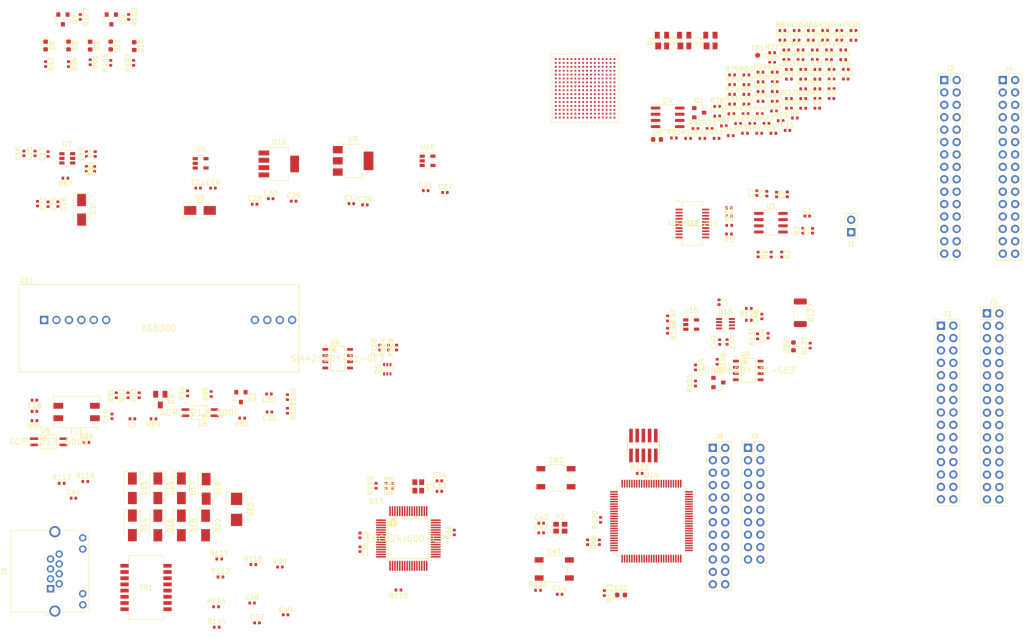
<source format=kicad_pcb>
(kicad_pcb (version 20171130) (host pcbnew 5.1.10-88a1d61d58~88~ubuntu20.04.1)

  (general
    (thickness 1.6)
    (drawings 0)
    (tracks 0)
    (zones 0)
    (modules 252)
    (nets 463)
  )

  (page A4)
  (layers
    (0 F.Cu signal)
    (31 B.Cu signal)
    (32 B.Adhes user)
    (33 F.Adhes user)
    (34 B.Paste user)
    (35 F.Paste user)
    (36 B.SilkS user)
    (37 F.SilkS user)
    (38 B.Mask user)
    (39 F.Mask user)
    (40 Dwgs.User user)
    (41 Cmts.User user)
    (42 Eco1.User user)
    (43 Eco2.User user)
    (44 Edge.Cuts user)
    (45 Margin user)
    (46 B.CrtYd user)
    (47 F.CrtYd user)
    (48 B.Fab user)
    (49 F.Fab user)
  )

  (setup
    (last_trace_width 0.25)
    (trace_clearance 0.2)
    (zone_clearance 0.508)
    (zone_45_only no)
    (trace_min 0.2)
    (via_size 0.8)
    (via_drill 0.4)
    (via_min_size 0.4)
    (via_min_drill 0.3)
    (uvia_size 0.3)
    (uvia_drill 0.1)
    (uvias_allowed no)
    (uvia_min_size 0.2)
    (uvia_min_drill 0.1)
    (edge_width 0.05)
    (segment_width 0.2)
    (pcb_text_width 0.3)
    (pcb_text_size 1.5 1.5)
    (mod_edge_width 0.12)
    (mod_text_size 1 1)
    (mod_text_width 0.15)
    (pad_size 1.524 1.524)
    (pad_drill 0.762)
    (pad_to_mask_clearance 0)
    (aux_axis_origin 0 0)
    (visible_elements FFFFFF7F)
    (pcbplotparams
      (layerselection 0x010fc_ffffffff)
      (usegerberextensions false)
      (usegerberattributes true)
      (usegerberadvancedattributes true)
      (creategerberjobfile true)
      (excludeedgelayer true)
      (linewidth 0.100000)
      (plotframeref false)
      (viasonmask false)
      (mode 1)
      (useauxorigin false)
      (hpglpennumber 1)
      (hpglpenspeed 20)
      (hpglpendiameter 15.000000)
      (psnegative false)
      (psa4output false)
      (plotreference true)
      (plotvalue true)
      (plotinvisibletext false)
      (padsonsilk false)
      (subtractmaskfromsilk false)
      (outputformat 1)
      (mirror false)
      (drillshape 1)
      (scaleselection 1)
      (outputdirectory ""))
  )

  (net 0 "")
  (net 1 "Net-(C1-Pad1)")
  (net 2 GND)
  (net 3 "Net-(C2-Pad1)")
  (net 4 /HighSpeedADC/+5VA)
  (net 5 /FPGA/GNDPLL0)
  (net 6 /FPGA/VCCPLL0)
  (net 7 /FPGA/GNDPLL1)
  (net 8 /FPGA/VCCPLL1)
  (net 9 +12V_OUT)
  (net 10 /CurrentSenser/12V_CURRENT)
  (net 11 /Power/+6V5)
  (net 12 +12V)
  (net 13 +3V3)
  (net 14 "Net-(C24-Pad1)")
  (net 15 +2V5)
  (net 16 +1V2)
  (net 17 +5V)
  (net 18 "Net-(C38-Pad1)")
  (net 19 "Net-(C40-Pad1)")
  (net 20 "Net-(C41-Pad1)")
  (net 21 /Ethernet/+3V3A)
  (net 22 "Net-(C44-Pad2)")
  (net 23 "Net-(C46-Pad1)")
  (net 24 /MCU/+3V3A)
  (net 25 +3V3MP)
  (net 26 "Net-(D1-Pad1)")
  (net 27 "Net-(D4-Pad2)")
  (net 28 "Net-(D4-Pad1)")
  (net 29 "Net-(D9-Pad2)")
  (net 30 "Net-(D10-Pad2)")
  (net 31 "Net-(D11-Pad2)")
  (net 32 "Net-(D13-Pad2)")
  (net 33 /Ethernet/POE_VC-)
  (net 34 /Ethernet/POE_VC+)
  (net 35 "Net-(D15-Pad2)")
  (net 36 "Net-(D17-Pad2)")
  (net 37 "Net-(D19-Pad2)")
  (net 38 "Net-(D21-Pad2)")
  (net 39 /FPGA_IO1)
  (net 40 /FPGA_IO3)
  (net 41 /FPGA_IO5)
  (net 42 /FPGA_IO7)
  (net 43 /FPGA_IO9)
  (net 44 /FPGA_IO11)
  (net 45 /FPGA_IO13)
  (net 46 /FPGA_IO15)
  (net 47 /FPGA_IO14)
  (net 48 /FPGA_IO12)
  (net 49 /FPGA_IO10)
  (net 50 /FPGA_IO8)
  (net 51 /FPGA_IO6)
  (net 52 /FPGA_IO4)
  (net 53 /FPGA_IO2)
  (net 54 /FPGA_IO0)
  (net 55 /MCU/CPU_SWCLK)
  (net 56 /MCU/CPU_SWDIO)
  (net 57 /MCU/CPU_UART4_TX)
  (net 58 /MCU/CPU_UART4_RX)
  (net 59 /MCU/CPU_PWM_CH1)
  (net 60 /MCU/CPU_PWM_CH2)
  (net 61 /MCU/CPU_PWM_CH3)
  (net 62 /MCU/CPU_PWM_CH4)
  (net 63 /MCU/CPU_IIC2_SDA)
  (net 64 /MCU/CPU_IIC2_SCL)
  (net 65 /MCU/CPU_UART1_RX)
  (net 66 /MCU/CPU_UART1_TX)
  (net 67 /MCU/CPU_SPI2_MOSI)
  (net 68 /MCU/CPU_SPI2_MISO)
  (net 69 /MCU/CPU_SPI2_SCK)
  (net 70 /MCU/CPU_SPI2_CS)
  (net 71 /MCU/CPU_DAC1)
  (net 72 /MCU/CPU_DAC0)
  (net 73 /MCU/CPU_ADC7)
  (net 74 /MCU/CPU_ADC6)
  (net 75 /MCU/CPU_ADC5)
  (net 76 /MCU/CPU_ADC4)
  (net 77 /MCU/CPU_ADC3)
  (net 78 /MCU/CPU_ADC2)
  (net 79 /MCU/CPU_ADC1)
  (net 80 /MCU/CPU_ADC0)
  (net 81 /CurrentSenser/12V_SW)
  (net 82 "Net-(Q1-Pad1)")
  (net 83 "Net-(Q2-Pad3)")
  (net 84 /MCU/CPU_RESET)
  (net 85 "Net-(Q7-Pad1)")
  (net 86 "Net-(R1-Pad1)")
  (net 87 "Net-(R2-Pad1)")
  (net 88 "Net-(R4-Pad1)")
  (net 89 "Net-(R5-Pad2)")
  (net 90 "Net-(R6-Pad1)")
  (net 91 "Net-(R11-Pad2)")
  (net 92 "Net-(R12-Pad2)")
  (net 93 "Net-(R13-Pad2)")
  (net 94 "Net-(R14-Pad2)")
  (net 95 "Net-(R15-Pad2)")
  (net 96 "Net-(R16-Pad2)")
  (net 97 "Net-(R17-Pad2)")
  (net 98 "Net-(R18-Pad2)")
  (net 99 "Net-(R19-Pad2)")
  (net 100 "Net-(R20-Pad2)")
  (net 101 "Net-(R21-Pad2)")
  (net 102 "Net-(R22-Pad2)")
  (net 103 "Net-(R23-Pad2)")
  (net 104 "Net-(R24-Pad2)")
  (net 105 "Net-(R25-Pad2)")
  (net 106 "Net-(R26-Pad2)")
  (net 107 "Net-(R27-Pad2)")
  (net 108 "Net-(R28-Pad2)")
  (net 109 "Net-(R29-Pad2)")
  (net 110 "Net-(R30-Pad2)")
  (net 111 "Net-(R31-Pad2)")
  (net 112 "Net-(R32-Pad2)")
  (net 113 "Net-(R33-Pad2)")
  (net 114 "Net-(R34-Pad2)")
  (net 115 "Net-(R35-Pad2)")
  (net 116 "Net-(R36-Pad2)")
  (net 117 "Net-(R37-Pad2)")
  (net 118 "Net-(R38-Pad2)")
  (net 119 "Net-(R39-Pad2)")
  (net 120 "Net-(R40-Pad2)")
  (net 121 "Net-(R41-Pad2)")
  (net 122 "Net-(R42-Pad2)")
  (net 123 "Net-(R43-Pad2)")
  (net 124 "Net-(R44-Pad2)")
  (net 125 "Net-(R45-Pad2)")
  (net 126 "Net-(R46-Pad2)")
  (net 127 "Net-(R47-Pad2)")
  (net 128 "Net-(R48-Pad2)")
  (net 129 "Net-(R49-Pad2)")
  (net 130 "Net-(R50-Pad2)")
  (net 131 "Net-(R51-Pad2)")
  (net 132 "Net-(R52-Pad2)")
  (net 133 "Net-(R53-Pad2)")
  (net 134 "Net-(R54-Pad2)")
  (net 135 "Net-(R55-Pad2)")
  (net 136 "Net-(R56-Pad2)")
  (net 137 "Net-(R57-Pad2)")
  (net 138 /MCU/CPU_POE_AT_EVENT)
  (net 139 "Net-(R109-Pad1)")
  (net 140 /MCU/CPU_POE_SRC_STATUS)
  (net 141 "Net-(R128-Pad1)")
  (net 142 /Ethernet/RJ45_LED_G)
  (net 143 /Ethernet/RJ45_LED_Y)
  (net 144 "Net-(SW2-Pad2)")
  (net 145 "Net-(TP1-Pad1)")
  (net 146 "Net-(U1-Pad5)")
  (net 147 "Net-(U1-Pad1)")
  (net 148 "Net-(U3-PadT16)")
  (net 149 "Net-(U3-PadT15)")
  (net 150 "Net-(U3-PadT14)")
  (net 151 "Net-(U3-PadT13)")
  (net 152 "Net-(U3-PadT11)")
  (net 153 "Net-(U3-PadT10)")
  (net 154 "Net-(U3-PadT9)")
  (net 155 "Net-(U3-PadT8)")
  (net 156 "Net-(U3-PadT7)")
  (net 157 "Net-(U3-PadT6)")
  (net 158 "Net-(U3-PadT5)")
  (net 159 "Net-(U3-PadT3)")
  (net 160 "Net-(U3-PadT2)")
  (net 161 "Net-(U3-PadT1)")
  (net 162 "Net-(U3-PadR16)")
  (net 163 "Net-(U3-PadR10)")
  (net 164 "Net-(U3-PadR9)")
  (net 165 "Net-(U3-PadR6)")
  (net 166 "Net-(U3-PadR5)")
  (net 167 "Net-(U3-PadR4)")
  (net 168 "Net-(U3-PadR3)")
  (net 169 "Net-(U3-PadR2)")
  (net 170 "Net-(U3-PadP10)")
  (net 171 "Net-(U3-PadP9)")
  (net 172 "Net-(U3-PadP8)")
  (net 173 "Net-(U3-PadP7)")
  (net 174 "Net-(U3-PadP6)")
  (net 175 "Net-(U3-PadP5)")
  (net 176 "Net-(U3-PadP4)")
  (net 177 "Net-(U3-PadN16)")
  (net 178 "Net-(U3-PadN12)")
  (net 179 "Net-(U3-PadN10)")
  (net 180 "Net-(U3-PadN9)")
  (net 181 "Net-(U3-PadN7)")
  (net 182 "Net-(U3-PadN6)")
  (net 183 "Net-(U3-PadN5)")
  (net 184 "Net-(U3-PadM12)")
  (net 185 "Net-(U3-PadM11)")
  (net 186 "Net-(U3-PadM9)")
  (net 187 "Net-(U3-PadM8)")
  (net 188 "Net-(U3-PadM7)")
  (net 189 "Net-(U3-PadL13)")
  (net 190 "Net-(U3-PadL11)")
  (net 191 "Net-(U3-PadL10)")
  (net 192 "Net-(U3-PadL9)")
  (net 193 /FPGA/FPGA_IO0)
  (net 194 "Net-(U3-PadK15)")
  (net 195 "Net-(U3-PadK9)")
  (net 196 /FPGA/FPGA_IO4)
  (net 197 "Net-(U3-PadJ15)")
  (net 198 /FPGA/FPGA_IO1)
  (net 199 /FPGA/FPGA_IO3)
  (net 200 /FPGA/FPGA_IO2)
  (net 201 /FPGA/FPGA_IO7)
  (net 202 /FPGA/FPGA_IO8)
  (net 203 /FPGA/FPGA_IO5)
  (net 204 /FPGA/FPGA_IO10)
  (net 205 /FPGA/FPGA_IO6)
  (net 206 /FPGA/FPGA_IO9)
  (net 207 /FPGA/FPGA_IO11)
  (net 208 "Net-(U3-PadG13)")
  (net 209 "Net-(U3-PadG12)")
  (net 210 /FPGA/FPGA_IO14)
  (net 211 /FPGA/FPGA_IO12)
  (net 212 /FPGA/FPGA_IO13)
  (net 213 /FPGA/FPGA_IO15)
  (net 214 "Net-(U3-PadF14)")
  (net 215 "Net-(U3-PadF13)")
  (net 216 "Net-(U3-PadF12)")
  (net 217 "Net-(U3-PadF11)")
  (net 218 "Net-(U3-PadE16)")
  (net 219 "Net-(U3-PadE14)")
  (net 220 "Net-(U3-PadE13)")
  (net 221 "Net-(U3-PadE6)")
  (net 222 "Net-(U3-PadE5)")
  (net 223 "Net-(U3-PadD16)")
  (net 224 "Net-(U3-PadD15)")
  (net 225 "Net-(U3-PadD14)")
  (net 226 "Net-(U3-PadD7)")
  (net 227 "Net-(U3-PadD6)")
  (net 228 "Net-(U3-PadD5)")
  (net 229 "Net-(U3-PadD4)")
  (net 230 "Net-(U3-PadD3)")
  (net 231 "Net-(U3-PadC16)")
  (net 232 "Net-(U3-PadC6)")
  (net 233 "Net-(U3-PadC5)")
  (net 234 "Net-(U3-PadC4)")
  (net 235 "Net-(U3-PadC3)")
  (net 236 "Net-(U3-PadB16)")
  (net 237 "Net-(U3-PadB7)")
  (net 238 "Net-(U3-PadB6)")
  (net 239 "Net-(U3-PadB5)")
  (net 240 "Net-(U3-PadB4)")
  (net 241 "Net-(U3-PadB3)")
  (net 242 "Net-(U3-PadA6)")
  (net 243 "Net-(U3-PadA5)")
  (net 244 "Net-(U3-PadA2)")
  (net 245 "Net-(U3-PadA1)")
  (net 246 "Net-(U11-Pad4)")
  (net 247 "Net-(C3-Pad1)")
  (net 248 /CurrentSenser/+3V3A)
  (net 249 /EEM0_IIC_SCL)
  (net 250 /EEM0_IIC_SDA)
  (net 251 /EEM1_IIC_SCL)
  (net 252 /EEM1_IIC_SDA)
  (net 253 /EEM2_IIC_SCL)
  (net 254 /EEM2_IIC_SDA)
  (net 255 /EEM0_7_N)
  (net 256 /EEM0_6_P)
  (net 257 /EEM0_5_N)
  (net 258 /EEM0_4_P)
  (net 259 /EEM0_3_N)
  (net 260 /EEM0_2_P)
  (net 261 /EEM0_1_N)
  (net 262 /EEM0_0_P)
  (net 263 /EEM0_7_P)
  (net 264 /EEM0_6_N)
  (net 265 /EEM0_5_P)
  (net 266 /EEM0_4_N)
  (net 267 /EEM0_3_P)
  (net 268 /EEM0_2_N)
  (net 269 /EEM0_1_P)
  (net 270 /EEM0_0_N)
  (net 271 /EEM1_7_N)
  (net 272 /EEM1_6_P)
  (net 273 /EEM1_5_N)
  (net 274 /EEM1_4_P)
  (net 275 /EEM1_3_N)
  (net 276 /EEM1_2_P)
  (net 277 /EEM1_1_N)
  (net 278 /EEM1_0_P)
  (net 279 /EEM1_7_P)
  (net 280 /EEM1_6_N)
  (net 281 /EEM1_5_P)
  (net 282 /EEM1_4_N)
  (net 283 /EEM1_3_P)
  (net 284 /EEM1_2_N)
  (net 285 /EEM1_1_P)
  (net 286 /EEM1_0_N)
  (net 287 /EEM2_7_N)
  (net 288 /EEM2_6_P)
  (net 289 /EEM2_5_N)
  (net 290 /EEM2_4_P)
  (net 291 /EEM2_3_N)
  (net 292 /EEM2_2_P)
  (net 293 /EEM2_1_N)
  (net 294 /EEM2_0_P)
  (net 295 /EEM2_7_P)
  (net 296 /EEM2_6_N)
  (net 297 /EEM2_5_P)
  (net 298 /EEM2_4_N)
  (net 299 /EEM2_3_P)
  (net 300 /EEM2_2_N)
  (net 301 /EEM2_1_P)
  (net 302 /EEM2_0_N)
  (net 303 /CDONE)
  (net 304 /CRESET)
  (net 305 /SPI_CS)
  (net 306 /ENC_INT)
  (net 307 /ADC_D0)
  (net 308 /ADC_D1)
  (net 309 /ADC_D2)
  (net 310 /ADC_D3)
  (net 311 /ADC_D4)
  (net 312 /ADC_D5)
  (net 313 /ADC_D6)
  (net 314 /ADC_D7)
  (net 315 /ADC_CLK)
  (net 316 /FSMC_CLK)
  (net 317 /FSMC_D15)
  (net 318 /FSMC_D9)
  (net 319 /FSMC_D10)
  (net 320 /FSMC_D0)
  (net 321 /FSMC_A7)
  (net 322 /FSMC_NL)
  (net 323 /FSMC_NBL0)
  (net 324 /FSMC_D6)
  (net 325 /FSMC_D7)
  (net 326 /FSMC_D5)
  (net 327 /FSMC_D1)
  (net 328 /FSMC_A3)
  (net 329 /FSMC_A1)
  (net 330 /FSMC_NWAIT)
  (net 331 /FSMC_NOE)
  (net 332 /FSMC_D12)
  (net 333 /FSMC_D8)
  (net 334 /FSMC_D3)
  (net 335 /FSMC_A4)
  (net 336 /FSMC_A6)
  (net 337 /FSMC_A0)
  (net 338 /FSMC_NBL1)
  (net 339 /FSMC_D14)
  (net 340 /FSMC_D11)
  (net 341 /FSMC_D4)
  (net 342 /FSMC_A2)
  (net 343 /FSMC_D13)
  (net 344 /FSMC_D2)
  (net 345 /FSMC_A5)
  (net 346 "Net-(U3-PadF3)")
  (net 347 /FSMC_NE1)
  (net 348 /FSMC_NWE)
  (net 349 "Net-(U3-PadG3)")
  (net 350 /CSBSEL0)
  (net 351 /IIC_SCL)
  (net 352 /IIC_SDA)
  (net 353 "Net-(U3-PadN4)")
  (net 354 /SPI_MOSI)
  (net 355 /SPI_MISO)
  (net 356 /CSBSEL1)
  (net 357 "Net-(U3-PadR1)")
  (net 358 /SPI_SCK)
  (net 359 /SPI_ENC_CS)
  (net 360 "Net-(C1-Pad2)")
  (net 361 "Net-(C5-Pad2)")
  (net 362 "Net-(C7-Pad2)")
  (net 363 "Net-(C18-Pad2)")
  (net 364 "Net-(C18-Pad1)")
  (net 365 "Net-(C19-Pad2)")
  (net 366 "Net-(C19-Pad1)")
  (net 367 "Net-(C23-Pad2)")
  (net 368 "Net-(C31-Pad1)")
  (net 369 "Net-(C33-Pad1)")
  (net 370 "Net-(C34-Pad1)")
  (net 371 "Net-(C36-Pad2)")
  (net 372 "Net-(C37-Pad2)")
  (net 373 "Net-(C37-Pad1)")
  (net 374 "Net-(C38-Pad2)")
  (net 375 "Net-(C39-Pad1)")
  (net 376 "Net-(C42-Pad1)")
  (net 377 "Net-(C43-Pad1)")
  (net 378 "Net-(D6-Pad2)")
  (net 379 "Net-(D8-Pad2)")
  (net 380 "Net-(D10-Pad1)")
  (net 381 "Net-(D11-Pad1)")
  (net 382 "Net-(D18-Pad1)")
  (net 383 "Net-(D21-Pad1)")
  (net 384 "Net-(D22-Pad1)")
  (net 385 "Net-(J6-Pad12)")
  (net 386 "Net-(J6-Pad10)")
  (net 387 "Net-(J6-Pad6)")
  (net 388 "Net-(J6-Pad2)")
  (net 389 "Net-(J6-Pad3)")
  (net 390 "Net-(J6-Pad1)")
  (net 391 "Net-(J7-Pad10)")
  (net 392 "Net-(J7-Pad09)")
  (net 393 "Net-(J7-Pad08)")
  (net 394 "Net-(J7-Pad07)")
  (net 395 "Net-(J7-Pad06)")
  (net 396 "Net-(J9-Pad11)")
  (net 397 "Net-(Q3-Pad1)")
  (net 398 "Net-(Q4-Pad1)")
  (net 399 "Net-(Q5-Pad6)")
  (net 400 "Net-(Q5-Pad2)")
  (net 401 "Net-(Q5-Pad3)")
  (net 402 "Net-(Q8-Pad3)")
  (net 403 "Net-(Q8-Pad1)")
  (net 404 "Net-(R10-Pad2)")
  (net 405 "Net-(R85-Pad2)")
  (net 406 "Net-(R86-Pad1)")
  (net 407 "Net-(R87-Pad1)")
  (net 408 "Net-(R94-Pad1)")
  (net 409 "Net-(R96-Pad2)")
  (net 410 "Net-(R111-Pad1)")
  (net 411 "Net-(R112-Pad2)")
  (net 412 "Net-(R122-Pad1)")
  (net 413 "Net-(R129-Pad1)")
  (net 414 "Net-(R131-Pad2)")
  (net 415 "Net-(R132-Pad2)")
  (net 416 "Net-(U5-Pad4)")
  (net 417 "Net-(U11-Pad3)")
  (net 418 "Net-(U10-Pad4)")
  (net 419 "Net-(U11-Pad6)")
  (net 420 "Net-(U11-Pad9)")
  (net 421 "Net-(U11-Pad5)")
  (net 422 "Net-(U12-Pad2)")
  (net 423 "Net-(U13-Pad5)")
  (net 424 "Net-(U13-Pad6)")
  (net 425 "Net-(U13-Pad7)")
  (net 426 "Net-(U13-Pad8)")
  (net 427 "Net-(U13-Pad9)")
  (net 428 "Net-(U13-Pad10)")
  (net 429 "Net-(U13-Pad11)")
  (net 430 "Net-(U13-Pad12)")
  (net 431 "Net-(U13-Pad13)")
  (net 432 "Net-(U13-Pad19)")
  (net 433 "Net-(U13-Pad20)")
  (net 434 "Net-(U13-Pad33)")
  (net 435 "Net-(U13-Pad35)")
  (net 436 "Net-(U13-Pad36)")
  (net 437 "Net-(U13-Pad37)")
  (net 438 "Net-(U13-Pad38)")
  (net 439 "Net-(U13-Pad39)")
  (net 440 "Net-(U13-Pad40)")
  (net 441 "Net-(U13-Pad41)")
  (net 442 "Net-(U13-Pad42)")
  (net 443 "Net-(U13-Pad43)")
  (net 444 "Net-(U13-Pad44)")
  (net 445 "Net-(U13-Pad45)")
  (net 446 "Net-(U13-Pad48)")
  (net 447 "Net-(U13-Pad53)")
  (net 448 "Net-(U13-Pad54)")
  (net 449 "Net-(U13-Pad55)")
  (net 450 "Net-(U13-Pad56)")
  (net 451 "Net-(U13-Pad57)")
  (net 452 "Net-(U13-Pad58)")
  (net 453 "Net-(U13-Pad59)")
  (net 454 "Net-(U13-Pad60)")
  (net 455 "Net-(U13-Pad61)")
  (net 456 "Net-(U14-Pad92)")
  (net 457 "Net-(U14-Pad83)")
  (net 458 "Net-(U14-Pad73)")
  (net 459 "Net-(U14-Pad18)")
  (net 460 "Net-(U14-Pad17)")
  (net 461 "Net-(U15-Pad6)")
  (net 462 "Net-(U15-Pad3)")

  (net_class Default "This is the default net class."
    (clearance 0.2)
    (trace_width 0.25)
    (via_dia 0.8)
    (via_drill 0.4)
    (uvia_dia 0.3)
    (uvia_drill 0.1)
    (add_net +12V)
    (add_net +12V_OUT)
    (add_net +1V2)
    (add_net +2V5)
    (add_net +3V3)
    (add_net +3V3MP)
    (add_net +5V)
    (add_net /ADC_CLK)
    (add_net /ADC_D0)
    (add_net /ADC_D1)
    (add_net /ADC_D2)
    (add_net /ADC_D3)
    (add_net /ADC_D4)
    (add_net /ADC_D5)
    (add_net /ADC_D6)
    (add_net /ADC_D7)
    (add_net /CDONE)
    (add_net /CRESET)
    (add_net /CSBSEL0)
    (add_net /CSBSEL1)
    (add_net /CurrentSenser/+3V3A)
    (add_net /CurrentSenser/12V_CURRENT)
    (add_net /CurrentSenser/12V_SW)
    (add_net /EEM0_0_N)
    (add_net /EEM0_0_P)
    (add_net /EEM0_1_N)
    (add_net /EEM0_1_P)
    (add_net /EEM0_2_N)
    (add_net /EEM0_2_P)
    (add_net /EEM0_3_N)
    (add_net /EEM0_3_P)
    (add_net /EEM0_4_N)
    (add_net /EEM0_4_P)
    (add_net /EEM0_5_N)
    (add_net /EEM0_5_P)
    (add_net /EEM0_6_N)
    (add_net /EEM0_6_P)
    (add_net /EEM0_7_N)
    (add_net /EEM0_7_P)
    (add_net /EEM0_IIC_SCL)
    (add_net /EEM0_IIC_SDA)
    (add_net /EEM1_0_N)
    (add_net /EEM1_0_P)
    (add_net /EEM1_1_N)
    (add_net /EEM1_1_P)
    (add_net /EEM1_2_N)
    (add_net /EEM1_2_P)
    (add_net /EEM1_3_N)
    (add_net /EEM1_3_P)
    (add_net /EEM1_4_N)
    (add_net /EEM1_4_P)
    (add_net /EEM1_5_N)
    (add_net /EEM1_5_P)
    (add_net /EEM1_6_N)
    (add_net /EEM1_6_P)
    (add_net /EEM1_7_N)
    (add_net /EEM1_7_P)
    (add_net /EEM1_IIC_SCL)
    (add_net /EEM1_IIC_SDA)
    (add_net /EEM2_0_N)
    (add_net /EEM2_0_P)
    (add_net /EEM2_1_N)
    (add_net /EEM2_1_P)
    (add_net /EEM2_2_N)
    (add_net /EEM2_2_P)
    (add_net /EEM2_3_N)
    (add_net /EEM2_3_P)
    (add_net /EEM2_4_N)
    (add_net /EEM2_4_P)
    (add_net /EEM2_5_N)
    (add_net /EEM2_5_P)
    (add_net /EEM2_6_N)
    (add_net /EEM2_6_P)
    (add_net /EEM2_7_N)
    (add_net /EEM2_7_P)
    (add_net /EEM2_IIC_SCL)
    (add_net /EEM2_IIC_SDA)
    (add_net /ENC_INT)
    (add_net /Ethernet/+3V3A)
    (add_net /Ethernet/POE_VC+)
    (add_net /Ethernet/POE_VC-)
    (add_net /Ethernet/RJ45_LED_G)
    (add_net /Ethernet/RJ45_LED_Y)
    (add_net /FPGA/FPGA_IO0)
    (add_net /FPGA/FPGA_IO1)
    (add_net /FPGA/FPGA_IO10)
    (add_net /FPGA/FPGA_IO11)
    (add_net /FPGA/FPGA_IO12)
    (add_net /FPGA/FPGA_IO13)
    (add_net /FPGA/FPGA_IO14)
    (add_net /FPGA/FPGA_IO15)
    (add_net /FPGA/FPGA_IO2)
    (add_net /FPGA/FPGA_IO3)
    (add_net /FPGA/FPGA_IO4)
    (add_net /FPGA/FPGA_IO5)
    (add_net /FPGA/FPGA_IO6)
    (add_net /FPGA/FPGA_IO7)
    (add_net /FPGA/FPGA_IO8)
    (add_net /FPGA/FPGA_IO9)
    (add_net /FPGA/GNDPLL0)
    (add_net /FPGA/GNDPLL1)
    (add_net /FPGA/VCCPLL0)
    (add_net /FPGA/VCCPLL1)
    (add_net /FPGA_IO0)
    (add_net /FPGA_IO1)
    (add_net /FPGA_IO10)
    (add_net /FPGA_IO11)
    (add_net /FPGA_IO12)
    (add_net /FPGA_IO13)
    (add_net /FPGA_IO14)
    (add_net /FPGA_IO15)
    (add_net /FPGA_IO2)
    (add_net /FPGA_IO3)
    (add_net /FPGA_IO4)
    (add_net /FPGA_IO5)
    (add_net /FPGA_IO6)
    (add_net /FPGA_IO7)
    (add_net /FPGA_IO8)
    (add_net /FPGA_IO9)
    (add_net /FSMC_A0)
    (add_net /FSMC_A1)
    (add_net /FSMC_A2)
    (add_net /FSMC_A3)
    (add_net /FSMC_A4)
    (add_net /FSMC_A5)
    (add_net /FSMC_A6)
    (add_net /FSMC_A7)
    (add_net /FSMC_CLK)
    (add_net /FSMC_D0)
    (add_net /FSMC_D1)
    (add_net /FSMC_D10)
    (add_net /FSMC_D11)
    (add_net /FSMC_D12)
    (add_net /FSMC_D13)
    (add_net /FSMC_D14)
    (add_net /FSMC_D15)
    (add_net /FSMC_D2)
    (add_net /FSMC_D3)
    (add_net /FSMC_D4)
    (add_net /FSMC_D5)
    (add_net /FSMC_D6)
    (add_net /FSMC_D7)
    (add_net /FSMC_D8)
    (add_net /FSMC_D9)
    (add_net /FSMC_NBL0)
    (add_net /FSMC_NBL1)
    (add_net /FSMC_NE1)
    (add_net /FSMC_NL)
    (add_net /FSMC_NOE)
    (add_net /FSMC_NWAIT)
    (add_net /FSMC_NWE)
    (add_net /HighSpeedADC/+5VA)
    (add_net /IIC_SCL)
    (add_net /IIC_SDA)
    (add_net /MCU/+3V3A)
    (add_net /MCU/CPU_ADC0)
    (add_net /MCU/CPU_ADC1)
    (add_net /MCU/CPU_ADC2)
    (add_net /MCU/CPU_ADC3)
    (add_net /MCU/CPU_ADC4)
    (add_net /MCU/CPU_ADC5)
    (add_net /MCU/CPU_ADC6)
    (add_net /MCU/CPU_ADC7)
    (add_net /MCU/CPU_DAC0)
    (add_net /MCU/CPU_DAC1)
    (add_net /MCU/CPU_IIC2_SCL)
    (add_net /MCU/CPU_IIC2_SDA)
    (add_net /MCU/CPU_POE_AT_EVENT)
    (add_net /MCU/CPU_POE_SRC_STATUS)
    (add_net /MCU/CPU_PWM_CH1)
    (add_net /MCU/CPU_PWM_CH2)
    (add_net /MCU/CPU_PWM_CH3)
    (add_net /MCU/CPU_PWM_CH4)
    (add_net /MCU/CPU_RESET)
    (add_net /MCU/CPU_SPI2_CS)
    (add_net /MCU/CPU_SPI2_MISO)
    (add_net /MCU/CPU_SPI2_MOSI)
    (add_net /MCU/CPU_SPI2_SCK)
    (add_net /MCU/CPU_SWCLK)
    (add_net /MCU/CPU_SWDIO)
    (add_net /MCU/CPU_UART1_RX)
    (add_net /MCU/CPU_UART1_TX)
    (add_net /MCU/CPU_UART4_RX)
    (add_net /MCU/CPU_UART4_TX)
    (add_net /Power/+6V5)
    (add_net /SPI_CS)
    (add_net /SPI_ENC_CS)
    (add_net /SPI_MISO)
    (add_net /SPI_MOSI)
    (add_net /SPI_SCK)
    (add_net GND)
    (add_net "Net-(C1-Pad1)")
    (add_net "Net-(C1-Pad2)")
    (add_net "Net-(C18-Pad1)")
    (add_net "Net-(C18-Pad2)")
    (add_net "Net-(C19-Pad1)")
    (add_net "Net-(C19-Pad2)")
    (add_net "Net-(C2-Pad1)")
    (add_net "Net-(C23-Pad2)")
    (add_net "Net-(C24-Pad1)")
    (add_net "Net-(C3-Pad1)")
    (add_net "Net-(C31-Pad1)")
    (add_net "Net-(C33-Pad1)")
    (add_net "Net-(C34-Pad1)")
    (add_net "Net-(C36-Pad2)")
    (add_net "Net-(C37-Pad1)")
    (add_net "Net-(C37-Pad2)")
    (add_net "Net-(C38-Pad1)")
    (add_net "Net-(C38-Pad2)")
    (add_net "Net-(C39-Pad1)")
    (add_net "Net-(C40-Pad1)")
    (add_net "Net-(C41-Pad1)")
    (add_net "Net-(C42-Pad1)")
    (add_net "Net-(C43-Pad1)")
    (add_net "Net-(C44-Pad2)")
    (add_net "Net-(C46-Pad1)")
    (add_net "Net-(C5-Pad2)")
    (add_net "Net-(C7-Pad2)")
    (add_net "Net-(D1-Pad1)")
    (add_net "Net-(D10-Pad1)")
    (add_net "Net-(D10-Pad2)")
    (add_net "Net-(D11-Pad1)")
    (add_net "Net-(D11-Pad2)")
    (add_net "Net-(D13-Pad2)")
    (add_net "Net-(D15-Pad2)")
    (add_net "Net-(D17-Pad2)")
    (add_net "Net-(D18-Pad1)")
    (add_net "Net-(D19-Pad2)")
    (add_net "Net-(D21-Pad1)")
    (add_net "Net-(D21-Pad2)")
    (add_net "Net-(D22-Pad1)")
    (add_net "Net-(D4-Pad1)")
    (add_net "Net-(D4-Pad2)")
    (add_net "Net-(D6-Pad2)")
    (add_net "Net-(D8-Pad2)")
    (add_net "Net-(D9-Pad2)")
    (add_net "Net-(J6-Pad1)")
    (add_net "Net-(J6-Pad10)")
    (add_net "Net-(J6-Pad12)")
    (add_net "Net-(J6-Pad2)")
    (add_net "Net-(J6-Pad3)")
    (add_net "Net-(J6-Pad6)")
    (add_net "Net-(J7-Pad06)")
    (add_net "Net-(J7-Pad07)")
    (add_net "Net-(J7-Pad08)")
    (add_net "Net-(J7-Pad09)")
    (add_net "Net-(J7-Pad10)")
    (add_net "Net-(J9-Pad11)")
    (add_net "Net-(Q1-Pad1)")
    (add_net "Net-(Q2-Pad3)")
    (add_net "Net-(Q3-Pad1)")
    (add_net "Net-(Q4-Pad1)")
    (add_net "Net-(Q5-Pad2)")
    (add_net "Net-(Q5-Pad3)")
    (add_net "Net-(Q5-Pad6)")
    (add_net "Net-(Q7-Pad1)")
    (add_net "Net-(Q8-Pad1)")
    (add_net "Net-(Q8-Pad3)")
    (add_net "Net-(R1-Pad1)")
    (add_net "Net-(R10-Pad2)")
    (add_net "Net-(R109-Pad1)")
    (add_net "Net-(R11-Pad2)")
    (add_net "Net-(R111-Pad1)")
    (add_net "Net-(R112-Pad2)")
    (add_net "Net-(R12-Pad2)")
    (add_net "Net-(R122-Pad1)")
    (add_net "Net-(R128-Pad1)")
    (add_net "Net-(R129-Pad1)")
    (add_net "Net-(R13-Pad2)")
    (add_net "Net-(R131-Pad2)")
    (add_net "Net-(R132-Pad2)")
    (add_net "Net-(R14-Pad2)")
    (add_net "Net-(R15-Pad2)")
    (add_net "Net-(R16-Pad2)")
    (add_net "Net-(R17-Pad2)")
    (add_net "Net-(R18-Pad2)")
    (add_net "Net-(R19-Pad2)")
    (add_net "Net-(R2-Pad1)")
    (add_net "Net-(R20-Pad2)")
    (add_net "Net-(R21-Pad2)")
    (add_net "Net-(R22-Pad2)")
    (add_net "Net-(R23-Pad2)")
    (add_net "Net-(R24-Pad2)")
    (add_net "Net-(R25-Pad2)")
    (add_net "Net-(R26-Pad2)")
    (add_net "Net-(R27-Pad2)")
    (add_net "Net-(R28-Pad2)")
    (add_net "Net-(R29-Pad2)")
    (add_net "Net-(R30-Pad2)")
    (add_net "Net-(R31-Pad2)")
    (add_net "Net-(R32-Pad2)")
    (add_net "Net-(R33-Pad2)")
    (add_net "Net-(R34-Pad2)")
    (add_net "Net-(R35-Pad2)")
    (add_net "Net-(R36-Pad2)")
    (add_net "Net-(R37-Pad2)")
    (add_net "Net-(R38-Pad2)")
    (add_net "Net-(R39-Pad2)")
    (add_net "Net-(R4-Pad1)")
    (add_net "Net-(R40-Pad2)")
    (add_net "Net-(R41-Pad2)")
    (add_net "Net-(R42-Pad2)")
    (add_net "Net-(R43-Pad2)")
    (add_net "Net-(R44-Pad2)")
    (add_net "Net-(R45-Pad2)")
    (add_net "Net-(R46-Pad2)")
    (add_net "Net-(R47-Pad2)")
    (add_net "Net-(R48-Pad2)")
    (add_net "Net-(R49-Pad2)")
    (add_net "Net-(R5-Pad2)")
    (add_net "Net-(R50-Pad2)")
    (add_net "Net-(R51-Pad2)")
    (add_net "Net-(R52-Pad2)")
    (add_net "Net-(R53-Pad2)")
    (add_net "Net-(R54-Pad2)")
    (add_net "Net-(R55-Pad2)")
    (add_net "Net-(R56-Pad2)")
    (add_net "Net-(R57-Pad2)")
    (add_net "Net-(R6-Pad1)")
    (add_net "Net-(R85-Pad2)")
    (add_net "Net-(R86-Pad1)")
    (add_net "Net-(R87-Pad1)")
    (add_net "Net-(R94-Pad1)")
    (add_net "Net-(R96-Pad2)")
    (add_net "Net-(SW2-Pad2)")
    (add_net "Net-(TP1-Pad1)")
    (add_net "Net-(U1-Pad1)")
    (add_net "Net-(U1-Pad5)")
    (add_net "Net-(U10-Pad4)")
    (add_net "Net-(U11-Pad3)")
    (add_net "Net-(U11-Pad4)")
    (add_net "Net-(U11-Pad5)")
    (add_net "Net-(U11-Pad6)")
    (add_net "Net-(U11-Pad9)")
    (add_net "Net-(U12-Pad2)")
    (add_net "Net-(U13-Pad10)")
    (add_net "Net-(U13-Pad11)")
    (add_net "Net-(U13-Pad12)")
    (add_net "Net-(U13-Pad13)")
    (add_net "Net-(U13-Pad19)")
    (add_net "Net-(U13-Pad20)")
    (add_net "Net-(U13-Pad33)")
    (add_net "Net-(U13-Pad35)")
    (add_net "Net-(U13-Pad36)")
    (add_net "Net-(U13-Pad37)")
    (add_net "Net-(U13-Pad38)")
    (add_net "Net-(U13-Pad39)")
    (add_net "Net-(U13-Pad40)")
    (add_net "Net-(U13-Pad41)")
    (add_net "Net-(U13-Pad42)")
    (add_net "Net-(U13-Pad43)")
    (add_net "Net-(U13-Pad44)")
    (add_net "Net-(U13-Pad45)")
    (add_net "Net-(U13-Pad48)")
    (add_net "Net-(U13-Pad5)")
    (add_net "Net-(U13-Pad53)")
    (add_net "Net-(U13-Pad54)")
    (add_net "Net-(U13-Pad55)")
    (add_net "Net-(U13-Pad56)")
    (add_net "Net-(U13-Pad57)")
    (add_net "Net-(U13-Pad58)")
    (add_net "Net-(U13-Pad59)")
    (add_net "Net-(U13-Pad6)")
    (add_net "Net-(U13-Pad60)")
    (add_net "Net-(U13-Pad61)")
    (add_net "Net-(U13-Pad7)")
    (add_net "Net-(U13-Pad8)")
    (add_net "Net-(U13-Pad9)")
    (add_net "Net-(U14-Pad17)")
    (add_net "Net-(U14-Pad18)")
    (add_net "Net-(U14-Pad73)")
    (add_net "Net-(U14-Pad83)")
    (add_net "Net-(U14-Pad92)")
    (add_net "Net-(U15-Pad3)")
    (add_net "Net-(U15-Pad6)")
    (add_net "Net-(U3-PadA1)")
    (add_net "Net-(U3-PadA2)")
    (add_net "Net-(U3-PadA5)")
    (add_net "Net-(U3-PadA6)")
    (add_net "Net-(U3-PadB16)")
    (add_net "Net-(U3-PadB3)")
    (add_net "Net-(U3-PadB4)")
    (add_net "Net-(U3-PadB5)")
    (add_net "Net-(U3-PadB6)")
    (add_net "Net-(U3-PadB7)")
    (add_net "Net-(U3-PadC16)")
    (add_net "Net-(U3-PadC3)")
    (add_net "Net-(U3-PadC4)")
    (add_net "Net-(U3-PadC5)")
    (add_net "Net-(U3-PadC6)")
    (add_net "Net-(U3-PadD14)")
    (add_net "Net-(U3-PadD15)")
    (add_net "Net-(U3-PadD16)")
    (add_net "Net-(U3-PadD3)")
    (add_net "Net-(U3-PadD4)")
    (add_net "Net-(U3-PadD5)")
    (add_net "Net-(U3-PadD6)")
    (add_net "Net-(U3-PadD7)")
    (add_net "Net-(U3-PadE13)")
    (add_net "Net-(U3-PadE14)")
    (add_net "Net-(U3-PadE16)")
    (add_net "Net-(U3-PadE5)")
    (add_net "Net-(U3-PadE6)")
    (add_net "Net-(U3-PadF11)")
    (add_net "Net-(U3-PadF12)")
    (add_net "Net-(U3-PadF13)")
    (add_net "Net-(U3-PadF14)")
    (add_net "Net-(U3-PadF3)")
    (add_net "Net-(U3-PadG12)")
    (add_net "Net-(U3-PadG13)")
    (add_net "Net-(U3-PadG3)")
    (add_net "Net-(U3-PadJ15)")
    (add_net "Net-(U3-PadK15)")
    (add_net "Net-(U3-PadK9)")
    (add_net "Net-(U3-PadL10)")
    (add_net "Net-(U3-PadL11)")
    (add_net "Net-(U3-PadL13)")
    (add_net "Net-(U3-PadL9)")
    (add_net "Net-(U3-PadM11)")
    (add_net "Net-(U3-PadM12)")
    (add_net "Net-(U3-PadM7)")
    (add_net "Net-(U3-PadM8)")
    (add_net "Net-(U3-PadM9)")
    (add_net "Net-(U3-PadN10)")
    (add_net "Net-(U3-PadN12)")
    (add_net "Net-(U3-PadN16)")
    (add_net "Net-(U3-PadN4)")
    (add_net "Net-(U3-PadN5)")
    (add_net "Net-(U3-PadN6)")
    (add_net "Net-(U3-PadN7)")
    (add_net "Net-(U3-PadN9)")
    (add_net "Net-(U3-PadP10)")
    (add_net "Net-(U3-PadP4)")
    (add_net "Net-(U3-PadP5)")
    (add_net "Net-(U3-PadP6)")
    (add_net "Net-(U3-PadP7)")
    (add_net "Net-(U3-PadP8)")
    (add_net "Net-(U3-PadP9)")
    (add_net "Net-(U3-PadR1)")
    (add_net "Net-(U3-PadR10)")
    (add_net "Net-(U3-PadR16)")
    (add_net "Net-(U3-PadR2)")
    (add_net "Net-(U3-PadR3)")
    (add_net "Net-(U3-PadR4)")
    (add_net "Net-(U3-PadR5)")
    (add_net "Net-(U3-PadR6)")
    (add_net "Net-(U3-PadR9)")
    (add_net "Net-(U3-PadT1)")
    (add_net "Net-(U3-PadT10)")
    (add_net "Net-(U3-PadT11)")
    (add_net "Net-(U3-PadT13)")
    (add_net "Net-(U3-PadT14)")
    (add_net "Net-(U3-PadT15)")
    (add_net "Net-(U3-PadT16)")
    (add_net "Net-(U3-PadT2)")
    (add_net "Net-(U3-PadT3)")
    (add_net "Net-(U3-PadT5)")
    (add_net "Net-(U3-PadT6)")
    (add_net "Net-(U3-PadT7)")
    (add_net "Net-(U3-PadT8)")
    (add_net "Net-(U3-PadT9)")
    (add_net "Net-(U5-Pad4)")
  )

  (module Connector_PinHeader_2.54mm:PinHeader_2x15_P2.54mm_Vertical (layer F.Cu) (tedit 59FED5CC) (tstamp 60D141B2)
    (at 248.088 47.594)
    (descr "Through hole straight pin header, 2x15, 2.54mm pitch, double rows")
    (tags "Through hole pin header THT 2x15 2.54mm double row")
    (path /60CB9D41/61B2D756)
    (fp_text reference J4 (at 1.27 -2.33) (layer F.SilkS)
      (effects (font (size 1 1) (thickness 0.15)))
    )
    (fp_text value EEM2 (at 1.27 37.89) (layer F.Fab)
      (effects (font (size 1 1) (thickness 0.15)))
    )
    (fp_text user %R (at 1.27 17.78 90) (layer F.Fab)
      (effects (font (size 1 1) (thickness 0.15)))
    )
    (fp_line (start 0 -1.27) (end 3.81 -1.27) (layer F.Fab) (width 0.1))
    (fp_line (start 3.81 -1.27) (end 3.81 36.83) (layer F.Fab) (width 0.1))
    (fp_line (start 3.81 36.83) (end -1.27 36.83) (layer F.Fab) (width 0.1))
    (fp_line (start -1.27 36.83) (end -1.27 0) (layer F.Fab) (width 0.1))
    (fp_line (start -1.27 0) (end 0 -1.27) (layer F.Fab) (width 0.1))
    (fp_line (start -1.33 36.89) (end 3.87 36.89) (layer F.SilkS) (width 0.12))
    (fp_line (start -1.33 1.27) (end -1.33 36.89) (layer F.SilkS) (width 0.12))
    (fp_line (start 3.87 -1.33) (end 3.87 36.89) (layer F.SilkS) (width 0.12))
    (fp_line (start -1.33 1.27) (end 1.27 1.27) (layer F.SilkS) (width 0.12))
    (fp_line (start 1.27 1.27) (end 1.27 -1.33) (layer F.SilkS) (width 0.12))
    (fp_line (start 1.27 -1.33) (end 3.87 -1.33) (layer F.SilkS) (width 0.12))
    (fp_line (start -1.33 0) (end -1.33 -1.33) (layer F.SilkS) (width 0.12))
    (fp_line (start -1.33 -1.33) (end 0 -1.33) (layer F.SilkS) (width 0.12))
    (fp_line (start -1.8 -1.8) (end -1.8 37.35) (layer F.CrtYd) (width 0.05))
    (fp_line (start -1.8 37.35) (end 4.35 37.35) (layer F.CrtYd) (width 0.05))
    (fp_line (start 4.35 37.35) (end 4.35 -1.8) (layer F.CrtYd) (width 0.05))
    (fp_line (start 4.35 -1.8) (end -1.8 -1.8) (layer F.CrtYd) (width 0.05))
    (pad 30 thru_hole oval (at 2.54 35.56) (size 1.7 1.7) (drill 1) (layers *.Cu *.Mask)
      (net 25 +3V3MP))
    (pad 29 thru_hole oval (at 0 35.56) (size 1.7 1.7) (drill 1) (layers *.Cu *.Mask)
      (net 9 +12V_OUT))
    (pad 28 thru_hole oval (at 2.54 33.02) (size 1.7 1.7) (drill 1) (layers *.Cu *.Mask)
      (net 9 +12V_OUT))
    (pad 27 thru_hole oval (at 0 33.02) (size 1.7 1.7) (drill 1) (layers *.Cu *.Mask)
      (net 253 /EEM2_IIC_SCL))
    (pad 26 thru_hole oval (at 2.54 30.48) (size 1.7 1.7) (drill 1) (layers *.Cu *.Mask)
      (net 254 /EEM2_IIC_SDA))
    (pad 25 thru_hole oval (at 0 30.48) (size 1.7 1.7) (drill 1) (layers *.Cu *.Mask)
      (net 2 GND))
    (pad 24 thru_hole oval (at 2.54 27.94) (size 1.7 1.7) (drill 1) (layers *.Cu *.Mask)
      (net 287 /EEM2_7_N))
    (pad 23 thru_hole oval (at 0 27.94) (size 1.7 1.7) (drill 1) (layers *.Cu *.Mask)
      (net 295 /EEM2_7_P))
    (pad 22 thru_hole oval (at 2.54 25.4) (size 1.7 1.7) (drill 1) (layers *.Cu *.Mask)
      (net 2 GND))
    (pad 21 thru_hole oval (at 0 25.4) (size 1.7 1.7) (drill 1) (layers *.Cu *.Mask)
      (net 296 /EEM2_6_N))
    (pad 20 thru_hole oval (at 2.54 22.86) (size 1.7 1.7) (drill 1) (layers *.Cu *.Mask)
      (net 288 /EEM2_6_P))
    (pad 19 thru_hole oval (at 0 22.86) (size 1.7 1.7) (drill 1) (layers *.Cu *.Mask)
      (net 2 GND))
    (pad 18 thru_hole oval (at 2.54 20.32) (size 1.7 1.7) (drill 1) (layers *.Cu *.Mask)
      (net 289 /EEM2_5_N))
    (pad 17 thru_hole oval (at 0 20.32) (size 1.7 1.7) (drill 1) (layers *.Cu *.Mask)
      (net 297 /EEM2_5_P))
    (pad 16 thru_hole oval (at 2.54 17.78) (size 1.7 1.7) (drill 1) (layers *.Cu *.Mask)
      (net 2 GND))
    (pad 15 thru_hole oval (at 0 17.78) (size 1.7 1.7) (drill 1) (layers *.Cu *.Mask)
      (net 298 /EEM2_4_N))
    (pad 14 thru_hole oval (at 2.54 15.24) (size 1.7 1.7) (drill 1) (layers *.Cu *.Mask)
      (net 290 /EEM2_4_P))
    (pad 13 thru_hole oval (at 0 15.24) (size 1.7 1.7) (drill 1) (layers *.Cu *.Mask)
      (net 2 GND))
    (pad 12 thru_hole oval (at 2.54 12.7) (size 1.7 1.7) (drill 1) (layers *.Cu *.Mask)
      (net 291 /EEM2_3_N))
    (pad 11 thru_hole oval (at 0 12.7) (size 1.7 1.7) (drill 1) (layers *.Cu *.Mask)
      (net 299 /EEM2_3_P))
    (pad 10 thru_hole oval (at 2.54 10.16) (size 1.7 1.7) (drill 1) (layers *.Cu *.Mask)
      (net 2 GND))
    (pad 9 thru_hole oval (at 0 10.16) (size 1.7 1.7) (drill 1) (layers *.Cu *.Mask)
      (net 300 /EEM2_2_N))
    (pad 8 thru_hole oval (at 2.54 7.62) (size 1.7 1.7) (drill 1) (layers *.Cu *.Mask)
      (net 292 /EEM2_2_P))
    (pad 7 thru_hole oval (at 0 7.62) (size 1.7 1.7) (drill 1) (layers *.Cu *.Mask)
      (net 2 GND))
    (pad 6 thru_hole oval (at 2.54 5.08) (size 1.7 1.7) (drill 1) (layers *.Cu *.Mask)
      (net 293 /EEM2_1_N))
    (pad 5 thru_hole oval (at 0 5.08) (size 1.7 1.7) (drill 1) (layers *.Cu *.Mask)
      (net 301 /EEM2_1_P))
    (pad 4 thru_hole oval (at 2.54 2.54) (size 1.7 1.7) (drill 1) (layers *.Cu *.Mask)
      (net 2 GND))
    (pad 3 thru_hole oval (at 0 2.54) (size 1.7 1.7) (drill 1) (layers *.Cu *.Mask)
      (net 302 /EEM2_0_N))
    (pad 2 thru_hole oval (at 2.54 0) (size 1.7 1.7) (drill 1) (layers *.Cu *.Mask)
      (net 294 /EEM2_0_P))
    (pad 1 thru_hole rect (at 0 0) (size 1.7 1.7) (drill 1) (layers *.Cu *.Mask)
      (net 2 GND))
    (model ${KISYS3DMOD}/Connector_PinHeader_2.54mm.3dshapes/PinHeader_2x15_P2.54mm_Vertical.wrl
      (at (xyz 0 0 0))
      (scale (xyz 1 1 1))
      (rotate (xyz 0 0 0))
    )
  )

  (module Connector_PinHeader_2.54mm:PinHeader_2x15_P2.54mm_Vertical (layer F.Cu) (tedit 59FED5CC) (tstamp 60D1416F)
    (at 235.43 97.886)
    (descr "Through hole straight pin header, 2x15, 2.54mm pitch, double rows")
    (tags "Through hole pin header THT 2x15 2.54mm double row")
    (path /60CB9D41/61B237C0)
    (fp_text reference J3 (at 1.27 -2.33) (layer F.SilkS)
      (effects (font (size 1 1) (thickness 0.15)))
    )
    (fp_text value EEM1 (at 1.27 37.89) (layer F.Fab)
      (effects (font (size 1 1) (thickness 0.15)))
    )
    (fp_text user %R (at 1.27 17.78 90) (layer F.Fab)
      (effects (font (size 1 1) (thickness 0.15)))
    )
    (fp_line (start 0 -1.27) (end 3.81 -1.27) (layer F.Fab) (width 0.1))
    (fp_line (start 3.81 -1.27) (end 3.81 36.83) (layer F.Fab) (width 0.1))
    (fp_line (start 3.81 36.83) (end -1.27 36.83) (layer F.Fab) (width 0.1))
    (fp_line (start -1.27 36.83) (end -1.27 0) (layer F.Fab) (width 0.1))
    (fp_line (start -1.27 0) (end 0 -1.27) (layer F.Fab) (width 0.1))
    (fp_line (start -1.33 36.89) (end 3.87 36.89) (layer F.SilkS) (width 0.12))
    (fp_line (start -1.33 1.27) (end -1.33 36.89) (layer F.SilkS) (width 0.12))
    (fp_line (start 3.87 -1.33) (end 3.87 36.89) (layer F.SilkS) (width 0.12))
    (fp_line (start -1.33 1.27) (end 1.27 1.27) (layer F.SilkS) (width 0.12))
    (fp_line (start 1.27 1.27) (end 1.27 -1.33) (layer F.SilkS) (width 0.12))
    (fp_line (start 1.27 -1.33) (end 3.87 -1.33) (layer F.SilkS) (width 0.12))
    (fp_line (start -1.33 0) (end -1.33 -1.33) (layer F.SilkS) (width 0.12))
    (fp_line (start -1.33 -1.33) (end 0 -1.33) (layer F.SilkS) (width 0.12))
    (fp_line (start -1.8 -1.8) (end -1.8 37.35) (layer F.CrtYd) (width 0.05))
    (fp_line (start -1.8 37.35) (end 4.35 37.35) (layer F.CrtYd) (width 0.05))
    (fp_line (start 4.35 37.35) (end 4.35 -1.8) (layer F.CrtYd) (width 0.05))
    (fp_line (start 4.35 -1.8) (end -1.8 -1.8) (layer F.CrtYd) (width 0.05))
    (pad 30 thru_hole oval (at 2.54 35.56) (size 1.7 1.7) (drill 1) (layers *.Cu *.Mask)
      (net 25 +3V3MP))
    (pad 29 thru_hole oval (at 0 35.56) (size 1.7 1.7) (drill 1) (layers *.Cu *.Mask)
      (net 9 +12V_OUT))
    (pad 28 thru_hole oval (at 2.54 33.02) (size 1.7 1.7) (drill 1) (layers *.Cu *.Mask)
      (net 9 +12V_OUT))
    (pad 27 thru_hole oval (at 0 33.02) (size 1.7 1.7) (drill 1) (layers *.Cu *.Mask)
      (net 251 /EEM1_IIC_SCL))
    (pad 26 thru_hole oval (at 2.54 30.48) (size 1.7 1.7) (drill 1) (layers *.Cu *.Mask)
      (net 252 /EEM1_IIC_SDA))
    (pad 25 thru_hole oval (at 0 30.48) (size 1.7 1.7) (drill 1) (layers *.Cu *.Mask)
      (net 2 GND))
    (pad 24 thru_hole oval (at 2.54 27.94) (size 1.7 1.7) (drill 1) (layers *.Cu *.Mask)
      (net 271 /EEM1_7_N))
    (pad 23 thru_hole oval (at 0 27.94) (size 1.7 1.7) (drill 1) (layers *.Cu *.Mask)
      (net 279 /EEM1_7_P))
    (pad 22 thru_hole oval (at 2.54 25.4) (size 1.7 1.7) (drill 1) (layers *.Cu *.Mask)
      (net 2 GND))
    (pad 21 thru_hole oval (at 0 25.4) (size 1.7 1.7) (drill 1) (layers *.Cu *.Mask)
      (net 280 /EEM1_6_N))
    (pad 20 thru_hole oval (at 2.54 22.86) (size 1.7 1.7) (drill 1) (layers *.Cu *.Mask)
      (net 272 /EEM1_6_P))
    (pad 19 thru_hole oval (at 0 22.86) (size 1.7 1.7) (drill 1) (layers *.Cu *.Mask)
      (net 2 GND))
    (pad 18 thru_hole oval (at 2.54 20.32) (size 1.7 1.7) (drill 1) (layers *.Cu *.Mask)
      (net 273 /EEM1_5_N))
    (pad 17 thru_hole oval (at 0 20.32) (size 1.7 1.7) (drill 1) (layers *.Cu *.Mask)
      (net 281 /EEM1_5_P))
    (pad 16 thru_hole oval (at 2.54 17.78) (size 1.7 1.7) (drill 1) (layers *.Cu *.Mask)
      (net 2 GND))
    (pad 15 thru_hole oval (at 0 17.78) (size 1.7 1.7) (drill 1) (layers *.Cu *.Mask)
      (net 282 /EEM1_4_N))
    (pad 14 thru_hole oval (at 2.54 15.24) (size 1.7 1.7) (drill 1) (layers *.Cu *.Mask)
      (net 274 /EEM1_4_P))
    (pad 13 thru_hole oval (at 0 15.24) (size 1.7 1.7) (drill 1) (layers *.Cu *.Mask)
      (net 2 GND))
    (pad 12 thru_hole oval (at 2.54 12.7) (size 1.7 1.7) (drill 1) (layers *.Cu *.Mask)
      (net 275 /EEM1_3_N))
    (pad 11 thru_hole oval (at 0 12.7) (size 1.7 1.7) (drill 1) (layers *.Cu *.Mask)
      (net 283 /EEM1_3_P))
    (pad 10 thru_hole oval (at 2.54 10.16) (size 1.7 1.7) (drill 1) (layers *.Cu *.Mask)
      (net 2 GND))
    (pad 9 thru_hole oval (at 0 10.16) (size 1.7 1.7) (drill 1) (layers *.Cu *.Mask)
      (net 284 /EEM1_2_N))
    (pad 8 thru_hole oval (at 2.54 7.62) (size 1.7 1.7) (drill 1) (layers *.Cu *.Mask)
      (net 276 /EEM1_2_P))
    (pad 7 thru_hole oval (at 0 7.62) (size 1.7 1.7) (drill 1) (layers *.Cu *.Mask)
      (net 2 GND))
    (pad 6 thru_hole oval (at 2.54 5.08) (size 1.7 1.7) (drill 1) (layers *.Cu *.Mask)
      (net 277 /EEM1_1_N))
    (pad 5 thru_hole oval (at 0 5.08) (size 1.7 1.7) (drill 1) (layers *.Cu *.Mask)
      (net 285 /EEM1_1_P))
    (pad 4 thru_hole oval (at 2.54 2.54) (size 1.7 1.7) (drill 1) (layers *.Cu *.Mask)
      (net 2 GND))
    (pad 3 thru_hole oval (at 0 2.54) (size 1.7 1.7) (drill 1) (layers *.Cu *.Mask)
      (net 286 /EEM1_0_N))
    (pad 2 thru_hole oval (at 2.54 0) (size 1.7 1.7) (drill 1) (layers *.Cu *.Mask)
      (net 278 /EEM1_0_P))
    (pad 1 thru_hole rect (at 0 0) (size 1.7 1.7) (drill 1) (layers *.Cu *.Mask)
      (net 2 GND))
    (model ${KISYS3DMOD}/Connector_PinHeader_2.54mm.3dshapes/PinHeader_2x15_P2.54mm_Vertical.wrl
      (at (xyz 0 0 0))
      (scale (xyz 1 1 1))
      (rotate (xyz 0 0 0))
    )
  )

  (module Connector_PinHeader_2.54mm:PinHeader_2x15_P2.54mm_Vertical (layer F.Cu) (tedit 59FED5CC) (tstamp 60D1412C)
    (at 236.108 47.594)
    (descr "Through hole straight pin header, 2x15, 2.54mm pitch, double rows")
    (tags "Through hole pin header THT 2x15 2.54mm double row")
    (path /60CB9D41/6182545F)
    (fp_text reference J2 (at 1.27 -2.33) (layer F.SilkS)
      (effects (font (size 1 1) (thickness 0.15)))
    )
    (fp_text value EEM0 (at 1.27 37.89) (layer F.Fab)
      (effects (font (size 1 1) (thickness 0.15)))
    )
    (fp_text user %R (at 1.27 17.78 90) (layer F.Fab)
      (effects (font (size 1 1) (thickness 0.15)))
    )
    (fp_line (start 0 -1.27) (end 3.81 -1.27) (layer F.Fab) (width 0.1))
    (fp_line (start 3.81 -1.27) (end 3.81 36.83) (layer F.Fab) (width 0.1))
    (fp_line (start 3.81 36.83) (end -1.27 36.83) (layer F.Fab) (width 0.1))
    (fp_line (start -1.27 36.83) (end -1.27 0) (layer F.Fab) (width 0.1))
    (fp_line (start -1.27 0) (end 0 -1.27) (layer F.Fab) (width 0.1))
    (fp_line (start -1.33 36.89) (end 3.87 36.89) (layer F.SilkS) (width 0.12))
    (fp_line (start -1.33 1.27) (end -1.33 36.89) (layer F.SilkS) (width 0.12))
    (fp_line (start 3.87 -1.33) (end 3.87 36.89) (layer F.SilkS) (width 0.12))
    (fp_line (start -1.33 1.27) (end 1.27 1.27) (layer F.SilkS) (width 0.12))
    (fp_line (start 1.27 1.27) (end 1.27 -1.33) (layer F.SilkS) (width 0.12))
    (fp_line (start 1.27 -1.33) (end 3.87 -1.33) (layer F.SilkS) (width 0.12))
    (fp_line (start -1.33 0) (end -1.33 -1.33) (layer F.SilkS) (width 0.12))
    (fp_line (start -1.33 -1.33) (end 0 -1.33) (layer F.SilkS) (width 0.12))
    (fp_line (start -1.8 -1.8) (end -1.8 37.35) (layer F.CrtYd) (width 0.05))
    (fp_line (start -1.8 37.35) (end 4.35 37.35) (layer F.CrtYd) (width 0.05))
    (fp_line (start 4.35 37.35) (end 4.35 -1.8) (layer F.CrtYd) (width 0.05))
    (fp_line (start 4.35 -1.8) (end -1.8 -1.8) (layer F.CrtYd) (width 0.05))
    (pad 30 thru_hole oval (at 2.54 35.56) (size 1.7 1.7) (drill 1) (layers *.Cu *.Mask)
      (net 25 +3V3MP))
    (pad 29 thru_hole oval (at 0 35.56) (size 1.7 1.7) (drill 1) (layers *.Cu *.Mask)
      (net 9 +12V_OUT))
    (pad 28 thru_hole oval (at 2.54 33.02) (size 1.7 1.7) (drill 1) (layers *.Cu *.Mask)
      (net 9 +12V_OUT))
    (pad 27 thru_hole oval (at 0 33.02) (size 1.7 1.7) (drill 1) (layers *.Cu *.Mask)
      (net 249 /EEM0_IIC_SCL))
    (pad 26 thru_hole oval (at 2.54 30.48) (size 1.7 1.7) (drill 1) (layers *.Cu *.Mask)
      (net 250 /EEM0_IIC_SDA))
    (pad 25 thru_hole oval (at 0 30.48) (size 1.7 1.7) (drill 1) (layers *.Cu *.Mask)
      (net 2 GND))
    (pad 24 thru_hole oval (at 2.54 27.94) (size 1.7 1.7) (drill 1) (layers *.Cu *.Mask)
      (net 255 /EEM0_7_N))
    (pad 23 thru_hole oval (at 0 27.94) (size 1.7 1.7) (drill 1) (layers *.Cu *.Mask)
      (net 263 /EEM0_7_P))
    (pad 22 thru_hole oval (at 2.54 25.4) (size 1.7 1.7) (drill 1) (layers *.Cu *.Mask)
      (net 2 GND))
    (pad 21 thru_hole oval (at 0 25.4) (size 1.7 1.7) (drill 1) (layers *.Cu *.Mask)
      (net 264 /EEM0_6_N))
    (pad 20 thru_hole oval (at 2.54 22.86) (size 1.7 1.7) (drill 1) (layers *.Cu *.Mask)
      (net 256 /EEM0_6_P))
    (pad 19 thru_hole oval (at 0 22.86) (size 1.7 1.7) (drill 1) (layers *.Cu *.Mask)
      (net 2 GND))
    (pad 18 thru_hole oval (at 2.54 20.32) (size 1.7 1.7) (drill 1) (layers *.Cu *.Mask)
      (net 257 /EEM0_5_N))
    (pad 17 thru_hole oval (at 0 20.32) (size 1.7 1.7) (drill 1) (layers *.Cu *.Mask)
      (net 265 /EEM0_5_P))
    (pad 16 thru_hole oval (at 2.54 17.78) (size 1.7 1.7) (drill 1) (layers *.Cu *.Mask)
      (net 2 GND))
    (pad 15 thru_hole oval (at 0 17.78) (size 1.7 1.7) (drill 1) (layers *.Cu *.Mask)
      (net 266 /EEM0_4_N))
    (pad 14 thru_hole oval (at 2.54 15.24) (size 1.7 1.7) (drill 1) (layers *.Cu *.Mask)
      (net 258 /EEM0_4_P))
    (pad 13 thru_hole oval (at 0 15.24) (size 1.7 1.7) (drill 1) (layers *.Cu *.Mask)
      (net 2 GND))
    (pad 12 thru_hole oval (at 2.54 12.7) (size 1.7 1.7) (drill 1) (layers *.Cu *.Mask)
      (net 259 /EEM0_3_N))
    (pad 11 thru_hole oval (at 0 12.7) (size 1.7 1.7) (drill 1) (layers *.Cu *.Mask)
      (net 267 /EEM0_3_P))
    (pad 10 thru_hole oval (at 2.54 10.16) (size 1.7 1.7) (drill 1) (layers *.Cu *.Mask)
      (net 2 GND))
    (pad 9 thru_hole oval (at 0 10.16) (size 1.7 1.7) (drill 1) (layers *.Cu *.Mask)
      (net 268 /EEM0_2_N))
    (pad 8 thru_hole oval (at 2.54 7.62) (size 1.7 1.7) (drill 1) (layers *.Cu *.Mask)
      (net 260 /EEM0_2_P))
    (pad 7 thru_hole oval (at 0 7.62) (size 1.7 1.7) (drill 1) (layers *.Cu *.Mask)
      (net 2 GND))
    (pad 6 thru_hole oval (at 2.54 5.08) (size 1.7 1.7) (drill 1) (layers *.Cu *.Mask)
      (net 261 /EEM0_1_N))
    (pad 5 thru_hole oval (at 0 5.08) (size 1.7 1.7) (drill 1) (layers *.Cu *.Mask)
      (net 269 /EEM0_1_P))
    (pad 4 thru_hole oval (at 2.54 2.54) (size 1.7 1.7) (drill 1) (layers *.Cu *.Mask)
      (net 2 GND))
    (pad 3 thru_hole oval (at 0 2.54) (size 1.7 1.7) (drill 1) (layers *.Cu *.Mask)
      (net 270 /EEM0_0_N))
    (pad 2 thru_hole oval (at 2.54 0) (size 1.7 1.7) (drill 1) (layers *.Cu *.Mask)
      (net 262 /EEM0_0_P))
    (pad 1 thru_hole rect (at 0 0) (size 1.7 1.7) (drill 1) (layers *.Cu *.Mask)
      (net 2 GND))
    (model ${KISYS3DMOD}/Connector_PinHeader_2.54mm.3dshapes/PinHeader_2x15_P2.54mm_Vertical.wrl
      (at (xyz 0 0 0))
      (scale (xyz 1 1 1))
      (rotate (xyz 0 0 0))
    )
  )

  (module Diode_SMD:D_SMA (layer F.Cu) (tedit 586432E5) (tstamp 60D306E6)
    (at 59.436 74.168 270)
    (descr "Diode SMA (DO-214AC)")
    (tags "Diode SMA (DO-214AC)")
    (path /60C2FE2A/62BF8F3C)
    (attr smd)
    (fp_text reference D7 (at 0 -2.5 90) (layer F.SilkS)
      (effects (font (size 1 1) (thickness 0.15)))
    )
    (fp_text value SS16 (at 0 2.6 90) (layer F.Fab)
      (effects (font (size 1 1) (thickness 0.15)))
    )
    (fp_text user %R (at 0 -2.5 90) (layer F.Fab)
      (effects (font (size 1 1) (thickness 0.15)))
    )
    (fp_line (start -3.4 -1.65) (end -3.4 1.65) (layer F.SilkS) (width 0.12))
    (fp_line (start 2.3 1.5) (end -2.3 1.5) (layer F.Fab) (width 0.1))
    (fp_line (start -2.3 1.5) (end -2.3 -1.5) (layer F.Fab) (width 0.1))
    (fp_line (start 2.3 -1.5) (end 2.3 1.5) (layer F.Fab) (width 0.1))
    (fp_line (start 2.3 -1.5) (end -2.3 -1.5) (layer F.Fab) (width 0.1))
    (fp_line (start -3.5 -1.75) (end 3.5 -1.75) (layer F.CrtYd) (width 0.05))
    (fp_line (start 3.5 -1.75) (end 3.5 1.75) (layer F.CrtYd) (width 0.05))
    (fp_line (start 3.5 1.75) (end -3.5 1.75) (layer F.CrtYd) (width 0.05))
    (fp_line (start -3.5 1.75) (end -3.5 -1.75) (layer F.CrtYd) (width 0.05))
    (fp_line (start -0.64944 0.00102) (end -1.55114 0.00102) (layer F.Fab) (width 0.1))
    (fp_line (start 0.50118 0.00102) (end 1.4994 0.00102) (layer F.Fab) (width 0.1))
    (fp_line (start -0.64944 -0.79908) (end -0.64944 0.80112) (layer F.Fab) (width 0.1))
    (fp_line (start 0.50118 0.75032) (end 0.50118 -0.79908) (layer F.Fab) (width 0.1))
    (fp_line (start -0.64944 0.00102) (end 0.50118 0.75032) (layer F.Fab) (width 0.1))
    (fp_line (start -0.64944 0.00102) (end 0.50118 -0.79908) (layer F.Fab) (width 0.1))
    (fp_line (start -3.4 1.65) (end 2 1.65) (layer F.SilkS) (width 0.12))
    (fp_line (start -3.4 -1.65) (end 2 -1.65) (layer F.SilkS) (width 0.12))
    (pad 2 smd rect (at 2 0 270) (size 2.5 1.8) (layers F.Cu F.Paste F.Mask)
      (net 2 GND))
    (pad 1 smd rect (at -2 0 270) (size 2.5 1.8) (layers F.Cu F.Paste F.Mask)
      (net 11 /Power/+6V5))
    (model ${KISYS3DMOD}/Diode_SMD.3dshapes/D_SMA.wrl
      (at (xyz 0 0 0))
      (scale (xyz 1 1 1))
      (rotate (xyz 0 0 0))
    )
  )

  (module Package_TO_SOT_SMD:SOT-23-5 (layer F.Cu) (tedit 5A02FF57) (tstamp 60D2873F)
    (at 184.277 97.663)
    (descr "5-pin SOT23 package")
    (tags SOT-23-5)
    (path /60E3407A/622C2DA6)
    (attr smd)
    (fp_text reference U16 (at 0 -2.9) (layer F.SilkS)
      (effects (font (size 1 1) (thickness 0.15)))
    )
    (fp_text value LMV321 (at 0 2.9) (layer F.Fab)
      (effects (font (size 1 1) (thickness 0.15)))
    )
    (fp_line (start 0.9 -1.55) (end 0.9 1.55) (layer F.Fab) (width 0.1))
    (fp_line (start 0.9 1.55) (end -0.9 1.55) (layer F.Fab) (width 0.1))
    (fp_line (start -0.9 -0.9) (end -0.9 1.55) (layer F.Fab) (width 0.1))
    (fp_line (start 0.9 -1.55) (end -0.25 -1.55) (layer F.Fab) (width 0.1))
    (fp_line (start -0.9 -0.9) (end -0.25 -1.55) (layer F.Fab) (width 0.1))
    (fp_line (start -1.9 1.8) (end -1.9 -1.8) (layer F.CrtYd) (width 0.05))
    (fp_line (start 1.9 1.8) (end -1.9 1.8) (layer F.CrtYd) (width 0.05))
    (fp_line (start 1.9 -1.8) (end 1.9 1.8) (layer F.CrtYd) (width 0.05))
    (fp_line (start -1.9 -1.8) (end 1.9 -1.8) (layer F.CrtYd) (width 0.05))
    (fp_line (start 0.9 -1.61) (end -1.55 -1.61) (layer F.SilkS) (width 0.12))
    (fp_line (start -0.9 1.61) (end 0.9 1.61) (layer F.SilkS) (width 0.12))
    (fp_text user %R (at 0 0 90) (layer F.Fab)
      (effects (font (size 0.5 0.5) (thickness 0.075)))
    )
    (pad 5 smd rect (at 1.1 -0.95) (size 1.06 0.65) (layers F.Cu F.Paste F.Mask)
      (net 248 /CurrentSenser/+3V3A))
    (pad 4 smd rect (at 1.1 0.95) (size 1.06 0.65) (layers F.Cu F.Paste F.Mask)
      (net 462 "Net-(U15-Pad3)"))
    (pad 3 smd rect (at -1.1 0.95) (size 1.06 0.65) (layers F.Cu F.Paste F.Mask)
      (net 462 "Net-(U15-Pad3)"))
    (pad 2 smd rect (at -1.1 0) (size 1.06 0.65) (layers F.Cu F.Paste F.Mask)
      (net 2 GND))
    (pad 1 smd rect (at -1.1 -0.95) (size 1.06 0.65) (layers F.Cu F.Paste F.Mask)
      (net 415 "Net-(R132-Pad2)"))
    (model ${KISYS3DMOD}/Package_TO_SOT_SMD.3dshapes/SOT-23-5.wrl
      (at (xyz 0 0 0))
      (scale (xyz 1 1 1))
      (rotate (xyz 0 0 0))
    )
  )

  (module TestAutomation:Microchip-ENC624J600-I_PT-Level_A (layer F.Cu) (tedit 5EF19553) (tstamp 60D2860E)
    (at 126.365 141.478)
    (path /60E4702B/6239CBED)
    (fp_text reference U13 (at -8.149998 -7.65) (layer F.SilkS)
      (effects (font (size 1 1) (thickness 0.15)) (justify left))
    )
    (fp_text value ENC624J600-I_PT (at 0 0) (layer F.SilkS)
      (effects (font (size 1.27 1.27) (thickness 0.15)))
    )
    (fp_line (start 7.075 7.074999) (end 7.075 -7.074999) (layer F.CrtYd) (width 0.15))
    (fp_line (start -7.074998 7.074999) (end 7.075 7.074999) (layer F.CrtYd) (width 0.15))
    (fp_line (start -7.074998 -7.074999) (end -7.074998 7.074999) (layer F.CrtYd) (width 0.15))
    (fp_line (start 7.075 -7.074999) (end -7.074998 -7.074999) (layer F.CrtYd) (width 0.15))
    (fp_line (start 7.075 -7.074999) (end 7.075 -7.074999) (layer F.CrtYd) (width 0.15))
    (fp_line (start -5 4.999998) (end 5 4.999998) (layer F.Fab) (width 0.1))
    (fp_line (start -5 -5.000003) (end 5 -5.000003) (layer F.Fab) (width 0.1))
    (fp_line (start 5 4.999998) (end 5 -5.000003) (layer F.Fab) (width 0.1))
    (fp_line (start -5 4.999998) (end -5 -5.000003) (layer F.Fab) (width 0.1))
    (fp_line (start -4.149999 4.149999) (end 4.150002 4.149999) (layer F.SilkS) (width 0.15))
    (fp_line (start -4.149999 -4.150002) (end 4.150002 -4.150002) (layer F.SilkS) (width 0.15))
    (fp_line (start 4.150002 4.149999) (end 4.150002 -4.150002) (layer F.SilkS) (width 0.15))
    (fp_line (start -4.149999 4.149999) (end -4.149999 -4.150002) (layer F.SilkS) (width 0.15))
    (fp_circle (center -4.099999 -4.100002) (end -3.6 -4.100002) (layer F.Fab) (width 0.1))
    (fp_circle (center -3.149999 -3.150001) (end -2.85 -3.150001) (layer F.SilkS) (width 0.599999))
    (fp_circle (center -5.599999 -4.450001) (end -5.474998 -4.450001) (layer F.SilkS) (width 0.249999))
    (pad 1 smd roundrect (at -5.599999 -3.750003 270) (size 0.299999 2.100001) (layers F.Cu F.Paste F.Mask) (roundrect_rratio 0.5)
      (net 2 GND))
    (pad 2 smd roundrect (at -5.599999 -3.250001 270) (size 0.299999 2.100001) (layers F.Cu F.Paste F.Mask) (roundrect_rratio 0.5)
      (net 369 "Net-(C33-Pad1)"))
    (pad 3 smd roundrect (at -5.599999 -2.750002 270) (size 0.299999 2.100001) (layers F.Cu F.Paste F.Mask) (roundrect_rratio 0.5)
      (net 370 "Net-(C34-Pad1)"))
    (pad 4 smd roundrect (at -5.599999 -2.250001 270) (size 0.299999 2.100001) (layers F.Cu F.Paste F.Mask) (roundrect_rratio 0.5)
      (net 21 /Ethernet/+3V3A))
    (pad 5 smd roundrect (at -5.599999 -1.750002 270) (size 0.299999 2.100001) (layers F.Cu F.Paste F.Mask) (roundrect_rratio 0.5)
      (net 423 "Net-(U13-Pad5)"))
    (pad 6 smd roundrect (at -5.599999 -1.250003 270) (size 0.299999 2.100001) (layers F.Cu F.Paste F.Mask) (roundrect_rratio 0.5)
      (net 424 "Net-(U13-Pad6)"))
    (pad 7 smd roundrect (at -5.599999 -0.750001 270) (size 0.299999 2.100001) (layers F.Cu F.Paste F.Mask) (roundrect_rratio 0.5)
      (net 425 "Net-(U13-Pad7)"))
    (pad 8 smd roundrect (at -5.599999 -0.250002 270) (size 0.299999 2.100001) (layers F.Cu F.Paste F.Mask) (roundrect_rratio 0.5)
      (net 426 "Net-(U13-Pad8)"))
    (pad 9 smd roundrect (at -5.599999 0.249999 270) (size 0.299999 2.100001) (layers F.Cu F.Paste F.Mask) (roundrect_rratio 0.5)
      (net 427 "Net-(U13-Pad9)"))
    (pad 10 smd roundrect (at -5.599999 0.749999 270) (size 0.299999 2.100001) (layers F.Cu F.Paste F.Mask) (roundrect_rratio 0.5)
      (net 428 "Net-(U13-Pad10)"))
    (pad 11 smd roundrect (at -5.599999 1.249998 270) (size 0.299999 2.100001) (layers F.Cu F.Paste F.Mask) (roundrect_rratio 0.5)
      (net 429 "Net-(U13-Pad11)"))
    (pad 12 smd roundrect (at -5.599999 1.749999 270) (size 0.299999 2.100001) (layers F.Cu F.Paste F.Mask) (roundrect_rratio 0.5)
      (net 430 "Net-(U13-Pad12)"))
    (pad 13 smd roundrect (at -5.599999 2.249998 270) (size 0.299999 2.100001) (layers F.Cu F.Paste F.Mask) (roundrect_rratio 0.5)
      (net 431 "Net-(U13-Pad13)"))
    (pad 14 smd roundrect (at -5.599999 2.75 270) (size 0.299999 2.100001) (layers F.Cu F.Paste F.Mask) (roundrect_rratio 0.5)
      (net 143 /Ethernet/RJ45_LED_Y))
    (pad 15 smd roundrect (at -5.599999 3.249999 270) (size 0.299999 2.100001) (layers F.Cu F.Paste F.Mask) (roundrect_rratio 0.5)
      (net 142 /Ethernet/RJ45_LED_G))
    (pad 16 smd roundrect (at -5.599999 3.749998 270) (size 0.299999 2.100001) (layers F.Cu F.Paste F.Mask) (roundrect_rratio 0.5)
      (net 139 "Net-(R109-Pad1)"))
    (pad 17 smd roundrect (at -3.75 5.599999) (size 0.299999 2.100001) (layers F.Cu F.Paste F.Mask) (roundrect_rratio 0.5)
      (net 13 +3V3))
    (pad 18 smd roundrect (at -3.249999 5.599999) (size 0.299999 2.100001) (layers F.Cu F.Paste F.Mask) (roundrect_rratio 0.5)
      (net 13 +3V3))
    (pad 19 smd roundrect (at -2.75 5.599999) (size 0.299999 2.100001) (layers F.Cu F.Paste F.Mask) (roundrect_rratio 0.5)
      (net 432 "Net-(U13-Pad19)"))
    (pad 20 smd roundrect (at -2.249998 5.599999) (size 0.299999 2.100001) (layers F.Cu F.Paste F.Mask) (roundrect_rratio 0.5)
      (net 433 "Net-(U13-Pad20)"))
    (pad 21 smd roundrect (at -1.749999 5.599999) (size 0.299999 2.100001) (layers F.Cu F.Paste F.Mask) (roundrect_rratio 0.5)
      (net 21 /Ethernet/+3V3A))
    (pad 22 smd roundrect (at -1.25 5.599999) (size 0.299999 2.100001) (layers F.Cu F.Paste F.Mask) (roundrect_rratio 0.5)
      (net 21 /Ethernet/+3V3A))
    (pad 23 smd roundrect (at -0.749999 5.599999) (size 0.299999 2.100001) (layers F.Cu F.Paste F.Mask) (roundrect_rratio 0.5)
      (net 2 GND))
    (pad 24 smd roundrect (at -0.249999 5.599999) (size 0.299999 2.100001) (layers F.Cu F.Paste F.Mask) (roundrect_rratio 0.5)
      (net 2 GND))
    (pad 25 smd roundrect (at 0.250002 5.599999) (size 0.299999 2.100001) (layers F.Cu F.Paste F.Mask) (roundrect_rratio 0.5)
      (net 21 /Ethernet/+3V3A))
    (pad 26 smd roundrect (at 0.750001 5.599999) (size 0.299999 2.100001) (layers F.Cu F.Paste F.Mask) (roundrect_rratio 0.5)
      (net 373 "Net-(C37-Pad1)"))
    (pad 27 smd roundrect (at 1.25 5.599999) (size 0.299999 2.100001) (layers F.Cu F.Paste F.Mask) (roundrect_rratio 0.5)
      (net 374 "Net-(C38-Pad2)"))
    (pad 28 smd roundrect (at 1.750002 5.599999) (size 0.299999 2.100001) (layers F.Cu F.Paste F.Mask) (roundrect_rratio 0.5)
      (net 21 /Ethernet/+3V3A))
    (pad 29 smd roundrect (at 2.250001 5.599999) (size 0.299999 2.100001) (layers F.Cu F.Paste F.Mask) (roundrect_rratio 0.5)
      (net 2 GND))
    (pad 30 smd roundrect (at 2.750002 5.599999) (size 0.299999 2.100001) (layers F.Cu F.Paste F.Mask) (roundrect_rratio 0.5)
      (net 410 "Net-(R111-Pad1)"))
    (pad 31 smd roundrect (at 3.250001 5.599999) (size 0.299999 2.100001) (layers F.Cu F.Paste F.Mask) (roundrect_rratio 0.5)
      (net 411 "Net-(R112-Pad2)"))
    (pad 32 smd roundrect (at 3.75 5.599999) (size 0.299999 2.100001) (layers F.Cu F.Paste F.Mask) (roundrect_rratio 0.5)
      (net 2 GND))
    (pad 33 smd roundrect (at 5.600002 3.749998 270) (size 0.299999 2.100001) (layers F.Cu F.Paste F.Mask) (roundrect_rratio 0.5)
      (net 434 "Net-(U13-Pad33)"))
    (pad 34 smd roundrect (at 5.600002 3.249999 270) (size 0.299999 2.100001) (layers F.Cu F.Paste F.Mask) (roundrect_rratio 0.5)
      (net 306 /ENC_INT))
    (pad 35 smd roundrect (at 5.600002 2.75 270) (size 0.299999 2.100001) (layers F.Cu F.Paste F.Mask) (roundrect_rratio 0.5)
      (net 435 "Net-(U13-Pad35)"))
    (pad 36 smd roundrect (at 5.600002 2.249998 270) (size 0.299999 2.100001) (layers F.Cu F.Paste F.Mask) (roundrect_rratio 0.5)
      (net 436 "Net-(U13-Pad36)"))
    (pad 37 smd roundrect (at 5.600002 1.749999 270) (size 0.299999 2.100001) (layers F.Cu F.Paste F.Mask) (roundrect_rratio 0.5)
      (net 437 "Net-(U13-Pad37)"))
    (pad 38 smd roundrect (at 5.600002 1.249998 270) (size 0.299999 2.100001) (layers F.Cu F.Paste F.Mask) (roundrect_rratio 0.5)
      (net 438 "Net-(U13-Pad38)"))
    (pad 39 smd roundrect (at 5.600002 0.749999 270) (size 0.299999 2.100001) (layers F.Cu F.Paste F.Mask) (roundrect_rratio 0.5)
      (net 439 "Net-(U13-Pad39)"))
    (pad 40 smd roundrect (at 5.600002 0.249999 270) (size 0.299999 2.100001) (layers F.Cu F.Paste F.Mask) (roundrect_rratio 0.5)
      (net 440 "Net-(U13-Pad40)"))
    (pad 41 smd roundrect (at 5.600002 -0.250002 270) (size 0.299999 2.100001) (layers F.Cu F.Paste F.Mask) (roundrect_rratio 0.5)
      (net 441 "Net-(U13-Pad41)"))
    (pad 42 smd roundrect (at 5.600002 -0.750001 270) (size 0.299999 2.100001) (layers F.Cu F.Paste F.Mask) (roundrect_rratio 0.5)
      (net 442 "Net-(U13-Pad42)"))
    (pad 43 smd roundrect (at 5.600002 -1.250003 270) (size 0.299999 2.100001) (layers F.Cu F.Paste F.Mask) (roundrect_rratio 0.5)
      (net 443 "Net-(U13-Pad43)"))
    (pad 44 smd roundrect (at 5.600002 -1.750002 270) (size 0.299999 2.100001) (layers F.Cu F.Paste F.Mask) (roundrect_rratio 0.5)
      (net 444 "Net-(U13-Pad44)"))
    (pad 45 smd roundrect (at 5.600002 -2.250001 270) (size 0.299999 2.100001) (layers F.Cu F.Paste F.Mask) (roundrect_rratio 0.5)
      (net 445 "Net-(U13-Pad45)"))
    (pad 46 smd roundrect (at 5.600002 -2.750002 270) (size 0.299999 2.100001) (layers F.Cu F.Paste F.Mask) (roundrect_rratio 0.5)
      (net 2 GND))
    (pad 47 smd roundrect (at 5.600002 -3.250001 270) (size 0.299999 2.100001) (layers F.Cu F.Paste F.Mask) (roundrect_rratio 0.5)
      (net 13 +3V3))
    (pad 48 smd roundrect (at 5.600002 -3.750003 270) (size 0.299999 2.100001) (layers F.Cu F.Paste F.Mask) (roundrect_rratio 0.5)
      (net 446 "Net-(U13-Pad48)"))
    (pad 49 smd roundrect (at 3.75 -5.600002) (size 0.299999 2.100001) (layers F.Cu F.Paste F.Mask) (roundrect_rratio 0.5)
      (net 359 /SPI_ENC_CS))
    (pad 50 smd roundrect (at 3.250001 -5.600002) (size 0.299999 2.100001) (layers F.Cu F.Paste F.Mask) (roundrect_rratio 0.5)
      (net 355 /SPI_MISO))
    (pad 51 smd roundrect (at 2.750002 -5.600002) (size 0.299999 2.100001) (layers F.Cu F.Paste F.Mask) (roundrect_rratio 0.5)
      (net 354 /SPI_MOSI))
    (pad 52 smd roundrect (at 2.250001 -5.600002) (size 0.299999 2.100001) (layers F.Cu F.Paste F.Mask) (roundrect_rratio 0.5)
      (net 358 /SPI_SCK))
    (pad 53 smd roundrect (at 1.750002 -5.600002) (size 0.299999 2.100001) (layers F.Cu F.Paste F.Mask) (roundrect_rratio 0.5)
      (net 447 "Net-(U13-Pad53)"))
    (pad 54 smd roundrect (at 1.25 -5.600002) (size 0.299999 2.100001) (layers F.Cu F.Paste F.Mask) (roundrect_rratio 0.5)
      (net 448 "Net-(U13-Pad54)"))
    (pad 55 smd roundrect (at 0.750001 -5.600002) (size 0.299999 2.100001) (layers F.Cu F.Paste F.Mask) (roundrect_rratio 0.5)
      (net 449 "Net-(U13-Pad55)"))
    (pad 56 smd roundrect (at 0.250002 -5.600002) (size 0.299999 2.100001) (layers F.Cu F.Paste F.Mask) (roundrect_rratio 0.5)
      (net 450 "Net-(U13-Pad56)"))
    (pad 57 smd roundrect (at -0.249999 -5.600002) (size 0.299999 2.100001) (layers F.Cu F.Paste F.Mask) (roundrect_rratio 0.5)
      (net 451 "Net-(U13-Pad57)"))
    (pad 58 smd roundrect (at -0.749999 -5.600002) (size 0.299999 2.100001) (layers F.Cu F.Paste F.Mask) (roundrect_rratio 0.5)
      (net 452 "Net-(U13-Pad58)"))
    (pad 59 smd roundrect (at -1.25 -5.600002) (size 0.299999 2.100001) (layers F.Cu F.Paste F.Mask) (roundrect_rratio 0.5)
      (net 453 "Net-(U13-Pad59)"))
    (pad 60 smd roundrect (at -1.749999 -5.600002) (size 0.299999 2.100001) (layers F.Cu F.Paste F.Mask) (roundrect_rratio 0.5)
      (net 454 "Net-(U13-Pad60)"))
    (pad 61 smd roundrect (at -2.249998 -5.600002) (size 0.299999 2.100001) (layers F.Cu F.Paste F.Mask) (roundrect_rratio 0.5)
      (net 455 "Net-(U13-Pad61)"))
    (pad 62 smd roundrect (at -2.75 -5.600002) (size 0.299999 2.100001) (layers F.Cu F.Paste F.Mask) (roundrect_rratio 0.5)
      (net 2 GND))
    (pad 63 smd roundrect (at -3.249999 -5.600002) (size 0.299999 2.100001) (layers F.Cu F.Paste F.Mask) (roundrect_rratio 0.5)
      (net 371 "Net-(C36-Pad2)"))
    (pad 64 smd roundrect (at -3.75 -5.600002) (size 0.299999 2.100001) (layers F.Cu F.Paste F.Mask) (roundrect_rratio 0.5)
      (net 13 +3V3))
    (model eec.models/Microchip_-_ENC624J600-I/PT.step
      (at (xyz 0 0 0))
      (scale (xyz 1 1 1))
      (rotate (xyz 0 0 0))
    )
  )

  (module Package_TO_SOT_SMD:SOT-223-5 (layer F.Cu) (tedit 5A02FF57) (tstamp 60D285BA)
    (at 99.822 64.77)
    (descr "module CMS SOT223 5 pins, http://ww1.microchip.com/downloads/en/DeviceDoc/51751a.pdf")
    (tags "CMS SOT")
    (path /60C2FE2A/6275B788)
    (attr smd)
    (fp_text reference U12 (at 0.0625 -4.5) (layer F.SilkS)
      (effects (font (size 1 1) (thickness 0.15)))
    )
    (fp_text value LP38692MPX-5.0_NOPB (at 0.0625 4.5) (layer F.Fab)
      (effects (font (size 1 1) (thickness 0.15)))
    )
    (fp_line (start 4.4 3.6) (end -4.4 3.6) (layer F.CrtYd) (width 0.05))
    (fp_line (start 4.4 3.6) (end 4.4 -3.6) (layer F.CrtYd) (width 0.05))
    (fp_line (start -4.4 -3.6) (end -4.4 3.6) (layer F.CrtYd) (width 0.05))
    (fp_line (start -4.4 -3.6) (end 4.4 -3.6) (layer F.CrtYd) (width 0.05))
    (fp_line (start 1.9125 -3.35) (end 1.9125 3.35) (layer F.Fab) (width 0.1))
    (fp_line (start -1.7875 3.35) (end 1.9125 3.35) (layer F.Fab) (width 0.1))
    (fp_line (start -4.0375 -3.41) (end 1.9725 -3.41) (layer F.SilkS) (width 0.12))
    (fp_line (start -0.7375 -3.35) (end 1.9125 -3.35) (layer F.Fab) (width 0.1))
    (fp_line (start -1.7875 3.41) (end 1.9725 3.41) (layer F.SilkS) (width 0.12))
    (fp_line (start -1.7875 -2.3) (end -1.7875 3.35) (layer F.Fab) (width 0.1))
    (fp_line (start 1.9725 -3.41) (end 1.9725 -2.15) (layer F.SilkS) (width 0.12))
    (fp_line (start 1.9725 3.41) (end 1.9725 2.15) (layer F.SilkS) (width 0.12))
    (fp_line (start -1.7875 -2.3) (end -0.7375 -3.35) (layer F.Fab) (width 0.1))
    (fp_text user %R (at 0 0 90) (layer F.Fab)
      (effects (font (size 0.8 0.8) (thickness 0.12)))
    )
    (pad 1 smd rect (at -3.05 -2.25) (size 2.2 1) (layers F.Cu F.Paste F.Mask)
      (net 11 /Power/+6V5))
    (pad 3 smd rect (at -3.05 0.75) (size 2.2 1) (layers F.Cu F.Paste F.Mask)
      (net 17 +5V))
    (pad 5 smd rect (at 3.25 0) (size 1.8 3.4) (layers F.Cu F.Paste F.Mask)
      (net 2 GND))
    (pad 2 smd rect (at -3.05 -0.75) (size 2.2 1) (layers F.Cu F.Paste F.Mask)
      (net 422 "Net-(U12-Pad2)"))
    (pad 4 smd rect (at -3.05 2.25) (size 2.2 1) (layers F.Cu F.Paste F.Mask)
      (net 11 /Power/+6V5))
    (model ${KISYS3DMOD}/Package_TO_SOT_SMD.3dshapes/SOT-223-5.wrl
      (at (xyz 0 0 0))
      (scale (xyz 1 1 1))
      (rotate (xyz 0 0 0))
    )
  )

  (module TestAutomation:Silvertel-AG5300-0-0-MFG (layer F.Cu) (tedit 5EF1530A) (tstamp 60D285A3)
    (at 75.311 98.425)
    (path /60C2FE2A/625A214B)
    (fp_text reference U11 (at -28.65 -9.8) (layer F.SilkS)
      (effects (font (size 1 1) (thickness 0.15)) (justify left))
    )
    (fp_text value AG5300 (at 0 0) (layer F.SilkS)
      (effects (font (size 1.27 1.27) (thickness 0.15)))
    )
    (fp_line (start -28.65 9) (end -28.65 -9) (layer F.Fab) (width 0.15))
    (fp_line (start -28.65 -9) (end 28.65 -9) (layer F.Fab) (width 0.15))
    (fp_line (start 28.65 -9) (end 28.65 9) (layer F.Fab) (width 0.15))
    (fp_line (start 28.65 9) (end -28.65 9) (layer F.Fab) (width 0.15))
    (fp_line (start -28.65 -9) (end 28.65 -9) (layer F.SilkS) (width 0.15))
    (fp_line (start 28.65 9) (end 28.65 -9) (layer F.SilkS) (width 0.15))
    (fp_line (start -28.65 9) (end 28.65 9) (layer F.SilkS) (width 0.15))
    (fp_line (start -28.65 9) (end -28.65 -9) (layer F.SilkS) (width 0.15))
    (fp_circle (center -29.25 -1.7) (end -29.125 -1.7) (layer F.SilkS) (width 0.25))
    (fp_line (start 28.675 -9.025) (end 28.675 -9.025) (layer F.CrtYd) (width 0.15))
    (fp_line (start 28.675 -9.025) (end -28.675 -9.025) (layer F.CrtYd) (width 0.15))
    (fp_line (start -28.675 -9.025) (end -28.675 9.025) (layer F.CrtYd) (width 0.15))
    (fp_line (start -28.675 9.025) (end 28.675 9.025) (layer F.CrtYd) (width 0.15))
    (fp_line (start 28.675 9.025) (end 28.675 -9.025) (layer F.CrtYd) (width 0.15))
    (pad 6 thru_hole circle (at -10.84 -1.7) (size 1.7 1.7) (drill 1.1) (layers *.Cu)
      (net 419 "Net-(U11-Pad6)"))
    (pad 10 thru_hole circle (at 27.26 -1.7) (size 1.7 1.7) (drill 1.1) (layers *.Cu)
      (net 2 GND))
    (pad 9 thru_hole circle (at 24.72 -1.7) (size 1.7 1.7) (drill 1.1) (layers *.Cu)
      (net 420 "Net-(U11-Pad9)"))
    (pad 8 thru_hole circle (at 22.18 -1.7) (size 1.7 1.7) (drill 1.1) (layers *.Cu)
      (net 368 "Net-(C31-Pad1)"))
    (pad 7 thru_hole circle (at 19.64 -1.7) (size 1.7 1.7) (drill 1.1) (layers *.Cu)
      (net 2 GND))
    (pad 5 thru_hole circle (at -13.38 -1.7) (size 1.7 1.7) (drill 1.1) (layers *.Cu)
      (net 421 "Net-(U11-Pad5)"))
    (pad 4 thru_hole circle (at -15.92 -1.7) (size 1.7 1.7) (drill 1.1) (layers *.Cu)
      (net 246 "Net-(U11-Pad4)"))
    (pad 3 thru_hole circle (at -18.46 -1.7) (size 1.7 1.7) (drill 1.1) (layers *.Cu)
      (net 417 "Net-(U11-Pad3)"))
    (pad 2 thru_hole circle (at -21 -1.7) (size 1.7 1.7) (drill 1.1) (layers *.Cu)
      (net 14 "Net-(C24-Pad1)"))
    (pad 1 thru_hole rect (at -23.54 -1.7) (size 1.7 1.7) (drill 1.1) (layers *.Cu)
      (net 409 "Net-(R96-Pad2)"))
    (model eec.models/Silvertel_-_AG5300.step
      (at (xyz 0 0 0))
      (scale (xyz 1 1 1))
      (rotate (xyz 0 0 0))
    )
  )

  (module TestAutomation:ACPL-217-500E (layer F.Cu) (tedit 60D0411C) (tstamp 60D2855F)
    (at 52.705 121.666)
    (path /60C2FE2A/62672C11)
    (fp_text reference U9 (at -1.726559 -2.275) (layer F.SilkS)
      (effects (font (size 1 1) (thickness 0.15)) (justify left))
    )
    (fp_text value ACPL-217-500E (at 0 0) (layer F.SilkS)
      (effects (font (size 1.27 1.27) (thickness 0.15)))
    )
    (fp_line (start 3.876559 1.475) (end 3.876559 -1.475) (layer F.CrtYd) (width 0.15))
    (fp_line (start -3.876557 1.475) (end 3.876559 1.475) (layer F.CrtYd) (width 0.15))
    (fp_line (start -3.876557 -1.475) (end -3.876557 1.475) (layer F.CrtYd) (width 0.15))
    (fp_line (start 3.876559 -1.475) (end -3.876557 -1.475) (layer F.CrtYd) (width 0.15))
    (fp_line (start 3.876559 -1.475) (end 3.876559 -1.475) (layer F.CrtYd) (width 0.15))
    (fp_circle (center -4.426558 -0.635) (end -4.301558 -0.635) (layer F.SilkS) (width 0.25))
    (fp_circle (center -0.898725 -0.7) (end -0.648725 -0.7) (layer F.SilkS) (width 0.5))
    (fp_line (start 1.648726 1.45) (end -1.648724 1.45) (layer F.SilkS) (width 0.15))
    (fp_line (start 1.648726 -1.45) (end 1.648726 1.45) (layer F.SilkS) (width 0.15))
    (fp_line (start -1.648724 -1.45) (end 1.648726 -1.45) (layer F.SilkS) (width 0.15))
    (fp_line (start -1.648724 1.45) (end -1.648724 -1.45) (layer F.SilkS) (width 0.15))
    (fp_line (start 2.3 1.45) (end -2.3 1.45) (layer F.Fab) (width 0.15))
    (fp_line (start 2.3 -1.45) (end 2.3 1.45) (layer F.Fab) (width 0.15))
    (fp_line (start -2.3 -1.45) (end 2.3 -1.45) (layer F.Fab) (width 0.15))
    (fp_line (start -2.3 1.45) (end -2.3 -1.45) (layer F.Fab) (width 0.15))
    (pad 4 smd roundrect (at 3.000143 -0.635) (size 1.702833 0.532132) (layers F.Cu F.Paste F.Mask) (roundrect_rratio 0.5)
      (net 138 /MCU/CPU_POE_AT_EVENT))
    (pad 3 smd roundrect (at 3.000143 0.635) (size 1.702833 0.532132) (layers F.Cu F.Paste F.Mask) (roundrect_rratio 0.5)
      (net 2 GND))
    (pad 2 smd roundrect (at -3.000142 0.635) (size 1.702833 0.532132) (layers F.Cu F.Paste F.Mask) (roundrect_rratio 0.5)
      (net 417 "Net-(U11-Pad3)"))
    (pad 1 smd rect (at -3.000142 -0.635) (size 1.702833 0.532132) (layers F.Cu F.Paste F.Mask)
      (net 367 "Net-(C23-Pad2)"))
    (model eec.models/Broadcom_-_ACPL-217-500E.step
      (at (xyz 0 0 0))
      (scale (xyz 1 1 1))
      (rotate (xyz 0 0 0))
    )
  )

  (module TestAutomation:ACPL-217-500E (layer F.Cu) (tedit 60D0411C) (tstamp 60D284F4)
    (at 83.693 115.697 180)
    (path /60C2FE2A/626543BE)
    (fp_text reference U6 (at -1.726559 -2.275) (layer F.SilkS)
      (effects (font (size 1 1) (thickness 0.15)) (justify right))
    )
    (fp_text value ACPL-217-500E (at 0 0) (layer F.SilkS)
      (effects (font (size 1.27 1.27) (thickness 0.15)))
    )
    (fp_line (start 3.876559 1.475) (end 3.876559 -1.475) (layer F.CrtYd) (width 0.15))
    (fp_line (start -3.876557 1.475) (end 3.876559 1.475) (layer F.CrtYd) (width 0.15))
    (fp_line (start -3.876557 -1.475) (end -3.876557 1.475) (layer F.CrtYd) (width 0.15))
    (fp_line (start 3.876559 -1.475) (end -3.876557 -1.475) (layer F.CrtYd) (width 0.15))
    (fp_line (start 3.876559 -1.475) (end 3.876559 -1.475) (layer F.CrtYd) (width 0.15))
    (fp_circle (center -4.426558 -0.635) (end -4.301558 -0.635) (layer F.SilkS) (width 0.25))
    (fp_circle (center -0.898725 -0.7) (end -0.648725 -0.7) (layer F.SilkS) (width 0.5))
    (fp_line (start 1.648726 1.45) (end -1.648724 1.45) (layer F.SilkS) (width 0.15))
    (fp_line (start 1.648726 -1.45) (end 1.648726 1.45) (layer F.SilkS) (width 0.15))
    (fp_line (start -1.648724 -1.45) (end 1.648726 -1.45) (layer F.SilkS) (width 0.15))
    (fp_line (start -1.648724 1.45) (end -1.648724 -1.45) (layer F.SilkS) (width 0.15))
    (fp_line (start 2.3 1.45) (end -2.3 1.45) (layer F.Fab) (width 0.15))
    (fp_line (start 2.3 -1.45) (end 2.3 1.45) (layer F.Fab) (width 0.15))
    (fp_line (start -2.3 -1.45) (end 2.3 -1.45) (layer F.Fab) (width 0.15))
    (fp_line (start -2.3 1.45) (end -2.3 -1.45) (layer F.Fab) (width 0.15))
    (pad 4 smd roundrect (at 3.000143 -0.635 180) (size 1.702833 0.532132) (layers F.Cu F.Paste F.Mask) (roundrect_rratio 0.5)
      (net 406 "Net-(R86-Pad1)"))
    (pad 3 smd roundrect (at 3.000143 0.635 180) (size 1.702833 0.532132) (layers F.Cu F.Paste F.Mask) (roundrect_rratio 0.5)
      (net 397 "Net-(Q3-Pad1)"))
    (pad 2 smd roundrect (at -3.000142 0.635 180) (size 1.702833 0.532132) (layers F.Cu F.Paste F.Mask) (roundrect_rratio 0.5)
      (net 83 "Net-(Q2-Pad3)"))
    (pad 1 smd rect (at -3.000142 -0.635 180) (size 1.702833 0.532132) (layers F.Cu F.Paste F.Mask)
      (net 405 "Net-(R85-Pad2)"))
    (model eec.models/Broadcom_-_ACPL-217-500E.step
      (at (xyz 0 0 0))
      (scale (xyz 1 1 1))
      (rotate (xyz 0 0 0))
    )
  )

  (module Package_TO_SOT_SMD:TSOT-23-8 (layer F.Cu) (tedit 5A02FF57) (tstamp 60D284B5)
    (at 191.302 97.485)
    (descr "8-pin TSOT23 package, http://cds.linear.com/docs/en/packaging/SOT_8_05-08-1637.pdf")
    (tags TSOT-23-8)
    (path /60E3407A/622227F5)
    (attr smd)
    (fp_text reference U15 (at 0 -2.45) (layer F.SilkS)
      (effects (font (size 1 1) (thickness 0.15)))
    )
    (fp_text value INA190A1 (at 0 2.5) (layer F.Fab)
      (effects (font (size 1 1) (thickness 0.15)))
    )
    (fp_line (start 2.17 1.7) (end -2.17 1.7) (layer F.CrtYd) (width 0.05))
    (fp_line (start 2.17 1.7) (end 2.17 -1.7) (layer F.CrtYd) (width 0.05))
    (fp_line (start -2.17 -1.7) (end -2.17 1.7) (layer F.CrtYd) (width 0.05))
    (fp_line (start -2.17 -1.7) (end 2.17 -1.7) (layer F.CrtYd) (width 0.05))
    (fp_line (start 0.88 -1.45) (end 0.88 1.45) (layer F.Fab) (width 0.1))
    (fp_line (start 0.88 1.45) (end -0.88 1.45) (layer F.Fab) (width 0.1))
    (fp_line (start -0.88 -1) (end -0.88 1.45) (layer F.Fab) (width 0.1))
    (fp_line (start 0.88 -1.45) (end -0.43 -1.45) (layer F.Fab) (width 0.1))
    (fp_line (start -0.88 -1) (end -0.43 -1.45) (layer F.Fab) (width 0.1))
    (fp_line (start 0.88 -1.51) (end -1.55 -1.51) (layer F.SilkS) (width 0.12))
    (fp_line (start -0.88 1.56) (end 0.88 1.56) (layer F.SilkS) (width 0.12))
    (fp_text user %R (at 0 0 90) (layer F.Fab)
      (effects (font (size 0.5 0.5) (thickness 0.075)))
    )
    (pad 8 smd rect (at 1.31 -0.97) (size 1.22 0.4) (layers F.Cu F.Paste F.Mask)
      (net 413 "Net-(R129-Pad1)"))
    (pad 7 smd rect (at 1.31 -0.33) (size 1.22 0.4) (layers F.Cu F.Paste F.Mask)
      (net 141 "Net-(R128-Pad1)"))
    (pad 6 smd rect (at 1.31 0.33) (size 1.22 0.4) (layers F.Cu F.Paste F.Mask)
      (net 461 "Net-(U15-Pad6)"))
    (pad 5 smd rect (at 1.31 0.97) (size 1.22 0.4) (layers F.Cu F.Paste F.Mask)
      (net 414 "Net-(R131-Pad2)"))
    (pad 4 smd rect (at -1.31 0.97) (size 1.22 0.4) (layers F.Cu F.Paste F.Mask)
      (net 2 GND))
    (pad 3 smd rect (at -1.31 0.33) (size 1.22 0.4) (layers F.Cu F.Paste F.Mask)
      (net 462 "Net-(U15-Pad3)"))
    (pad 2 smd rect (at -1.31 -0.33) (size 1.22 0.4) (layers F.Cu F.Paste F.Mask)
      (net 248 /CurrentSenser/+3V3A))
    (pad 1 smd rect (at -1.31 -0.97) (size 1.22 0.4) (layers F.Cu F.Paste F.Mask)
      (net 248 /CurrentSenser/+3V3A))
    (model ${KISYS3DMOD}/Package_TO_SOT_SMD.3dshapes/TSOT-23-8.wrl
      (at (xyz 0 0 0))
      (scale (xyz 1 1 1))
      (rotate (xyz 0 0 0))
    )
  )

  (module TestAutomation:iCE40-BGA256C80P16X16_1400X1400X170 (layer F.Cu) (tedit 60D04091) (tstamp 60D2846B)
    (at 162.56 49.276)
    (path /60C0E996/623CB106)
    (fp_text reference U3 (at -3.559775 -8.646615) (layer F.SilkS)
      (effects (font (size 1.001346 1.001346) (thickness 0.015)))
    )
    (fp_text value ICE40HX8K-CT256 (at 11.703105 8.648415) (layer F.Fab)
      (effects (font (size 1.001551 1.001551) (thickness 0.015)))
    )
    (fp_line (start 7.25 7.25) (end 7.25 -7.25) (layer F.CrtYd) (width 0.05))
    (fp_line (start -7.25 7.25) (end -7.25 -7.25) (layer F.CrtYd) (width 0.05))
    (fp_line (start -7.25 -7.25) (end 7.25 -7.25) (layer F.CrtYd) (width 0.05))
    (fp_line (start -7.25 7.25) (end 7.25 7.25) (layer F.CrtYd) (width 0.05))
    (fp_line (start -7 7) (end -7 -7) (layer F.SilkS) (width 0.127))
    (fp_line (start 7 7) (end 7 -7) (layer F.SilkS) (width 0.127))
    (fp_line (start -7 7) (end -7 -7) (layer F.Fab) (width 0.127))
    (fp_line (start 7 7) (end 7 -7) (layer F.Fab) (width 0.127))
    (fp_line (start 7 -7) (end -7 -7) (layer F.SilkS) (width 0.127))
    (fp_line (start 7 7) (end -7 7) (layer F.SilkS) (width 0.127))
    (fp_line (start 7 -7) (end -7 -7) (layer F.Fab) (width 0.127))
    (fp_line (start 7 7) (end -7 7) (layer F.Fab) (width 0.127))
    (fp_circle (center -6 -6) (end -5.9 -6) (layer F.Fab) (width 0.2))
    (fp_circle (center -7.5 -6) (end -7.4 -6) (layer F.SilkS) (width 0.2))
    (pad A1 smd circle (at -6 -6) (size 0.41 0.41) (layers F.Cu F.Paste F.Mask)
      (net 245 "Net-(U3-PadA1)"))
    (pad A2 smd circle (at -5.2 -6) (size 0.41 0.41) (layers F.Cu F.Paste F.Mask)
      (net 244 "Net-(U3-PadA2)"))
    (pad A3 smd circle (at -4.4 -6) (size 0.41 0.41) (layers F.Cu F.Paste F.Mask)
      (net 13 +3V3))
    (pad A4 smd circle (at -3.6 -6) (size 0.41 0.41) (layers F.Cu F.Paste F.Mask)
      (net 2 GND))
    (pad A5 smd circle (at -2.8 -6) (size 0.41 0.41) (layers F.Cu F.Paste F.Mask)
      (net 243 "Net-(U3-PadA5)"))
    (pad A6 smd circle (at -2 -6) (size 0.41 0.41) (layers F.Cu F.Paste F.Mask)
      (net 242 "Net-(U3-PadA6)"))
    (pad A7 smd circle (at -1.2 -6) (size 0.41 0.41) (layers F.Cu F.Paste F.Mask)
      (net 316 /FSMC_CLK))
    (pad A8 smd circle (at -0.4 -6) (size 0.41 0.41) (layers F.Cu F.Paste F.Mask)
      (net 13 +3V3))
    (pad A9 smd circle (at 0.4 -6) (size 0.41 0.41) (layers F.Cu F.Paste F.Mask)
      (net 317 /FSMC_D15))
    (pad A10 smd circle (at 1.2 -6) (size 0.41 0.41) (layers F.Cu F.Paste F.Mask)
      (net 318 /FSMC_D9))
    (pad A11 smd circle (at 2 -6) (size 0.41 0.41) (layers F.Cu F.Paste F.Mask)
      (net 319 /FSMC_D10))
    (pad A12 smd circle (at 2.8 -6) (size 0.41 0.41) (layers F.Cu F.Paste F.Mask)
      (net 2 GND))
    (pad A13 smd circle (at 3.6 -6) (size 0.41 0.41) (layers F.Cu F.Paste F.Mask)
      (net 13 +3V3))
    (pad A14 smd circle (at 4.4 -6) (size 0.41 0.41) (layers F.Cu F.Paste F.Mask)
      (net 16 +1V2))
    (pad A15 smd circle (at 5.2 -6) (size 0.41 0.41) (layers F.Cu F.Paste F.Mask)
      (net 320 /FSMC_D0))
    (pad A16 smd circle (at 6 -6) (size 0.41 0.41) (layers F.Cu F.Paste F.Mask)
      (net 321 /FSMC_A7))
    (pad B1 smd circle (at -6 -5.2) (size 0.41 0.41) (layers F.Cu F.Paste F.Mask)
      (net 92 "Net-(R12-Pad2)"))
    (pad B2 smd circle (at -5.2 -5.2) (size 0.41 0.41) (layers F.Cu F.Paste F.Mask)
      (net 404 "Net-(R10-Pad2)"))
    (pad B3 smd circle (at -4.4 -5.2) (size 0.41 0.41) (layers F.Cu F.Paste F.Mask)
      (net 241 "Net-(U3-PadB3)"))
    (pad B4 smd circle (at -3.6 -5.2) (size 0.41 0.41) (layers F.Cu F.Paste F.Mask)
      (net 240 "Net-(U3-PadB4)"))
    (pad B5 smd circle (at -2.8 -5.2) (size 0.41 0.41) (layers F.Cu F.Paste F.Mask)
      (net 239 "Net-(U3-PadB5)"))
    (pad B6 smd circle (at -2 -5.2) (size 0.41 0.41) (layers F.Cu F.Paste F.Mask)
      (net 238 "Net-(U3-PadB6)"))
    (pad B7 smd circle (at -1.2 -5.2) (size 0.41 0.41) (layers F.Cu F.Paste F.Mask)
      (net 237 "Net-(U3-PadB7)"))
    (pad B8 smd circle (at -0.4 -5.2) (size 0.41 0.41) (layers F.Cu F.Paste F.Mask)
      (net 322 /FSMC_NL))
    (pad B9 smd circle (at 0.4 -5.2) (size 0.41 0.41) (layers F.Cu F.Paste F.Mask)
      (net 323 /FSMC_NBL0))
    (pad B10 smd circle (at 1.2 -5.2) (size 0.41 0.41) (layers F.Cu F.Paste F.Mask)
      (net 324 /FSMC_D6))
    (pad B11 smd circle (at 2 -5.2) (size 0.41 0.41) (layers F.Cu F.Paste F.Mask)
      (net 325 /FSMC_D7))
    (pad B12 smd circle (at 2.8 -5.2) (size 0.41 0.41) (layers F.Cu F.Paste F.Mask)
      (net 326 /FSMC_D5))
    (pad B13 smd circle (at 3.6 -5.2) (size 0.41 0.41) (layers F.Cu F.Paste F.Mask)
      (net 327 /FSMC_D1))
    (pad B14 smd circle (at 4.4 -5.2) (size 0.41 0.41) (layers F.Cu F.Paste F.Mask)
      (net 328 /FSMC_A3))
    (pad B15 smd circle (at 5.2 -5.2) (size 0.41 0.41) (layers F.Cu F.Paste F.Mask)
      (net 329 /FSMC_A1))
    (pad B16 smd circle (at 6 -5.2) (size 0.41 0.41) (layers F.Cu F.Paste F.Mask)
      (net 236 "Net-(U3-PadB16)"))
    (pad C1 smd circle (at -6 -4.4) (size 0.41 0.41) (layers F.Cu F.Paste F.Mask)
      (net 95 "Net-(R15-Pad2)"))
    (pad C2 smd circle (at -5.2 -4.4) (size 0.41 0.41) (layers F.Cu F.Paste F.Mask)
      (net 94 "Net-(R14-Pad2)"))
    (pad C3 smd circle (at -4.4 -4.4) (size 0.41 0.41) (layers F.Cu F.Paste F.Mask)
      (net 235 "Net-(U3-PadC3)"))
    (pad C4 smd circle (at -3.6 -4.4) (size 0.41 0.41) (layers F.Cu F.Paste F.Mask)
      (net 234 "Net-(U3-PadC4)"))
    (pad C5 smd circle (at -2.8 -4.4) (size 0.41 0.41) (layers F.Cu F.Paste F.Mask)
      (net 233 "Net-(U3-PadC5)"))
    (pad C6 smd circle (at -2 -4.4) (size 0.41 0.41) (layers F.Cu F.Paste F.Mask)
      (net 232 "Net-(U3-PadC6)"))
    (pad C7 smd circle (at -1.2 -4.4) (size 0.41 0.41) (layers F.Cu F.Paste F.Mask)
      (net 330 /FSMC_NWAIT))
    (pad C8 smd circle (at -0.4 -4.4) (size 0.41 0.41) (layers F.Cu F.Paste F.Mask)
      (net 331 /FSMC_NOE))
    (pad C9 smd circle (at 0.4 -4.4) (size 0.41 0.41) (layers F.Cu F.Paste F.Mask)
      (net 332 /FSMC_D12))
    (pad C10 smd circle (at 1.2 -4.4) (size 0.41 0.41) (layers F.Cu F.Paste F.Mask)
      (net 333 /FSMC_D8))
    (pad C11 smd circle (at 2 -4.4) (size 0.41 0.41) (layers F.Cu F.Paste F.Mask)
      (net 334 /FSMC_D3))
    (pad C12 smd circle (at 2.8 -4.4) (size 0.41 0.41) (layers F.Cu F.Paste F.Mask)
      (net 335 /FSMC_A4))
    (pad C13 smd circle (at 3.6 -4.4) (size 0.41 0.41) (layers F.Cu F.Paste F.Mask)
      (net 336 /FSMC_A6))
    (pad C14 smd circle (at 4.4 -4.4) (size 0.41 0.41) (layers F.Cu F.Paste F.Mask)
      (net 337 /FSMC_A0))
    (pad C15 smd circle (at 5.2 -4.4) (size 0.41 0.41) (layers F.Cu F.Paste F.Mask)
      (net 13 +3V3))
    (pad C16 smd circle (at 6 -4.4) (size 0.41 0.41) (layers F.Cu F.Paste F.Mask)
      (net 231 "Net-(U3-PadC16)"))
    (pad D1 smd circle (at -6 -3.6) (size 0.41 0.41) (layers F.Cu F.Paste F.Mask)
      (net 98 "Net-(R18-Pad2)"))
    (pad D2 smd circle (at -5.2 -3.6) (size 0.41 0.41) (layers F.Cu F.Paste F.Mask)
      (net 96 "Net-(R16-Pad2)"))
    (pad D3 smd circle (at -4.4 -3.6) (size 0.41 0.41) (layers F.Cu F.Paste F.Mask)
      (net 230 "Net-(U3-PadD3)"))
    (pad D4 smd circle (at -3.6 -3.6) (size 0.41 0.41) (layers F.Cu F.Paste F.Mask)
      (net 229 "Net-(U3-PadD4)"))
    (pad D5 smd circle (at -2.8 -3.6) (size 0.41 0.41) (layers F.Cu F.Paste F.Mask)
      (net 228 "Net-(U3-PadD5)"))
    (pad D6 smd circle (at -2 -3.6) (size 0.41 0.41) (layers F.Cu F.Paste F.Mask)
      (net 227 "Net-(U3-PadD6)"))
    (pad D7 smd circle (at -1.2 -3.6) (size 0.41 0.41) (layers F.Cu F.Paste F.Mask)
      (net 226 "Net-(U3-PadD7)"))
    (pad D8 smd circle (at -0.4 -3.6) (size 0.41 0.41) (layers F.Cu F.Paste F.Mask)
      (net 338 /FSMC_NBL1))
    (pad D9 smd circle (at 0.4 -3.6) (size 0.41 0.41) (layers F.Cu F.Paste F.Mask)
      (net 339 /FSMC_D14))
    (pad D10 smd circle (at 1.2 -3.6) (size 0.41 0.41) (layers F.Cu F.Paste F.Mask)
      (net 340 /FSMC_D11))
    (pad D11 smd circle (at 2 -3.6) (size 0.41 0.41) (layers F.Cu F.Paste F.Mask)
      (net 341 /FSMC_D4))
    (pad D12 smd circle (at 2.8 -3.6) (size 0.41 0.41) (layers F.Cu F.Paste F.Mask)
      (net 145 "Net-(TP1-Pad1)"))
    (pad D13 smd circle (at 3.6 -3.6) (size 0.41 0.41) (layers F.Cu F.Paste F.Mask)
      (net 342 /FSMC_A2))
    (pad D14 smd circle (at 4.4 -3.6) (size 0.41 0.41) (layers F.Cu F.Paste F.Mask)
      (net 225 "Net-(U3-PadD14)"))
    (pad D15 smd circle (at 5.2 -3.6) (size 0.41 0.41) (layers F.Cu F.Paste F.Mask)
      (net 224 "Net-(U3-PadD15)"))
    (pad D16 smd circle (at 6 -3.6) (size 0.41 0.41) (layers F.Cu F.Paste F.Mask)
      (net 223 "Net-(U3-PadD16)"))
    (pad E1 smd circle (at -6 -2.8) (size 0.41 0.41) (layers F.Cu F.Paste F.Mask)
      (net 15 +2V5))
    (pad E2 smd circle (at -5.2 -2.8) (size 0.41 0.41) (layers F.Cu F.Paste F.Mask)
      (net 102 "Net-(R22-Pad2)"))
    (pad E3 smd circle (at -4.4 -2.8) (size 0.41 0.41) (layers F.Cu F.Paste F.Mask)
      (net 100 "Net-(R20-Pad2)"))
    (pad E4 smd circle (at -3.6 -2.8) (size 0.41 0.41) (layers F.Cu F.Paste F.Mask)
      (net 91 "Net-(R11-Pad2)"))
    (pad E5 smd circle (at -2.8 -2.8) (size 0.41 0.41) (layers F.Cu F.Paste F.Mask)
      (net 222 "Net-(U3-PadE5)"))
    (pad E6 smd circle (at -2 -2.8) (size 0.41 0.41) (layers F.Cu F.Paste F.Mask)
      (net 221 "Net-(U3-PadE6)"))
    (pad E7 smd circle (at -1.2 -2.8) (size 0.41 0.41) (layers F.Cu F.Paste F.Mask)
      (net 7 /FPGA/GNDPLL1))
    (pad E8 smd circle (at -0.4 -2.8) (size 0.41 0.41) (layers F.Cu F.Paste F.Mask)
      (net 8 /FPGA/VCCPLL1))
    (pad E9 smd circle (at 0.4 -2.8) (size 0.41 0.41) (layers F.Cu F.Paste F.Mask)
      (net 343 /FSMC_D13))
    (pad E10 smd circle (at 1.2 -2.8) (size 0.41 0.41) (layers F.Cu F.Paste F.Mask)
      (net 344 /FSMC_D2))
    (pad E11 smd circle (at 2 -2.8) (size 0.41 0.41) (layers F.Cu F.Paste F.Mask)
      (net 345 /FSMC_A5))
    (pad E12 smd circle (at 2.8 -2.8) (size 0.41 0.41) (layers F.Cu F.Paste F.Mask)
      (net 15 +2V5))
    (pad E13 smd circle (at 3.6 -2.8) (size 0.41 0.41) (layers F.Cu F.Paste F.Mask)
      (net 220 "Net-(U3-PadE13)"))
    (pad E14 smd circle (at 4.4 -2.8) (size 0.41 0.41) (layers F.Cu F.Paste F.Mask)
      (net 219 "Net-(U3-PadE14)"))
    (pad E15 smd circle (at 5.2 -2.8) (size 0.41 0.41) (layers F.Cu F.Paste F.Mask)
      (net 2 GND))
    (pad E16 smd circle (at 6 -2.8) (size 0.41 0.41) (layers F.Cu F.Paste F.Mask)
      (net 218 "Net-(U3-PadE16)"))
    (pad F1 smd circle (at -6 -2) (size 0.41 0.41) (layers F.Cu F.Paste F.Mask)
      (net 106 "Net-(R26-Pad2)"))
    (pad F2 smd circle (at -5.2 -2) (size 0.41 0.41) (layers F.Cu F.Paste F.Mask)
      (net 104 "Net-(R24-Pad2)"))
    (pad F3 smd circle (at -4.4 -2) (size 0.41 0.41) (layers F.Cu F.Paste F.Mask)
      (net 346 "Net-(U3-PadF3)"))
    (pad F4 smd circle (at -3.6 -2) (size 0.41 0.41) (layers F.Cu F.Paste F.Mask)
      (net 97 "Net-(R17-Pad2)"))
    (pad F5 smd circle (at -2.8 -2) (size 0.41 0.41) (layers F.Cu F.Paste F.Mask)
      (net 93 "Net-(R13-Pad2)"))
    (pad F6 smd circle (at -2 -2) (size 0.41 0.41) (layers F.Cu F.Paste F.Mask)
      (net 16 +1V2))
    (pad F7 smd circle (at -1.2 -2) (size 0.41 0.41) (layers F.Cu F.Paste F.Mask)
      (net 347 /FSMC_NE1))
    (pad F8 smd circle (at -0.4 -2) (size 0.41 0.41) (layers F.Cu F.Paste F.Mask)
      (net 13 +3V3))
    (pad F9 smd circle (at 0.4 -2) (size 0.41 0.41) (layers F.Cu F.Paste F.Mask)
      (net 348 /FSMC_NWE))
    (pad F10 smd circle (at 1.2 -2) (size 0.41 0.41) (layers F.Cu F.Paste F.Mask)
      (net 16 +1V2))
    (pad F11 smd circle (at 2 -2) (size 0.41 0.41) (layers F.Cu F.Paste F.Mask)
      (net 217 "Net-(U3-PadF11)"))
    (pad F12 smd circle (at 2.8 -2) (size 0.41 0.41) (layers F.Cu F.Paste F.Mask)
      (net 216 "Net-(U3-PadF12)"))
    (pad F13 smd circle (at 3.6 -2) (size 0.41 0.41) (layers F.Cu F.Paste F.Mask)
      (net 215 "Net-(U3-PadF13)"))
    (pad F14 smd circle (at 4.4 -2) (size 0.41 0.41) (layers F.Cu F.Paste F.Mask)
      (net 214 "Net-(U3-PadF14)"))
    (pad F15 smd circle (at 5.2 -2) (size 0.41 0.41) (layers F.Cu F.Paste F.Mask)
      (net 213 /FPGA/FPGA_IO15))
    (pad F16 smd circle (at 6 -2) (size 0.41 0.41) (layers F.Cu F.Paste F.Mask)
      (net 212 /FPGA/FPGA_IO13))
    (pad G1 smd circle (at -6 -1.2) (size 0.41 0.41) (layers F.Cu F.Paste F.Mask)
      (net 112 "Net-(R32-Pad2)"))
    (pad G2 smd circle (at -5.2 -1.2) (size 0.41 0.41) (layers F.Cu F.Paste F.Mask)
      (net 108 "Net-(R28-Pad2)"))
    (pad G3 smd circle (at -4.4 -1.2) (size 0.41 0.41) (layers F.Cu F.Paste F.Mask)
      (net 349 "Net-(U3-PadG3)"))
    (pad G4 smd circle (at -3.6 -1.2) (size 0.41 0.41) (layers F.Cu F.Paste F.Mask)
      (net 101 "Net-(R21-Pad2)"))
    (pad G5 smd circle (at -2.8 -1.2) (size 0.41 0.41) (layers F.Cu F.Paste F.Mask)
      (net 99 "Net-(R19-Pad2)"))
    (pad G6 smd circle (at -2 -1.2) (size 0.41 0.41) (layers F.Cu F.Paste F.Mask)
      (net 15 +2V5))
    (pad G7 smd circle (at -1.2 -1.2) (size 0.41 0.41) (layers F.Cu F.Paste F.Mask)
      (net 2 GND))
    (pad G8 smd circle (at -0.4 -1.2) (size 0.41 0.41) (layers F.Cu F.Paste F.Mask)
      (net 2 GND))
    (pad G9 smd circle (at 0.4 -1.2) (size 0.41 0.41) (layers F.Cu F.Paste F.Mask)
      (net 2 GND))
    (pad G10 smd circle (at 1.2 -1.2) (size 0.41 0.41) (layers F.Cu F.Paste F.Mask)
      (net 211 /FPGA/FPGA_IO12))
    (pad G11 smd circle (at 2 -1.2) (size 0.41 0.41) (layers F.Cu F.Paste F.Mask)
      (net 210 /FPGA/FPGA_IO14))
    (pad G12 smd circle (at 2.8 -1.2) (size 0.41 0.41) (layers F.Cu F.Paste F.Mask)
      (net 209 "Net-(U3-PadG12)"))
    (pad G13 smd circle (at 3.6 -1.2) (size 0.41 0.41) (layers F.Cu F.Paste F.Mask)
      (net 208 "Net-(U3-PadG13)"))
    (pad G14 smd circle (at 4.4 -1.2) (size 0.41 0.41) (layers F.Cu F.Paste F.Mask)
      (net 90 "Net-(R6-Pad1)"))
    (pad G15 smd circle (at 5.2 -1.2) (size 0.41 0.41) (layers F.Cu F.Paste F.Mask)
      (net 207 /FPGA/FPGA_IO11))
    (pad G16 smd circle (at 6 -1.2) (size 0.41 0.41) (layers F.Cu F.Paste F.Mask)
      (net 206 /FPGA/FPGA_IO9))
    (pad H1 smd circle (at -6 -0.4) (size 0.41 0.41) (layers F.Cu F.Paste F.Mask)
      (net 114 "Net-(R34-Pad2)"))
    (pad H2 smd circle (at -5.2 -0.4) (size 0.41 0.41) (layers F.Cu F.Paste F.Mask)
      (net 110 "Net-(R30-Pad2)"))
    (pad H3 smd circle (at -4.4 -0.4) (size 0.41 0.41) (layers F.Cu F.Paste F.Mask)
      (net 105 "Net-(R25-Pad2)"))
    (pad H4 smd circle (at -3.6 -0.4) (size 0.41 0.41) (layers F.Cu F.Paste F.Mask)
      (net 109 "Net-(R29-Pad2)"))
    (pad H5 smd circle (at -2.8 -0.4) (size 0.41 0.41) (layers F.Cu F.Paste F.Mask)
      (net 103 "Net-(R23-Pad2)"))
    (pad H6 smd circle (at -2 -0.4) (size 0.41 0.41) (layers F.Cu F.Paste F.Mask)
      (net 107 "Net-(R27-Pad2)"))
    (pad H7 smd circle (at -1.2 -0.4) (size 0.41 0.41) (layers F.Cu F.Paste F.Mask)
      (net 2 GND))
    (pad H8 smd circle (at -0.4 -0.4) (size 0.41 0.41) (layers F.Cu F.Paste F.Mask)
      (net 2 GND))
    (pad H9 smd circle (at 0.4 -0.4) (size 0.41 0.41) (layers F.Cu F.Paste F.Mask)
      (net 2 GND))
    (pad H10 smd circle (at 1.2 -0.4) (size 0.41 0.41) (layers F.Cu F.Paste F.Mask)
      (net 13 +3V3))
    (pad H11 smd circle (at 2 -0.4) (size 0.41 0.41) (layers F.Cu F.Paste F.Mask)
      (net 205 /FPGA/FPGA_IO6))
    (pad H12 smd circle (at 2.8 -0.4) (size 0.41 0.41) (layers F.Cu F.Paste F.Mask)
      (net 204 /FPGA/FPGA_IO10))
    (pad H13 smd circle (at 3.6 -0.4) (size 0.41 0.41) (layers F.Cu F.Paste F.Mask)
      (net 203 /FPGA/FPGA_IO5))
    (pad H14 smd circle (at 4.4 -0.4) (size 0.41 0.41) (layers F.Cu F.Paste F.Mask)
      (net 202 /FPGA/FPGA_IO8))
    (pad H15 smd circle (at 5.2 -0.4) (size 0.41 0.41) (layers F.Cu F.Paste F.Mask)
      (net 13 +3V3))
    (pad H16 smd circle (at 6 -0.4) (size 0.41 0.41) (layers F.Cu F.Paste F.Mask)
      (net 201 /FPGA/FPGA_IO7))
    (pad J1 smd circle (at -6 0.4) (size 0.41 0.41) (layers F.Cu F.Paste F.Mask)
      (net 116 "Net-(R36-Pad2)"))
    (pad J2 smd circle (at -5.2 0.4) (size 0.41 0.41) (layers F.Cu F.Paste F.Mask)
      (net 117 "Net-(R37-Pad2)"))
    (pad J3 smd circle (at -4.4 0.4) (size 0.41 0.41) (layers F.Cu F.Paste F.Mask)
      (net 115 "Net-(R35-Pad2)"))
    (pad J4 smd circle (at -3.6 0.4) (size 0.41 0.41) (layers F.Cu F.Paste F.Mask)
      (net 111 "Net-(R31-Pad2)"))
    (pad J5 smd circle (at -2.8 0.4) (size 0.41 0.41) (layers F.Cu F.Paste F.Mask)
      (net 113 "Net-(R33-Pad2)"))
    (pad J6 smd circle (at -2 0.4) (size 0.41 0.41) (layers F.Cu F.Paste F.Mask)
      (net 15 +2V5))
    (pad J7 smd circle (at -1.2 0.4) (size 0.41 0.41) (layers F.Cu F.Paste F.Mask)
      (net 2 GND))
    (pad J8 smd circle (at -0.4 0.4) (size 0.41 0.41) (layers F.Cu F.Paste F.Mask)
      (net 2 GND))
    (pad J9 smd circle (at 0.4 0.4) (size 0.41 0.41) (layers F.Cu F.Paste F.Mask)
      (net 2 GND))
    (pad J10 smd circle (at 1.2 0.4) (size 0.41 0.41) (layers F.Cu F.Paste F.Mask)
      (net 310 /ADC_D3))
    (pad J11 smd circle (at 2 0.4) (size 0.41 0.41) (layers F.Cu F.Paste F.Mask)
      (net 312 /ADC_D5))
    (pad J12 smd circle (at 2.8 0.4) (size 0.41 0.41) (layers F.Cu F.Paste F.Mask)
      (net 200 /FPGA/FPGA_IO2))
    (pad J13 smd circle (at 3.6 0.4) (size 0.41 0.41) (layers F.Cu F.Paste F.Mask)
      (net 199 /FPGA/FPGA_IO3))
    (pad J14 smd circle (at 4.4 0.4) (size 0.41 0.41) (layers F.Cu F.Paste F.Mask)
      (net 198 /FPGA/FPGA_IO1))
    (pad J15 smd circle (at 5.2 0.4) (size 0.41 0.41) (layers F.Cu F.Paste F.Mask)
      (net 197 "Net-(U3-PadJ15)"))
    (pad J16 smd circle (at 6 0.4) (size 0.41 0.41) (layers F.Cu F.Paste F.Mask)
      (net 196 /FPGA/FPGA_IO4))
    (pad K1 smd circle (at -6 1.2) (size 0.41 0.41) (layers F.Cu F.Paste F.Mask)
      (net 119 "Net-(R39-Pad2)"))
    (pad K2 smd circle (at -5.2 1.2) (size 0.41 0.41) (layers F.Cu F.Paste F.Mask)
      (net 2 GND))
    (pad K3 smd circle (at -4.4 1.2) (size 0.41 0.41) (layers F.Cu F.Paste F.Mask)
      (net 118 "Net-(R38-Pad2)"))
    (pad K4 smd circle (at -3.6 1.2) (size 0.41 0.41) (layers F.Cu F.Paste F.Mask)
      (net 123 "Net-(R43-Pad2)"))
    (pad K5 smd circle (at -2.8 1.2) (size 0.41 0.41) (layers F.Cu F.Paste F.Mask)
      (net 127 "Net-(R47-Pad2)"))
    (pad K6 smd circle (at -2 1.2) (size 0.41 0.41) (layers F.Cu F.Paste F.Mask)
      (net 16 +1V2))
    (pad K7 smd circle (at -1.2 1.2) (size 0.41 0.41) (layers F.Cu F.Paste F.Mask)
      (net 2 GND))
    (pad K8 smd circle (at -0.4 1.2) (size 0.41 0.41) (layers F.Cu F.Paste F.Mask)
      (net 13 +3V3))
    (pad K9 smd circle (at 0.4 1.2) (size 0.41 0.41) (layers F.Cu F.Paste F.Mask)
      (net 195 "Net-(U3-PadK9)"))
    (pad K10 smd circle (at 1.2 1.2) (size 0.41 0.41) (layers F.Cu F.Paste F.Mask)
      (net 16 +1V2))
    (pad K11 smd circle (at 2 1.2) (size 0.41 0.41) (layers F.Cu F.Paste F.Mask)
      (net 350 /CSBSEL0))
    (pad K12 smd circle (at 2.8 1.2) (size 0.41 0.41) (layers F.Cu F.Paste F.Mask)
      (net 308 /ADC_D1))
    (pad K13 smd circle (at 3.6 1.2) (size 0.41 0.41) (layers F.Cu F.Paste F.Mask)
      (net 314 /ADC_D7))
    (pad K14 smd circle (at 4.4 1.2) (size 0.41 0.41) (layers F.Cu F.Paste F.Mask)
      (net 315 /ADC_CLK))
    (pad K15 smd circle (at 5.2 1.2) (size 0.41 0.41) (layers F.Cu F.Paste F.Mask)
      (net 194 "Net-(U3-PadK15)"))
    (pad K16 smd circle (at 6 1.2) (size 0.41 0.41) (layers F.Cu F.Paste F.Mask)
      (net 193 /FPGA/FPGA_IO0))
    (pad L1 smd circle (at -6 2) (size 0.41 0.41) (layers F.Cu F.Paste F.Mask)
      (net 120 "Net-(R40-Pad2)"))
    (pad L2 smd circle (at -5.2 2) (size 0.41 0.41) (layers F.Cu F.Paste F.Mask)
      (net 16 +1V2))
    (pad L3 smd circle (at -4.4 2) (size 0.41 0.41) (layers F.Cu F.Paste F.Mask)
      (net 124 "Net-(R44-Pad2)"))
    (pad L4 smd circle (at -3.6 2) (size 0.41 0.41) (layers F.Cu F.Paste F.Mask)
      (net 121 "Net-(R41-Pad2)"))
    (pad L5 smd circle (at -2.8 2) (size 0.41 0.41) (layers F.Cu F.Paste F.Mask)
      (net 133 "Net-(R53-Pad2)"))
    (pad L6 smd circle (at -2 2) (size 0.41 0.41) (layers F.Cu F.Paste F.Mask)
      (net 125 "Net-(R45-Pad2)"))
    (pad L7 smd circle (at -1.2 2) (size 0.41 0.41) (layers F.Cu F.Paste F.Mask)
      (net 129 "Net-(R49-Pad2)"))
    (pad L8 smd circle (at -0.4 2) (size 0.41 0.41) (layers F.Cu F.Paste F.Mask)
      (net 6 /FPGA/VCCPLL0))
    (pad L9 smd circle (at 0.4 2) (size 0.41 0.41) (layers F.Cu F.Paste F.Mask)
      (net 192 "Net-(U3-PadL9)"))
    (pad L10 smd circle (at 1.2 2) (size 0.41 0.41) (layers F.Cu F.Paste F.Mask)
      (net 191 "Net-(U3-PadL10)"))
    (pad L11 smd circle (at 2 2) (size 0.41 0.41) (layers F.Cu F.Paste F.Mask)
      (net 190 "Net-(U3-PadL11)"))
    (pad L12 smd circle (at 2.8 2) (size 0.41 0.41) (layers F.Cu F.Paste F.Mask)
      (net 351 /IIC_SCL))
    (pad L13 smd circle (at 3.6 2) (size 0.41 0.41) (layers F.Cu F.Paste F.Mask)
      (net 189 "Net-(U3-PadL13)"))
    (pad L14 smd circle (at 4.4 2) (size 0.41 0.41) (layers F.Cu F.Paste F.Mask)
      (net 307 /ADC_D0))
    (pad L15 smd circle (at 5.2 2) (size 0.41 0.41) (layers F.Cu F.Paste F.Mask)
      (net 2 GND))
    (pad L16 smd circle (at 6 2) (size 0.41 0.41) (layers F.Cu F.Paste F.Mask)
      (net 313 /ADC_D6))
    (pad M1 smd circle (at -6 2.8) (size 0.41 0.41) (layers F.Cu F.Paste F.Mask)
      (net 122 "Net-(R42-Pad2)"))
    (pad M2 smd circle (at -5.2 2.8) (size 0.41 0.41) (layers F.Cu F.Paste F.Mask)
      (net 126 "Net-(R46-Pad2)"))
    (pad M3 smd circle (at -4.4 2.8) (size 0.41 0.41) (layers F.Cu F.Paste F.Mask)
      (net 130 "Net-(R50-Pad2)"))
    (pad M4 smd circle (at -3.6 2.8) (size 0.41 0.41) (layers F.Cu F.Paste F.Mask)
      (net 134 "Net-(R54-Pad2)"))
    (pad M5 smd circle (at -2.8 2.8) (size 0.41 0.41) (layers F.Cu F.Paste F.Mask)
      (net 136 "Net-(R56-Pad2)"))
    (pad M6 smd circle (at -2 2.8) (size 0.41 0.41) (layers F.Cu F.Paste F.Mask)
      (net 131 "Net-(R51-Pad2)"))
    (pad M7 smd circle (at -1.2 2.8) (size 0.41 0.41) (layers F.Cu F.Paste F.Mask)
      (net 188 "Net-(U3-PadM7)"))
    (pad M8 smd circle (at -0.4 2.8) (size 0.41 0.41) (layers F.Cu F.Paste F.Mask)
      (net 187 "Net-(U3-PadM8)"))
    (pad M9 smd circle (at 0.4 2.8) (size 0.41 0.41) (layers F.Cu F.Paste F.Mask)
      (net 186 "Net-(U3-PadM9)"))
    (pad M10 smd circle (at 1.2 2.8) (size 0.41 0.41) (layers F.Cu F.Paste F.Mask)
      (net 303 /CDONE))
    (pad M11 smd circle (at 2 2.8) (size 0.41 0.41) (layers F.Cu F.Paste F.Mask)
      (net 185 "Net-(U3-PadM11)"))
    (pad M12 smd circle (at 2.8 2.8) (size 0.41 0.41) (layers F.Cu F.Paste F.Mask)
      (net 184 "Net-(U3-PadM12)"))
    (pad M13 smd circle (at 3.6 2.8) (size 0.41 0.41) (layers F.Cu F.Paste F.Mask)
      (net 253 /EEM2_IIC_SCL))
    (pad M14 smd circle (at 4.4 2.8) (size 0.41 0.41) (layers F.Cu F.Paste F.Mask)
      (net 352 /IIC_SDA))
    (pad M15 smd circle (at 5.2 2.8) (size 0.41 0.41) (layers F.Cu F.Paste F.Mask)
      (net 311 /ADC_D4))
    (pad M16 smd circle (at 6 2.8) (size 0.41 0.41) (layers F.Cu F.Paste F.Mask)
      (net 309 /ADC_D2))
    (pad N1 smd circle (at -6 3.6) (size 0.41 0.41) (layers F.Cu F.Paste F.Mask)
      (net 15 +2V5))
    (pad N2 smd circle (at -5.2 3.6) (size 0.41 0.41) (layers F.Cu F.Paste F.Mask)
      (net 128 "Net-(R48-Pad2)"))
    (pad N3 smd circle (at -4.4 3.6) (size 0.41 0.41) (layers F.Cu F.Paste F.Mask)
      (net 132 "Net-(R52-Pad2)"))
    (pad N4 smd circle (at -3.6 3.6) (size 0.41 0.41) (layers F.Cu F.Paste F.Mask)
      (net 353 "Net-(U3-PadN4)"))
    (pad N5 smd circle (at -2.8 3.6) (size 0.41 0.41) (layers F.Cu F.Paste F.Mask)
      (net 183 "Net-(U3-PadN5)"))
    (pad N6 smd circle (at -2 3.6) (size 0.41 0.41) (layers F.Cu F.Paste F.Mask)
      (net 182 "Net-(U3-PadN6)"))
    (pad N7 smd circle (at -1.2 3.6) (size 0.41 0.41) (layers F.Cu F.Paste F.Mask)
      (net 181 "Net-(U3-PadN7)"))
    (pad N8 smd circle (at -0.4 3.6) (size 0.41 0.41) (layers F.Cu F.Paste F.Mask)
      (net 5 /FPGA/GNDPLL0))
    (pad N9 smd circle (at 0.4 3.6) (size 0.41 0.41) (layers F.Cu F.Paste F.Mask)
      (net 180 "Net-(U3-PadN9)"))
    (pad N10 smd circle (at 1.2 3.6) (size 0.41 0.41) (layers F.Cu F.Paste F.Mask)
      (net 179 "Net-(U3-PadN10)"))
    (pad N11 smd circle (at 2 3.6) (size 0.41 0.41) (layers F.Cu F.Paste F.Mask)
      (net 304 /CRESET))
    (pad N12 smd circle (at 2.8 3.6) (size 0.41 0.41) (layers F.Cu F.Paste F.Mask)
      (net 178 "Net-(U3-PadN12)"))
    (pad N13 smd circle (at 3.6 3.6) (size 0.41 0.41) (layers F.Cu F.Paste F.Mask)
      (net 13 +3V3))
    (pad N14 smd circle (at 4.4 3.6) (size 0.41 0.41) (layers F.Cu F.Paste F.Mask))
    (pad N15 smd circle (at 5.2 3.6) (size 0.41 0.41) (layers F.Cu F.Paste F.Mask)
      (net 13 +3V3))
    (pad N16 smd circle (at 6 3.6) (size 0.41 0.41) (layers F.Cu F.Paste F.Mask)
      (net 177 "Net-(U3-PadN16)"))
    (pad P1 smd circle (at -6 4.4) (size 0.41 0.41) (layers F.Cu F.Paste F.Mask)
      (net 135 "Net-(R55-Pad2)"))
    (pad P2 smd circle (at -5.2 4.4) (size 0.41 0.41) (layers F.Cu F.Paste F.Mask)
      (net 137 "Net-(R57-Pad2)"))
    (pad P3 smd circle (at -4.4 4.4) (size 0.41 0.41) (layers F.Cu F.Paste F.Mask)
      (net 13 +3V3))
    (pad P4 smd circle (at -3.6 4.4) (size 0.41 0.41) (layers F.Cu F.Paste F.Mask)
      (net 176 "Net-(U3-PadP4)"))
    (pad P5 smd circle (at -2.8 4.4) (size 0.41 0.41) (layers F.Cu F.Paste F.Mask)
      (net 175 "Net-(U3-PadP5)"))
    (pad P6 smd circle (at -2 4.4) (size 0.41 0.41) (layers F.Cu F.Paste F.Mask)
      (net 174 "Net-(U3-PadP6)"))
    (pad P7 smd circle (at -1.2 4.4) (size 0.41 0.41) (layers F.Cu F.Paste F.Mask)
      (net 173 "Net-(U3-PadP7)"))
    (pad P8 smd circle (at -0.4 4.4) (size 0.41 0.41) (layers F.Cu F.Paste F.Mask)
      (net 172 "Net-(U3-PadP8)"))
    (pad P9 smd circle (at 0.4 4.4) (size 0.41 0.41) (layers F.Cu F.Paste F.Mask)
      (net 171 "Net-(U3-PadP9)"))
    (pad P10 smd circle (at 1.2 4.4) (size 0.41 0.41) (layers F.Cu F.Paste F.Mask)
      (net 170 "Net-(U3-PadP10)"))
    (pad P11 smd circle (at 2 4.4) (size 0.41 0.41) (layers F.Cu F.Paste F.Mask)
      (net 354 /SPI_MOSI))
    (pad P12 smd circle (at 2.8 4.4) (size 0.41 0.41) (layers F.Cu F.Paste F.Mask)
      (net 355 /SPI_MISO))
    (pad P13 smd circle (at 3.6 4.4) (size 0.41 0.41) (layers F.Cu F.Paste F.Mask)
      (net 356 /CSBSEL1))
    (pad P14 smd circle (at 4.4 4.4) (size 0.41 0.41) (layers F.Cu F.Paste F.Mask)
      (net 252 /EEM1_IIC_SDA))
    (pad P15 smd circle (at 5.2 4.4) (size 0.41 0.41) (layers F.Cu F.Paste F.Mask)
      (net 251 /EEM1_IIC_SCL))
    (pad P16 smd circle (at 6 4.4) (size 0.41 0.41) (layers F.Cu F.Paste F.Mask)
      (net 254 /EEM2_IIC_SDA))
    (pad R1 smd circle (at -6 5.2) (size 0.41 0.41) (layers F.Cu F.Paste F.Mask)
      (net 357 "Net-(U3-PadR1)"))
    (pad R2 smd circle (at -5.2 5.2) (size 0.41 0.41) (layers F.Cu F.Paste F.Mask)
      (net 169 "Net-(U3-PadR2)"))
    (pad R3 smd circle (at -4.4 5.2) (size 0.41 0.41) (layers F.Cu F.Paste F.Mask)
      (net 168 "Net-(U3-PadR3)"))
    (pad R4 smd circle (at -3.6 5.2) (size 0.41 0.41) (layers F.Cu F.Paste F.Mask)
      (net 167 "Net-(U3-PadR4)"))
    (pad R5 smd circle (at -2.8 5.2) (size 0.41 0.41) (layers F.Cu F.Paste F.Mask)
      (net 166 "Net-(U3-PadR5)"))
    (pad R6 smd circle (at -2 5.2) (size 0.41 0.41) (layers F.Cu F.Paste F.Mask)
      (net 165 "Net-(U3-PadR6)"))
    (pad R7 smd circle (at -1.2 5.2) (size 0.41 0.41) (layers F.Cu F.Paste F.Mask)
      (net 2 GND))
    (pad R8 smd circle (at -0.4 5.2) (size 0.41 0.41) (layers F.Cu F.Paste F.Mask)
      (net 13 +3V3))
    (pad R9 smd circle (at 0.4 5.2) (size 0.41 0.41) (layers F.Cu F.Paste F.Mask)
      (net 164 "Net-(U3-PadR9)"))
    (pad R10 smd circle (at 1.2 5.2) (size 0.41 0.41) (layers F.Cu F.Paste F.Mask)
      (net 163 "Net-(U3-PadR10)"))
    (pad R11 smd circle (at 2 5.2) (size 0.41 0.41) (layers F.Cu F.Paste F.Mask)
      (net 358 /SPI_SCK))
    (pad R12 smd circle (at 2.8 5.2) (size 0.41 0.41) (layers F.Cu F.Paste F.Mask)
      (net 305 /SPI_CS))
    (pad R13 smd circle (at 3.6 5.2) (size 0.41 0.41) (layers F.Cu F.Paste F.Mask)
      (net 13 +3V3))
    (pad R14 smd circle (at 4.4 5.2) (size 0.41 0.41) (layers F.Cu F.Paste F.Mask)
      (net 250 /EEM0_IIC_SDA))
    (pad R15 smd circle (at 5.2 5.2) (size 0.41 0.41) (layers F.Cu F.Paste F.Mask)
      (net 249 /EEM0_IIC_SCL))
    (pad R16 smd circle (at 6 5.2) (size 0.41 0.41) (layers F.Cu F.Paste F.Mask)
      (net 162 "Net-(U3-PadR16)"))
    (pad T1 smd circle (at -6 6) (size 0.41 0.41) (layers F.Cu F.Paste F.Mask)
      (net 161 "Net-(U3-PadT1)"))
    (pad T2 smd circle (at -5.2 6) (size 0.41 0.41) (layers F.Cu F.Paste F.Mask)
      (net 160 "Net-(U3-PadT2)"))
    (pad T3 smd circle (at -4.4 6) (size 0.41 0.41) (layers F.Cu F.Paste F.Mask)
      (net 159 "Net-(U3-PadT3)"))
    (pad T4 smd circle (at -3.6 6) (size 0.41 0.41) (layers F.Cu F.Paste F.Mask)
      (net 2 GND))
    (pad T5 smd circle (at -2.8 6) (size 0.41 0.41) (layers F.Cu F.Paste F.Mask)
      (net 158 "Net-(U3-PadT5)"))
    (pad T6 smd circle (at -2 6) (size 0.41 0.41) (layers F.Cu F.Paste F.Mask)
      (net 157 "Net-(U3-PadT6)"))
    (pad T7 smd circle (at -1.2 6) (size 0.41 0.41) (layers F.Cu F.Paste F.Mask)
      (net 156 "Net-(U3-PadT7)"))
    (pad T8 smd circle (at -0.4 6) (size 0.41 0.41) (layers F.Cu F.Paste F.Mask)
      (net 155 "Net-(U3-PadT8)"))
    (pad T9 smd circle (at 0.4 6) (size 0.41 0.41) (layers F.Cu F.Paste F.Mask)
      (net 154 "Net-(U3-PadT9)"))
    (pad T10 smd circle (at 1.2 6) (size 0.41 0.41) (layers F.Cu F.Paste F.Mask)
      (net 153 "Net-(U3-PadT10)"))
    (pad T11 smd circle (at 2 6) (size 0.41 0.41) (layers F.Cu F.Paste F.Mask)
      (net 152 "Net-(U3-PadT11)"))
    (pad T12 smd circle (at 2.8 6) (size 0.41 0.41) (layers F.Cu F.Paste F.Mask)
      (net 2 GND))
    (pad T13 smd circle (at 3.6 6) (size 0.41 0.41) (layers F.Cu F.Paste F.Mask)
      (net 151 "Net-(U3-PadT13)"))
    (pad T14 smd circle (at 4.4 6) (size 0.41 0.41) (layers F.Cu F.Paste F.Mask)
      (net 150 "Net-(U3-PadT14)"))
    (pad T15 smd circle (at 5.2 6) (size 0.41 0.41) (layers F.Cu F.Paste F.Mask)
      (net 149 "Net-(U3-PadT15)"))
    (pad T16 smd circle (at 6 6) (size 0.41 0.41) (layers F.Cu F.Paste F.Mask)
      (net 148 "Net-(U3-PadT16)"))
    (model ${KIPRJMOD}/libs/iCE40HX8K/ICE40HX8K-CT256.step
      (at (xyz 0 0 0))
      (scale (xyz 1 1 1))
      (rotate (xyz -90 0 0))
    )
  )

  (module TestAutomation:ADS831E&slash_2K5 (layer F.Cu) (tedit 0) (tstamp 60D28359)
    (at 184.531 76.962)
    (path /60FB17F2/62596080)
    (fp_text reference U2 (at 0 0) (layer F.SilkS)
      (effects (font (size 1 1) (thickness 0.15)))
    )
    (fp_text value ADS831E_2K5 (at 0 0) (layer F.SilkS)
      (effects (font (size 1 1) (thickness 0.15)))
    )
    (fp_line (start -1.9939 -2.7051) (end -1.9939 -3.0099) (layer F.Fab) (width 0.1))
    (fp_line (start -1.9939 -3.0099) (end -3.0988 -3.0099) (layer F.Fab) (width 0.1))
    (fp_line (start -3.0988 -3.0099) (end -3.0988 -2.7051) (layer F.Fab) (width 0.1))
    (fp_line (start -3.0988 -2.7051) (end -1.9939 -2.7051) (layer F.Fab) (width 0.1))
    (fp_line (start -1.9939 -2.0701) (end -1.9939 -2.3749) (layer F.Fab) (width 0.1))
    (fp_line (start -1.9939 -2.3749) (end -3.0988 -2.3749) (layer F.Fab) (width 0.1))
    (fp_line (start -3.0988 -2.3749) (end -3.0988 -2.0701) (layer F.Fab) (width 0.1))
    (fp_line (start -3.0988 -2.0701) (end -1.9939 -2.0701) (layer F.Fab) (width 0.1))
    (fp_line (start -1.9939 -1.4351) (end -1.9939 -1.7399) (layer F.Fab) (width 0.1))
    (fp_line (start -1.9939 -1.7399) (end -3.0988 -1.7399) (layer F.Fab) (width 0.1))
    (fp_line (start -3.0988 -1.7399) (end -3.0988 -1.4351) (layer F.Fab) (width 0.1))
    (fp_line (start -3.0988 -1.4351) (end -1.9939 -1.4351) (layer F.Fab) (width 0.1))
    (fp_line (start -1.9939 -0.8001) (end -1.9939 -1.1049) (layer F.Fab) (width 0.1))
    (fp_line (start -1.9939 -1.1049) (end -3.0988 -1.1049) (layer F.Fab) (width 0.1))
    (fp_line (start -3.0988 -1.1049) (end -3.0988 -0.8001) (layer F.Fab) (width 0.1))
    (fp_line (start -3.0988 -0.8001) (end -1.9939 -0.8001) (layer F.Fab) (width 0.1))
    (fp_line (start -1.9939 -0.1651) (end -1.9939 -0.4699) (layer F.Fab) (width 0.1))
    (fp_line (start -1.9939 -0.4699) (end -3.0988 -0.4699) (layer F.Fab) (width 0.1))
    (fp_line (start -3.0988 -0.4699) (end -3.0988 -0.1651) (layer F.Fab) (width 0.1))
    (fp_line (start -3.0988 -0.1651) (end -1.9939 -0.1651) (layer F.Fab) (width 0.1))
    (fp_line (start -1.9939 0.4699) (end -1.9939 0.1651) (layer F.Fab) (width 0.1))
    (fp_line (start -1.9939 0.1651) (end -3.0988 0.1651) (layer F.Fab) (width 0.1))
    (fp_line (start -3.0988 0.1651) (end -3.0988 0.4699) (layer F.Fab) (width 0.1))
    (fp_line (start -3.0988 0.4699) (end -1.9939 0.4699) (layer F.Fab) (width 0.1))
    (fp_line (start -1.9939 1.1049) (end -1.9939 0.8001) (layer F.Fab) (width 0.1))
    (fp_line (start -1.9939 0.8001) (end -3.0988 0.8001) (layer F.Fab) (width 0.1))
    (fp_line (start -3.0988 0.8001) (end -3.0988 1.1049) (layer F.Fab) (width 0.1))
    (fp_line (start -3.0988 1.1049) (end -1.9939 1.1049) (layer F.Fab) (width 0.1))
    (fp_line (start -1.9939 1.7399) (end -1.9939 1.4351) (layer F.Fab) (width 0.1))
    (fp_line (start -1.9939 1.4351) (end -3.0988 1.4351) (layer F.Fab) (width 0.1))
    (fp_line (start -3.0988 1.4351) (end -3.0988 1.7399) (layer F.Fab) (width 0.1))
    (fp_line (start -3.0988 1.7399) (end -1.9939 1.7399) (layer F.Fab) (width 0.1))
    (fp_line (start -1.9939 2.3749) (end -1.9939 2.0701) (layer F.Fab) (width 0.1))
    (fp_line (start -1.9939 2.0701) (end -3.0988 2.0701) (layer F.Fab) (width 0.1))
    (fp_line (start -3.0988 2.0701) (end -3.0988 2.3749) (layer F.Fab) (width 0.1))
    (fp_line (start -3.0988 2.3749) (end -1.9939 2.3749) (layer F.Fab) (width 0.1))
    (fp_line (start -1.9939 3.0099) (end -1.9939 2.7051) (layer F.Fab) (width 0.1))
    (fp_line (start -1.9939 2.7051) (end -3.0988 2.7051) (layer F.Fab) (width 0.1))
    (fp_line (start -3.0988 2.7051) (end -3.0988 3.0099) (layer F.Fab) (width 0.1))
    (fp_line (start -3.0988 3.0099) (end -1.9939 3.0099) (layer F.Fab) (width 0.1))
    (fp_line (start 1.9939 2.7051) (end 1.9939 3.0099) (layer F.Fab) (width 0.1))
    (fp_line (start 1.9939 3.0099) (end 3.0988 3.0099) (layer F.Fab) (width 0.1))
    (fp_line (start 3.0988 3.0099) (end 3.0988 2.7051) (layer F.Fab) (width 0.1))
    (fp_line (start 3.0988 2.7051) (end 1.9939 2.7051) (layer F.Fab) (width 0.1))
    (fp_line (start 1.9939 2.0701) (end 1.9939 2.3749) (layer F.Fab) (width 0.1))
    (fp_line (start 1.9939 2.3749) (end 3.0988 2.3749) (layer F.Fab) (width 0.1))
    (fp_line (start 3.0988 2.3749) (end 3.0988 2.0701) (layer F.Fab) (width 0.1))
    (fp_line (start 3.0988 2.0701) (end 1.9939 2.0701) (layer F.Fab) (width 0.1))
    (fp_line (start 1.9939 1.4351) (end 1.9939 1.7399) (layer F.Fab) (width 0.1))
    (fp_line (start 1.9939 1.7399) (end 3.0988 1.7399) (layer F.Fab) (width 0.1))
    (fp_line (start 3.0988 1.7399) (end 3.0988 1.4351) (layer F.Fab) (width 0.1))
    (fp_line (start 3.0988 1.4351) (end 1.9939 1.4351) (layer F.Fab) (width 0.1))
    (fp_line (start 1.9939 0.8001) (end 1.9939 1.1049) (layer F.Fab) (width 0.1))
    (fp_line (start 1.9939 1.1049) (end 3.0988 1.1049) (layer F.Fab) (width 0.1))
    (fp_line (start 3.0988 1.1049) (end 3.0988 0.8001) (layer F.Fab) (width 0.1))
    (fp_line (start 3.0988 0.8001) (end 1.9939 0.8001) (layer F.Fab) (width 0.1))
    (fp_line (start 1.9939 0.1651) (end 1.9939 0.4699) (layer F.Fab) (width 0.1))
    (fp_line (start 1.9939 0.4699) (end 3.0988 0.4699) (layer F.Fab) (width 0.1))
    (fp_line (start 3.0988 0.4699) (end 3.0988 0.1651) (layer F.Fab) (width 0.1))
    (fp_line (start 3.0988 0.1651) (end 1.9939 0.1651) (layer F.Fab) (width 0.1))
    (fp_line (start 1.9939 -0.4699) (end 1.9939 -0.1651) (layer F.Fab) (width 0.1))
    (fp_line (start 1.9939 -0.1651) (end 3.0988 -0.1651) (layer F.Fab) (width 0.1))
    (fp_line (start 3.0988 -0.1651) (end 3.0988 -0.4699) (layer F.Fab) (width 0.1))
    (fp_line (start 3.0988 -0.4699) (end 1.9939 -0.4699) (layer F.Fab) (width 0.1))
    (fp_line (start 1.9939 -1.1049) (end 1.9939 -0.8001) (layer F.Fab) (width 0.1))
    (fp_line (start 1.9939 -0.8001) (end 3.0988 -0.8001) (layer F.Fab) (width 0.1))
    (fp_line (start 3.0988 -0.8001) (end 3.0988 -1.1049) (layer F.Fab) (width 0.1))
    (fp_line (start 3.0988 -1.1049) (end 1.9939 -1.1049) (layer F.Fab) (width 0.1))
    (fp_line (start 1.9939 -1.7399) (end 1.9939 -1.4351) (layer F.Fab) (width 0.1))
    (fp_line (start 1.9939 -1.4351) (end 3.0988 -1.4351) (layer F.Fab) (width 0.1))
    (fp_line (start 3.0988 -1.4351) (end 3.0988 -1.7399) (layer F.Fab) (width 0.1))
    (fp_line (start 3.0988 -1.7399) (end 1.9939 -1.7399) (layer F.Fab) (width 0.1))
    (fp_line (start 1.9939 -2.3749) (end 1.9939 -2.0701) (layer F.Fab) (width 0.1))
    (fp_line (start 1.9939 -2.0701) (end 3.0988 -2.0701) (layer F.Fab) (width 0.1))
    (fp_line (start 3.0988 -2.0701) (end 3.0988 -2.3749) (layer F.Fab) (width 0.1))
    (fp_line (start 3.0988 -2.3749) (end 1.9939 -2.3749) (layer F.Fab) (width 0.1))
    (fp_line (start 1.9939 -3.0099) (end 1.9939 -2.7051) (layer F.Fab) (width 0.1))
    (fp_line (start 1.9939 -2.7051) (end 3.0988 -2.7051) (layer F.Fab) (width 0.1))
    (fp_line (start 3.0988 -2.7051) (end 3.0988 -3.0099) (layer F.Fab) (width 0.1))
    (fp_line (start 3.0988 -3.0099) (end 1.9939 -3.0099) (layer F.Fab) (width 0.1))
    (fp_line (start -2.1209 4.4958) (end 2.1209 4.4958) (layer F.SilkS) (width 0.12))
    (fp_line (start 2.1209 4.4958) (end 2.1209 3.36764) (layer F.SilkS) (width 0.12))
    (fp_line (start 2.1209 -4.4958) (end -2.1209 -4.4958) (layer F.SilkS) (width 0.12))
    (fp_line (start -2.1209 -4.4958) (end -2.1209 -3.36764) (layer F.SilkS) (width 0.12))
    (fp_line (start -1.9939 4.3688) (end 1.9939 4.3688) (layer F.Fab) (width 0.1))
    (fp_line (start 1.9939 4.3688) (end 1.9939 -4.3688) (layer F.Fab) (width 0.1))
    (fp_line (start 1.9939 -4.3688) (end -1.9939 -4.3688) (layer F.Fab) (width 0.1))
    (fp_line (start -1.9939 -4.3688) (end -1.9939 4.3688) (layer F.Fab) (width 0.1))
    (fp_line (start -2.1209 3.36764) (end -2.1209 4.4958) (layer F.SilkS) (width 0.12))
    (fp_line (start 2.1209 -3.36764) (end 2.1209 -4.4958) (layer F.SilkS) (width 0.12))
    (fp_poly (pts (xy -3.956799 2.667) (xy -3.956799 3.048) (xy -3.702799 3.048) (xy -3.702799 2.667)) (layer F.SilkS) (width 0.1))
    (fp_poly (pts (xy 3.956799 -3.048) (xy 3.956799 -2.667) (xy 3.702799 -2.667) (xy 3.702799 -3.048)) (layer F.SilkS) (width 0.1))
    (fp_line (start -3.702799 3.2889) (end -3.702799 -3.2889) (layer F.CrtYd) (width 0.05))
    (fp_line (start -3.702799 -3.2889) (end -2.2479 -3.2889) (layer F.CrtYd) (width 0.05))
    (fp_line (start -2.2479 -3.2889) (end -2.2479 -4.6228) (layer F.CrtYd) (width 0.05))
    (fp_line (start -2.2479 -4.6228) (end 2.2479 -4.6228) (layer F.CrtYd) (width 0.05))
    (fp_line (start 2.2479 -4.6228) (end 2.2479 -3.2889) (layer F.CrtYd) (width 0.05))
    (fp_line (start 2.2479 -3.2889) (end 3.702799 -3.2889) (layer F.CrtYd) (width 0.05))
    (fp_line (start 3.702799 -3.2889) (end 3.702799 3.2889) (layer F.CrtYd) (width 0.05))
    (fp_line (start 3.702799 3.2889) (end 2.2479 3.2889) (layer F.CrtYd) (width 0.05))
    (fp_line (start 2.2479 3.2889) (end 2.2479 4.6228) (layer F.CrtYd) (width 0.05))
    (fp_line (start 2.2479 4.6228) (end -2.2479 4.6228) (layer F.CrtYd) (width 0.05))
    (fp_line (start -2.2479 4.6228) (end -2.2479 3.2889) (layer F.CrtYd) (width 0.05))
    (fp_line (start -2.2479 3.2889) (end -3.702799 3.2889) (layer F.CrtYd) (width 0.05))
    (fp_arc (start 0 -4.3688) (end 0.3048 -4.3688) (angle 180) (layer F.Fab) (width 0.1))
    (fp_text user * (at -1.6129 -4.2926) (layer F.Fab)
      (effects (font (size 1 1) (thickness 0.15)))
    )
    (fp_text user * (at -2.97535 -4.3553) (layer F.SilkS)
      (effects (font (size 1 1) (thickness 0.15)))
    )
    (fp_text user 0.057in/1.455mm (at -2.72135 6.7818) (layer Dwgs.User)
      (effects (font (size 1 1) (thickness 0.15)))
    )
    (fp_text user 0.214in/5.443mm (at 0 -6.7818) (layer Dwgs.User)
      (effects (font (size 1 1) (thickness 0.15)))
    )
    (fp_text user 0.014in/0.355mm (at 5.76935 -2.8575) (layer Dwgs.User)
      (effects (font (size 1 1) (thickness 0.15)))
    )
    (fp_text user 0.025in/0.635mm (at -5.76935 -2.54) (layer Dwgs.User)
      (effects (font (size 1 1) (thickness 0.15)))
    )
    (fp_text user * (at -1.6129 -4.2926) (layer F.Fab)
      (effects (font (size 1 1) (thickness 0.15)))
    )
    (fp_text user * (at -2.97535 -4.3553) (layer F.SilkS)
      (effects (font (size 1 1) (thickness 0.15)))
    )
    (fp_text user "Copyright 2021 Accelerated Designs. All rights reserved." (at 0 0) (layer Cmts.User)
      (effects (font (size 0.127 0.127) (thickness 0.002)))
    )
    (pad 20 smd rect (at 2.721348 -2.8575) (size 1.454899 0.3548) (layers F.Cu F.Paste F.Mask)
      (net 362 "Net-(C7-Pad2)"))
    (pad 19 smd rect (at 2.721348 -2.2225) (size 1.454899 0.3548) (layers F.Cu F.Paste F.Mask)
      (net 4 /HighSpeedADC/+5VA))
    (pad 18 smd rect (at 2.721348 -1.5875) (size 1.454899 0.3548) (layers F.Cu F.Paste F.Mask)
      (net 2 GND))
    (pad 17 smd rect (at 2.721348 -0.9525) (size 1.454899 0.3548) (layers F.Cu F.Paste F.Mask)
      (net 247 "Net-(C3-Pad1)"))
    (pad 16 smd rect (at 2.721348 -0.3175) (size 1.454899 0.3548) (layers F.Cu F.Paste F.Mask)
      (net 361 "Net-(C5-Pad2)"))
    (pad 15 smd rect (at 2.721348 0.3175) (size 1.454899 0.3548) (layers F.Cu F.Paste F.Mask)
      (net 361 "Net-(C5-Pad2)"))
    (pad 14 smd rect (at 2.721348 0.9525) (size 1.454899 0.3548) (layers F.Cu F.Paste F.Mask)
      (net 88 "Net-(R4-Pad1)"))
    (pad 13 smd rect (at 2.721348 1.5875) (size 1.454899 0.3548) (layers F.Cu F.Paste F.Mask)
      (net 89 "Net-(R5-Pad2)"))
    (pad 12 smd rect (at 2.721348 2.2225) (size 1.454899 0.3548) (layers F.Cu F.Paste F.Mask)
      (net 2 GND))
    (pad 11 smd rect (at 2.721348 2.8575) (size 1.454899 0.3548) (layers F.Cu F.Paste F.Mask)
      (net 4 /HighSpeedADC/+5VA))
    (pad 10 smd rect (at -2.721348 2.8575) (size 1.454899 0.3548) (layers F.Cu F.Paste F.Mask)
      (net 315 /ADC_CLK))
    (pad 9 smd rect (at -2.721348 2.2225) (size 1.454899 0.3548) (layers F.Cu F.Paste F.Mask)
      (net 314 /ADC_D7))
    (pad 8 smd rect (at -2.721348 1.5875) (size 1.454899 0.3548) (layers F.Cu F.Paste F.Mask)
      (net 313 /ADC_D6))
    (pad 7 smd rect (at -2.721348 0.9525) (size 1.454899 0.3548) (layers F.Cu F.Paste F.Mask)
      (net 312 /ADC_D5))
    (pad 6 smd rect (at -2.721348 0.3175) (size 1.454899 0.3548) (layers F.Cu F.Paste F.Mask)
      (net 311 /ADC_D4))
    (pad 5 smd rect (at -2.721348 -0.3175) (size 1.454899 0.3548) (layers F.Cu F.Paste F.Mask)
      (net 310 /ADC_D3))
    (pad 4 smd rect (at -2.721348 -0.9525) (size 1.454899 0.3548) (layers F.Cu F.Paste F.Mask)
      (net 309 /ADC_D2))
    (pad 3 smd rect (at -2.721348 -1.5875) (size 1.454899 0.3548) (layers F.Cu F.Paste F.Mask)
      (net 308 /ADC_D1))
    (pad 2 smd rect (at -2.721348 -2.2225) (size 1.454899 0.3548) (layers F.Cu F.Paste F.Mask)
      (net 307 /ADC_D0))
    (pad 1 smd rect (at -2.721348 -2.8575) (size 1.454899 0.3548) (layers F.Cu F.Paste F.Mask)
      (net 2 GND))
  )

  (module Resistor_SMD:R_0402_1005Metric (layer F.Cu) (tedit 5F68FEEE) (tstamp 60D27C4B)
    (at 179.451 98.933 270)
    (descr "Resistor SMD 0402 (1005 Metric), square (rectangular) end terminal, IPC_7351 nominal, (Body size source: IPC-SM-782 page 72, https://www.pcb-3d.com/wordpress/wp-content/uploads/ipc-sm-782a_amendment_1_and_2.pdf), generated with kicad-footprint-generator")
    (tags resistor)
    (path /60E3407A/622D8703)
    (attr smd)
    (fp_text reference R133 (at 0 -1.17 90) (layer F.SilkS)
      (effects (font (size 1 1) (thickness 0.15)))
    )
    (fp_text value 10k/1% (at 0 1.17 90) (layer F.Fab)
      (effects (font (size 1 1) (thickness 0.15)))
    )
    (fp_line (start 0.93 0.47) (end -0.93 0.47) (layer F.CrtYd) (width 0.05))
    (fp_line (start 0.93 -0.47) (end 0.93 0.47) (layer F.CrtYd) (width 0.05))
    (fp_line (start -0.93 -0.47) (end 0.93 -0.47) (layer F.CrtYd) (width 0.05))
    (fp_line (start -0.93 0.47) (end -0.93 -0.47) (layer F.CrtYd) (width 0.05))
    (fp_line (start -0.153641 0.38) (end 0.153641 0.38) (layer F.SilkS) (width 0.12))
    (fp_line (start -0.153641 -0.38) (end 0.153641 -0.38) (layer F.SilkS) (width 0.12))
    (fp_line (start 0.525 0.27) (end -0.525 0.27) (layer F.Fab) (width 0.1))
    (fp_line (start 0.525 -0.27) (end 0.525 0.27) (layer F.Fab) (width 0.1))
    (fp_line (start -0.525 -0.27) (end 0.525 -0.27) (layer F.Fab) (width 0.1))
    (fp_line (start -0.525 0.27) (end -0.525 -0.27) (layer F.Fab) (width 0.1))
    (fp_text user %R (at 0 0 90) (layer F.Fab)
      (effects (font (size 0.26 0.26) (thickness 0.04)))
    )
    (pad 2 smd roundrect (at 0.51 0 270) (size 0.54 0.64) (layers F.Cu F.Paste F.Mask) (roundrect_rratio 0.25)
      (net 2 GND))
    (pad 1 smd roundrect (at -0.51 0 270) (size 0.54 0.64) (layers F.Cu F.Paste F.Mask) (roundrect_rratio 0.25)
      (net 415 "Net-(R132-Pad2)"))
    (model ${KISYS3DMOD}/Resistor_SMD.3dshapes/R_0402_1005Metric.wrl
      (at (xyz 0 0 0))
      (scale (xyz 1 1 1))
      (rotate (xyz 0 0 0))
    )
  )

  (module Resistor_SMD:R_0402_1005Metric (layer F.Cu) (tedit 5F68FEEE) (tstamp 60D27C3A)
    (at 179.451 96.393 270)
    (descr "Resistor SMD 0402 (1005 Metric), square (rectangular) end terminal, IPC_7351 nominal, (Body size source: IPC-SM-782 page 72, https://www.pcb-3d.com/wordpress/wp-content/uploads/ipc-sm-782a_amendment_1_and_2.pdf), generated with kicad-footprint-generator")
    (tags resistor)
    (path /60E3407A/622D7C74)
    (attr smd)
    (fp_text reference R132 (at 0 -1.17 90) (layer F.SilkS)
      (effects (font (size 1 1) (thickness 0.15)))
    )
    (fp_text value 10k/1% (at 0 1.17 90) (layer F.Fab)
      (effects (font (size 1 1) (thickness 0.15)))
    )
    (fp_line (start 0.93 0.47) (end -0.93 0.47) (layer F.CrtYd) (width 0.05))
    (fp_line (start 0.93 -0.47) (end 0.93 0.47) (layer F.CrtYd) (width 0.05))
    (fp_line (start -0.93 -0.47) (end 0.93 -0.47) (layer F.CrtYd) (width 0.05))
    (fp_line (start -0.93 0.47) (end -0.93 -0.47) (layer F.CrtYd) (width 0.05))
    (fp_line (start -0.153641 0.38) (end 0.153641 0.38) (layer F.SilkS) (width 0.12))
    (fp_line (start -0.153641 -0.38) (end 0.153641 -0.38) (layer F.SilkS) (width 0.12))
    (fp_line (start 0.525 0.27) (end -0.525 0.27) (layer F.Fab) (width 0.1))
    (fp_line (start 0.525 -0.27) (end 0.525 0.27) (layer F.Fab) (width 0.1))
    (fp_line (start -0.525 -0.27) (end 0.525 -0.27) (layer F.Fab) (width 0.1))
    (fp_line (start -0.525 0.27) (end -0.525 -0.27) (layer F.Fab) (width 0.1))
    (fp_text user %R (at 0 0 90) (layer F.Fab)
      (effects (font (size 0.26 0.26) (thickness 0.04)))
    )
    (pad 2 smd roundrect (at 0.51 0 270) (size 0.54 0.64) (layers F.Cu F.Paste F.Mask) (roundrect_rratio 0.25)
      (net 415 "Net-(R132-Pad2)"))
    (pad 1 smd roundrect (at -0.51 0 270) (size 0.54 0.64) (layers F.Cu F.Paste F.Mask) (roundrect_rratio 0.25)
      (net 248 /CurrentSenser/+3V3A))
    (model ${KISYS3DMOD}/Resistor_SMD.3dshapes/R_0402_1005Metric.wrl
      (at (xyz 0 0 0))
      (scale (xyz 1 1 1))
      (rotate (xyz 0 0 0))
    )
  )

  (module Resistor_SMD:R_0402_1005Metric (layer F.Cu) (tedit 5F68FEEE) (tstamp 60D27C29)
    (at 197.866 100.076 90)
    (descr "Resistor SMD 0402 (1005 Metric), square (rectangular) end terminal, IPC_7351 nominal, (Body size source: IPC-SM-782 page 72, https://www.pcb-3d.com/wordpress/wp-content/uploads/ipc-sm-782a_amendment_1_and_2.pdf), generated with kicad-footprint-generator")
    (tags resistor)
    (path /60E3407A/62330B74)
    (attr smd)
    (fp_text reference R131 (at 0 -1.17 90) (layer F.SilkS)
      (effects (font (size 1 1) (thickness 0.15)))
    )
    (fp_text value 1k (at 0 1.17 90) (layer F.Fab)
      (effects (font (size 1 1) (thickness 0.15)))
    )
    (fp_line (start 0.93 0.47) (end -0.93 0.47) (layer F.CrtYd) (width 0.05))
    (fp_line (start 0.93 -0.47) (end 0.93 0.47) (layer F.CrtYd) (width 0.05))
    (fp_line (start -0.93 -0.47) (end 0.93 -0.47) (layer F.CrtYd) (width 0.05))
    (fp_line (start -0.93 0.47) (end -0.93 -0.47) (layer F.CrtYd) (width 0.05))
    (fp_line (start -0.153641 0.38) (end 0.153641 0.38) (layer F.SilkS) (width 0.12))
    (fp_line (start -0.153641 -0.38) (end 0.153641 -0.38) (layer F.SilkS) (width 0.12))
    (fp_line (start 0.525 0.27) (end -0.525 0.27) (layer F.Fab) (width 0.1))
    (fp_line (start 0.525 -0.27) (end 0.525 0.27) (layer F.Fab) (width 0.1))
    (fp_line (start -0.525 -0.27) (end 0.525 -0.27) (layer F.Fab) (width 0.1))
    (fp_line (start -0.525 0.27) (end -0.525 -0.27) (layer F.Fab) (width 0.1))
    (fp_text user %R (at 0 0 90) (layer F.Fab)
      (effects (font (size 0.26 0.26) (thickness 0.04)))
    )
    (pad 2 smd roundrect (at 0.51 0 90) (size 0.54 0.64) (layers F.Cu F.Paste F.Mask) (roundrect_rratio 0.25)
      (net 414 "Net-(R131-Pad2)"))
    (pad 1 smd roundrect (at -0.51 0 90) (size 0.54 0.64) (layers F.Cu F.Paste F.Mask) (roundrect_rratio 0.25)
      (net 10 /CurrentSenser/12V_CURRENT))
    (model ${KISYS3DMOD}/Resistor_SMD.3dshapes/R_0402_1005Metric.wrl
      (at (xyz 0 0 0))
      (scale (xyz 1 1 1))
      (rotate (xyz 0 0 0))
    )
  )

  (module Resistor_SMD:R_0402_1005Metric (layer F.Cu) (tedit 5F68FEEE) (tstamp 60D27C18)
    (at 196.088 94.361 180)
    (descr "Resistor SMD 0402 (1005 Metric), square (rectangular) end terminal, IPC_7351 nominal, (Body size source: IPC-SM-782 page 72, https://www.pcb-3d.com/wordpress/wp-content/uploads/ipc-sm-782a_amendment_1_and_2.pdf), generated with kicad-footprint-generator")
    (tags resistor)
    (path /60E3407A/622966C0)
    (attr smd)
    (fp_text reference R129 (at 0 -1.17) (layer F.SilkS)
      (effects (font (size 1 1) (thickness 0.15)))
    )
    (fp_text value 2k (at 0 1.17) (layer F.Fab)
      (effects (font (size 1 1) (thickness 0.15)))
    )
    (fp_line (start 0.93 0.47) (end -0.93 0.47) (layer F.CrtYd) (width 0.05))
    (fp_line (start 0.93 -0.47) (end 0.93 0.47) (layer F.CrtYd) (width 0.05))
    (fp_line (start -0.93 -0.47) (end 0.93 -0.47) (layer F.CrtYd) (width 0.05))
    (fp_line (start -0.93 0.47) (end -0.93 -0.47) (layer F.CrtYd) (width 0.05))
    (fp_line (start -0.153641 0.38) (end 0.153641 0.38) (layer F.SilkS) (width 0.12))
    (fp_line (start -0.153641 -0.38) (end 0.153641 -0.38) (layer F.SilkS) (width 0.12))
    (fp_line (start 0.525 0.27) (end -0.525 0.27) (layer F.Fab) (width 0.1))
    (fp_line (start 0.525 -0.27) (end 0.525 0.27) (layer F.Fab) (width 0.1))
    (fp_line (start -0.525 -0.27) (end 0.525 -0.27) (layer F.Fab) (width 0.1))
    (fp_line (start -0.525 0.27) (end -0.525 -0.27) (layer F.Fab) (width 0.1))
    (fp_text user %R (at 0 0) (layer F.Fab)
      (effects (font (size 0.26 0.26) (thickness 0.04)))
    )
    (pad 2 smd roundrect (at 0.51 0 180) (size 0.54 0.64) (layers F.Cu F.Paste F.Mask) (roundrect_rratio 0.25)
      (net 9 +12V_OUT))
    (pad 1 smd roundrect (at -0.51 0 180) (size 0.54 0.64) (layers F.Cu F.Paste F.Mask) (roundrect_rratio 0.25)
      (net 413 "Net-(R129-Pad1)"))
    (model ${KISYS3DMOD}/Resistor_SMD.3dshapes/R_0402_1005Metric.wrl
      (at (xyz 0 0 0))
      (scale (xyz 1 1 1))
      (rotate (xyz 0 0 0))
    )
  )

  (module Resistor_SMD:R_0402_1005Metric (layer F.Cu) (tedit 5F68FEEE) (tstamp 60D27BD7)
    (at 196.088 96.774)
    (descr "Resistor SMD 0402 (1005 Metric), square (rectangular) end terminal, IPC_7351 nominal, (Body size source: IPC-SM-782 page 72, https://www.pcb-3d.com/wordpress/wp-content/uploads/ipc-sm-782a_amendment_1_and_2.pdf), generated with kicad-footprint-generator")
    (tags resistor)
    (path /60E3407A/6228FFFD)
    (attr smd)
    (fp_text reference R128 (at 0 -1.17) (layer F.SilkS)
      (effects (font (size 1 1) (thickness 0.15)))
    )
    (fp_text value 2k (at 0 1.17) (layer F.Fab)
      (effects (font (size 1 1) (thickness 0.15)))
    )
    (fp_line (start 0.93 0.47) (end -0.93 0.47) (layer F.CrtYd) (width 0.05))
    (fp_line (start 0.93 -0.47) (end 0.93 0.47) (layer F.CrtYd) (width 0.05))
    (fp_line (start -0.93 -0.47) (end 0.93 -0.47) (layer F.CrtYd) (width 0.05))
    (fp_line (start -0.93 0.47) (end -0.93 -0.47) (layer F.CrtYd) (width 0.05))
    (fp_line (start -0.153641 0.38) (end 0.153641 0.38) (layer F.SilkS) (width 0.12))
    (fp_line (start -0.153641 -0.38) (end 0.153641 -0.38) (layer F.SilkS) (width 0.12))
    (fp_line (start 0.525 0.27) (end -0.525 0.27) (layer F.Fab) (width 0.1))
    (fp_line (start 0.525 -0.27) (end 0.525 0.27) (layer F.Fab) (width 0.1))
    (fp_line (start -0.525 -0.27) (end 0.525 -0.27) (layer F.Fab) (width 0.1))
    (fp_line (start -0.525 0.27) (end -0.525 -0.27) (layer F.Fab) (width 0.1))
    (fp_text user %R (at 0 0) (layer F.Fab)
      (effects (font (size 0.26 0.26) (thickness 0.04)))
    )
    (pad 2 smd roundrect (at 0.51 0) (size 0.54 0.64) (layers F.Cu F.Paste F.Mask) (roundrect_rratio 0.25)
      (net 23 "Net-(C46-Pad1)"))
    (pad 1 smd roundrect (at -0.51 0) (size 0.54 0.64) (layers F.Cu F.Paste F.Mask) (roundrect_rratio 0.25)
      (net 141 "Net-(R128-Pad1)"))
    (model ${KISYS3DMOD}/Resistor_SMD.3dshapes/R_0402_1005Metric.wrl
      (at (xyz 0 0 0))
      (scale (xyz 1 1 1))
      (rotate (xyz 0 0 0))
    )
  )

  (module TestAutomation:SI4425DDY-Vishay-C-06527-09_2006-I-0 (layer F.Cu) (tedit 60D040E5) (tstamp 60D2709E)
    (at 195.961 107.061)
    (path /60E3407A/62724742)
    (fp_text reference Q9 (at -1.65 -3.3) (layer F.SilkS)
      (effects (font (size 1 1) (thickness 0.15)) (justify left))
    )
    (fp_text value SI4425DDY-T1-GE3 (at 0 0) (layer F.SilkS)
      (effects (font (size 1.27 1.27) (thickness 0.15)))
    )
    (fp_line (start 3.1492 2.525) (end 3.1492 -2.525) (layer F.CrtYd) (width 0.15))
    (fp_line (start -3.1492 2.525) (end 3.1492 2.525) (layer F.CrtYd) (width 0.15))
    (fp_line (start -3.1492 -2.525) (end -3.1492 2.525) (layer F.CrtYd) (width 0.15))
    (fp_line (start 3.1492 -2.525) (end -3.1492 -2.525) (layer F.CrtYd) (width 0.15))
    (fp_line (start 3.1492 -2.525) (end 3.1492 -2.525) (layer F.CrtYd) (width 0.15))
    (fp_circle (center -2.6 -2.75) (end -2.475 -2.75) (layer F.SilkS) (width 0.25))
    (fp_circle (center -0.725 -1.75) (end -0.475 -1.75) (layer F.SilkS) (width 0.5))
    (fp_line (start 1.4654 2.5) (end -1.4654 2.5) (layer F.SilkS) (width 0.15))
    (fp_line (start 1.4654 -2.5) (end 1.4654 2.5) (layer F.SilkS) (width 0.15))
    (fp_line (start -1.4654 -2.5) (end 1.4654 -2.5) (layer F.SilkS) (width 0.15))
    (fp_line (start -1.4654 2.5) (end -1.4654 -2.5) (layer F.SilkS) (width 0.15))
    (fp_line (start 2 2.5) (end -2 2.5) (layer F.Fab) (width 0.15))
    (fp_line (start 2 -2.5) (end 2 2.5) (layer F.Fab) (width 0.15))
    (fp_line (start -2 -2.5) (end 2 -2.5) (layer F.Fab) (width 0.15))
    (fp_line (start -2 2.5) (end -2 -2.5) (layer F.Fab) (width 0.15))
    (pad 8 smd rect (at 2.5273 -1.905) (size 1.1938 0.5588) (layers F.Cu F.Paste F.Mask)
      (net 23 "Net-(C46-Pad1)"))
    (pad 7 smd rect (at 2.5273 -0.635) (size 1.1938 0.5588) (layers F.Cu F.Paste F.Mask)
      (net 23 "Net-(C46-Pad1)"))
    (pad 6 smd rect (at 2.5273 0.635) (size 1.1938 0.5588) (layers F.Cu F.Paste F.Mask)
      (net 23 "Net-(C46-Pad1)"))
    (pad 5 smd rect (at 2.5273 1.905) (size 1.1938 0.5588) (layers F.Cu F.Paste F.Mask)
      (net 23 "Net-(C46-Pad1)"))
    (pad 4 smd rect (at -2.5273 1.905) (size 1.1938 0.5588) (layers F.Cu F.Paste F.Mask)
      (net 402 "Net-(Q8-Pad3)"))
    (pad 3 smd rect (at -2.5273 0.635) (size 1.1938 0.5588) (layers F.Cu F.Paste F.Mask)
      (net 12 +12V))
    (pad 2 smd rect (at -2.5273 -0.635) (size 1.1938 0.5588) (layers F.Cu F.Paste F.Mask)
      (net 12 +12V))
    (pad 1 smd rect (at -2.5273 -1.905) (size 1.1938 0.5588) (layers F.Cu F.Paste F.Mask)
      (net 12 +12V))
    (model eec.models/Vishay_-_SI4425DDY-T1-GE3.step
      (at (xyz 0 0 0))
      (scale (xyz 1 1 1))
      (rotate (xyz 0 0 0))
    )
  )

  (module TestAutomation:SI4425DDY-Vishay-C-06527-09_2006-I-0 (layer F.Cu) (tedit 60D040E5) (tstamp 60D26FE3)
    (at 111.887 104.648)
    (path /60C2FE2A/625C969D)
    (fp_text reference Q6 (at -1.65 -3.3) (layer F.SilkS)
      (effects (font (size 1 1) (thickness 0.15)) (justify left))
    )
    (fp_text value SI4425DDY-T1-GE3 (at 0 0) (layer F.SilkS)
      (effects (font (size 1.27 1.27) (thickness 0.15)))
    )
    (fp_line (start 3.1492 2.525) (end 3.1492 -2.525) (layer F.CrtYd) (width 0.15))
    (fp_line (start -3.1492 2.525) (end 3.1492 2.525) (layer F.CrtYd) (width 0.15))
    (fp_line (start -3.1492 -2.525) (end -3.1492 2.525) (layer F.CrtYd) (width 0.15))
    (fp_line (start 3.1492 -2.525) (end -3.1492 -2.525) (layer F.CrtYd) (width 0.15))
    (fp_line (start 3.1492 -2.525) (end 3.1492 -2.525) (layer F.CrtYd) (width 0.15))
    (fp_circle (center -2.6 -2.75) (end -2.475 -2.75) (layer F.SilkS) (width 0.25))
    (fp_circle (center -0.725 -1.75) (end -0.475 -1.75) (layer F.SilkS) (width 0.5))
    (fp_line (start 1.4654 2.5) (end -1.4654 2.5) (layer F.SilkS) (width 0.15))
    (fp_line (start 1.4654 -2.5) (end 1.4654 2.5) (layer F.SilkS) (width 0.15))
    (fp_line (start -1.4654 -2.5) (end 1.4654 -2.5) (layer F.SilkS) (width 0.15))
    (fp_line (start -1.4654 2.5) (end -1.4654 -2.5) (layer F.SilkS) (width 0.15))
    (fp_line (start 2 2.5) (end -2 2.5) (layer F.Fab) (width 0.15))
    (fp_line (start 2 -2.5) (end 2 2.5) (layer F.Fab) (width 0.15))
    (fp_line (start -2 -2.5) (end 2 -2.5) (layer F.Fab) (width 0.15))
    (fp_line (start -2 2.5) (end -2 -2.5) (layer F.Fab) (width 0.15))
    (pad 8 smd rect (at 2.5273 -1.905) (size 1.1938 0.5588) (layers F.Cu F.Paste F.Mask)
      (net 368 "Net-(C31-Pad1)"))
    (pad 7 smd rect (at 2.5273 -0.635) (size 1.1938 0.5588) (layers F.Cu F.Paste F.Mask)
      (net 368 "Net-(C31-Pad1)"))
    (pad 6 smd rect (at 2.5273 0.635) (size 1.1938 0.5588) (layers F.Cu F.Paste F.Mask)
      (net 368 "Net-(C31-Pad1)"))
    (pad 5 smd rect (at 2.5273 1.905) (size 1.1938 0.5588) (layers F.Cu F.Paste F.Mask)
      (net 368 "Net-(C31-Pad1)"))
    (pad 4 smd rect (at -2.5273 1.905) (size 1.1938 0.5588) (layers F.Cu F.Paste F.Mask)
      (net 399 "Net-(Q5-Pad6)"))
    (pad 3 smd rect (at -2.5273 0.635) (size 1.1938 0.5588) (layers F.Cu F.Paste F.Mask)
      (net 12 +12V))
    (pad 2 smd rect (at -2.5273 -0.635) (size 1.1938 0.5588) (layers F.Cu F.Paste F.Mask)
      (net 12 +12V))
    (pad 1 smd rect (at -2.5273 -1.905) (size 1.1938 0.5588) (layers F.Cu F.Paste F.Mask)
      (net 12 +12V))
    (model eec.models/Vishay_-_SI4425DDY-T1-GE3.step
      (at (xyz 0 0 0))
      (scale (xyz 1 1 1))
      (rotate (xyz 0 0 0))
    )
  )

  (module Inductor_SMD:L_0402_1005Metric (layer F.Cu) (tedit 5F68FEF0) (tstamp 60D26F08)
    (at 189.992 93.091 270)
    (descr "Inductor SMD 0402 (1005 Metric), square (rectangular) end terminal, IPC_7351 nominal, (Body size source: http://www.tortai-tech.com/upload/download/2011102023233369053.pdf), generated with kicad-footprint-generator")
    (tags inductor)
    (path /60E3407A/62254B17)
    (attr smd)
    (fp_text reference L7 (at 0 -1.17 90) (layer F.SilkS)
      (effects (font (size 1 1) (thickness 0.15)))
    )
    (fp_text value 10uH (at 0 1.17 90) (layer F.Fab)
      (effects (font (size 1 1) (thickness 0.15)))
    )
    (fp_line (start 0.93 0.47) (end -0.93 0.47) (layer F.CrtYd) (width 0.05))
    (fp_line (start 0.93 -0.47) (end 0.93 0.47) (layer F.CrtYd) (width 0.05))
    (fp_line (start -0.93 -0.47) (end 0.93 -0.47) (layer F.CrtYd) (width 0.05))
    (fp_line (start -0.93 0.47) (end -0.93 -0.47) (layer F.CrtYd) (width 0.05))
    (fp_line (start 0.5 0.25) (end -0.5 0.25) (layer F.Fab) (width 0.1))
    (fp_line (start 0.5 -0.25) (end 0.5 0.25) (layer F.Fab) (width 0.1))
    (fp_line (start -0.5 -0.25) (end 0.5 -0.25) (layer F.Fab) (width 0.1))
    (fp_line (start -0.5 0.25) (end -0.5 -0.25) (layer F.Fab) (width 0.1))
    (fp_text user %R (at 0 0 90) (layer F.Fab)
      (effects (font (size 0.25 0.25) (thickness 0.04)))
    )
    (pad 2 smd roundrect (at 0.485 0 270) (size 0.59 0.64) (layers F.Cu F.Paste F.Mask) (roundrect_rratio 0.25)
      (net 248 /CurrentSenser/+3V3A))
    (pad 1 smd roundrect (at -0.485 0 270) (size 0.59 0.64) (layers F.Cu F.Paste F.Mask) (roundrect_rratio 0.25)
      (net 13 +3V3))
    (model ${KISYS3DMOD}/Inductor_SMD.3dshapes/L_0402_1005Metric.wrl
      (at (xyz 0 0 0))
      (scale (xyz 1 1 1))
      (rotate (xyz 0 0 0))
    )
  )

  (module TestAutomation:SAMTEC_FTSH-105-XX-X-DV (layer F.Cu) (tedit 60CB0400) (tstamp 60D26E15)
    (at 174.498 122.431)
    (descr "translated Allegro footprint")
    (path /60C2FDBB/6258FCEE)
    (fp_text reference J7 (at -0.931 -4.681) (layer F.SilkS)
      (effects (font (size 1 1) (thickness 0.015)))
    )
    (fp_text value SWD (at 4.699 0.508 90) (layer F.Fab)
      (effects (font (size 1 1) (thickness 0.015)))
    )
    (fp_circle (center -3.79 2.035) (end -3.69 2.035) (layer F.Fab) (width 0.2))
    (fp_circle (center -3.79 2.035) (end -3.69 2.035) (layer F.SilkS) (width 0.2))
    (fp_line (start 3.425 3.68) (end -3.425 3.68) (layer F.CrtYd) (width 0.05))
    (fp_line (start 3.425 -3.68) (end 3.425 3.68) (layer F.CrtYd) (width 0.05))
    (fp_line (start -3.425 -3.68) (end 3.425 -3.68) (layer F.CrtYd) (width 0.05))
    (fp_line (start -3.425 3.68) (end -3.425 -3.68) (layer F.CrtYd) (width 0.05))
    (fp_line (start 3.175 1.715) (end 3.175 -1.715) (layer F.Fab) (width 0.1))
    (fp_line (start 3.175 -1.715) (end -3.175 -1.715) (layer F.Fab) (width 0.1))
    (fp_line (start -3.175 1.715) (end 3.175 1.715) (layer F.Fab) (width 0.1))
    (fp_line (start -3.175 1.715) (end -3.175 -1.715) (layer F.Fab) (width 0.1))
    (fp_line (start 3.26 1.715) (end 3.26 -1.715) (layer F.SilkS) (width 0.2))
    (fp_line (start -3.26 -1.715) (end -3.26 1.715) (layer F.SilkS) (width 0.2))
    (pad 04 smd rect (at -1.27 -2.035) (size 0.74 2.79) (layers F.Cu F.Paste F.Mask)
      (net 55 /MCU/CPU_SWCLK))
    (pad 03 smd rect (at -1.27 2.035) (size 0.74 2.79) (layers F.Cu F.Paste F.Mask)
      (net 2 GND))
    (pad 02 smd rect (at -2.54 -2.035) (size 0.74 2.79) (layers F.Cu F.Paste F.Mask)
      (net 56 /MCU/CPU_SWDIO))
    (pad 01 smd rect (at -2.54 2.035) (size 0.74 2.79) (layers F.Cu F.Paste F.Mask)
      (net 13 +3V3))
    (pad 10 smd rect (at 2.54 -2.035) (size 0.74 2.79) (layers F.Cu F.Paste F.Mask)
      (net 391 "Net-(J7-Pad10)"))
    (pad 09 smd rect (at 2.54 2.035) (size 0.74 2.79) (layers F.Cu F.Paste F.Mask)
      (net 392 "Net-(J7-Pad09)"))
    (pad 08 smd rect (at 1.27 -2.035) (size 0.74 2.79) (layers F.Cu F.Paste F.Mask)
      (net 393 "Net-(J7-Pad08)"))
    (pad 07 smd rect (at 1.27 2.035) (size 0.74 2.79) (layers F.Cu F.Paste F.Mask)
      (net 394 "Net-(J7-Pad07)"))
    (pad 06 smd rect (at 0 -2.035) (size 0.74 2.79) (layers F.Cu F.Paste F.Mask)
      (net 395 "Net-(J7-Pad06)"))
    (pad 05 smd rect (at 0 2.035) (size 0.74 2.79) (layers F.Cu F.Paste F.Mask)
      (net 2 GND))
    (model ${KIPRJMOD}/libs/FTSH_Connector/FTSH-105-XX-X-DV.step
      (at (xyz 0 0 0))
      (scale (xyz 1 1 1))
      (rotate (xyz -90 0 0))
    )
  )

  (module Capacitor_SMD:C_0402_1005Metric (layer F.Cu) (tedit 5F68FEEE) (tstamp 60D2629F)
    (at 190.119 101.247 90)
    (descr "Capacitor SMD 0402 (1005 Metric), square (rectangular) end terminal, IPC_7351 nominal, (Body size source: IPC-SM-782 page 76, https://www.pcb-3d.com/wordpress/wp-content/uploads/ipc-sm-782a_amendment_1_and_2.pdf), generated with kicad-footprint-generator")
    (tags capacitor)
    (path /60E3407A/62283944)
    (attr smd)
    (fp_text reference C49 (at 0 -1.16 90) (layer F.SilkS)
      (effects (font (size 1 1) (thickness 0.15)))
    )
    (fp_text value 0.1uF (at 0 1.16 90) (layer F.Fab)
      (effects (font (size 1 1) (thickness 0.15)))
    )
    (fp_line (start 0.91 0.46) (end -0.91 0.46) (layer F.CrtYd) (width 0.05))
    (fp_line (start 0.91 -0.46) (end 0.91 0.46) (layer F.CrtYd) (width 0.05))
    (fp_line (start -0.91 -0.46) (end 0.91 -0.46) (layer F.CrtYd) (width 0.05))
    (fp_line (start -0.91 0.46) (end -0.91 -0.46) (layer F.CrtYd) (width 0.05))
    (fp_line (start -0.107836 0.36) (end 0.107836 0.36) (layer F.SilkS) (width 0.12))
    (fp_line (start -0.107836 -0.36) (end 0.107836 -0.36) (layer F.SilkS) (width 0.12))
    (fp_line (start 0.5 0.25) (end -0.5 0.25) (layer F.Fab) (width 0.1))
    (fp_line (start 0.5 -0.25) (end 0.5 0.25) (layer F.Fab) (width 0.1))
    (fp_line (start -0.5 -0.25) (end 0.5 -0.25) (layer F.Fab) (width 0.1))
    (fp_line (start -0.5 0.25) (end -0.5 -0.25) (layer F.Fab) (width 0.1))
    (fp_text user %R (at 0 0 90) (layer F.Fab)
      (effects (font (size 0.25 0.25) (thickness 0.04)))
    )
    (pad 2 smd roundrect (at 0.48 0 90) (size 0.56 0.62) (layers F.Cu F.Paste F.Mask) (roundrect_rratio 0.25)
      (net 248 /CurrentSenser/+3V3A))
    (pad 1 smd roundrect (at -0.48 0 90) (size 0.56 0.62) (layers F.Cu F.Paste F.Mask) (roundrect_rratio 0.25)
      (net 2 GND))
    (model ${KISYS3DMOD}/Capacitor_SMD.3dshapes/C_0402_1005Metric.wrl
      (at (xyz 0 0 0))
      (scale (xyz 1 1 1))
      (rotate (xyz 0 0 0))
    )
  )

  (module Capacitor_SMD:C_0402_1005Metric (layer F.Cu) (tedit 5F68FEEE) (tstamp 60D2628E)
    (at 200.025 99.949 90)
    (descr "Capacitor SMD 0402 (1005 Metric), square (rectangular) end terminal, IPC_7351 nominal, (Body size source: IPC-SM-782 page 76, https://www.pcb-3d.com/wordpress/wp-content/uploads/ipc-sm-782a_amendment_1_and_2.pdf), generated with kicad-footprint-generator")
    (tags capacitor)
    (path /60E3407A/6232E952)
    (attr smd)
    (fp_text reference C48 (at 0 -1.16 90) (layer F.SilkS)
      (effects (font (size 1 1) (thickness 0.15)))
    )
    (fp_text value 1uF (at 0 1.16 90) (layer F.Fab)
      (effects (font (size 1 1) (thickness 0.15)))
    )
    (fp_line (start 0.91 0.46) (end -0.91 0.46) (layer F.CrtYd) (width 0.05))
    (fp_line (start 0.91 -0.46) (end 0.91 0.46) (layer F.CrtYd) (width 0.05))
    (fp_line (start -0.91 -0.46) (end 0.91 -0.46) (layer F.CrtYd) (width 0.05))
    (fp_line (start -0.91 0.46) (end -0.91 -0.46) (layer F.CrtYd) (width 0.05))
    (fp_line (start -0.107836 0.36) (end 0.107836 0.36) (layer F.SilkS) (width 0.12))
    (fp_line (start -0.107836 -0.36) (end 0.107836 -0.36) (layer F.SilkS) (width 0.12))
    (fp_line (start 0.5 0.25) (end -0.5 0.25) (layer F.Fab) (width 0.1))
    (fp_line (start 0.5 -0.25) (end 0.5 0.25) (layer F.Fab) (width 0.1))
    (fp_line (start -0.5 -0.25) (end 0.5 -0.25) (layer F.Fab) (width 0.1))
    (fp_line (start -0.5 0.25) (end -0.5 -0.25) (layer F.Fab) (width 0.1))
    (fp_text user %R (at 0 0 90) (layer F.Fab)
      (effects (font (size 0.25 0.25) (thickness 0.04)))
    )
    (pad 2 smd roundrect (at 0.48 0 90) (size 0.56 0.62) (layers F.Cu F.Paste F.Mask) (roundrect_rratio 0.25)
      (net 2 GND))
    (pad 1 smd roundrect (at -0.48 0 90) (size 0.56 0.62) (layers F.Cu F.Paste F.Mask) (roundrect_rratio 0.25)
      (net 10 /CurrentSenser/12V_CURRENT))
    (model ${KISYS3DMOD}/Capacitor_SMD.3dshapes/C_0402_1005Metric.wrl
      (at (xyz 0 0 0))
      (scale (xyz 1 1 1))
      (rotate (xyz 0 0 0))
    )
  )

  (module Capacitor_SMD:C_0402_1005Metric (layer F.Cu) (tedit 5F68FEEE) (tstamp 60D2627D)
    (at 191.643 101.219 270)
    (descr "Capacitor SMD 0402 (1005 Metric), square (rectangular) end terminal, IPC_7351 nominal, (Body size source: IPC-SM-782 page 76, https://www.pcb-3d.com/wordpress/wp-content/uploads/ipc-sm-782a_amendment_1_and_2.pdf), generated with kicad-footprint-generator")
    (tags capacitor)
    (path /60E3407A/62308E49)
    (attr smd)
    (fp_text reference C47 (at 0 -1.16 90) (layer F.SilkS)
      (effects (font (size 1 1) (thickness 0.15)))
    )
    (fp_text value 10uF (at 0 1.16 90) (layer F.Fab)
      (effects (font (size 1 1) (thickness 0.15)))
    )
    (fp_line (start 0.91 0.46) (end -0.91 0.46) (layer F.CrtYd) (width 0.05))
    (fp_line (start 0.91 -0.46) (end 0.91 0.46) (layer F.CrtYd) (width 0.05))
    (fp_line (start -0.91 -0.46) (end 0.91 -0.46) (layer F.CrtYd) (width 0.05))
    (fp_line (start -0.91 0.46) (end -0.91 -0.46) (layer F.CrtYd) (width 0.05))
    (fp_line (start -0.107836 0.36) (end 0.107836 0.36) (layer F.SilkS) (width 0.12))
    (fp_line (start -0.107836 -0.36) (end 0.107836 -0.36) (layer F.SilkS) (width 0.12))
    (fp_line (start 0.5 0.25) (end -0.5 0.25) (layer F.Fab) (width 0.1))
    (fp_line (start 0.5 -0.25) (end 0.5 0.25) (layer F.Fab) (width 0.1))
    (fp_line (start -0.5 -0.25) (end 0.5 -0.25) (layer F.Fab) (width 0.1))
    (fp_line (start -0.5 0.25) (end -0.5 -0.25) (layer F.Fab) (width 0.1))
    (fp_text user %R (at 0 0 90) (layer F.Fab)
      (effects (font (size 0.25 0.25) (thickness 0.04)))
    )
    (pad 2 smd roundrect (at 0.48 0 270) (size 0.56 0.62) (layers F.Cu F.Paste F.Mask) (roundrect_rratio 0.25)
      (net 2 GND))
    (pad 1 smd roundrect (at -0.48 0 270) (size 0.56 0.62) (layers F.Cu F.Paste F.Mask) (roundrect_rratio 0.25)
      (net 248 /CurrentSenser/+3V3A))
    (model ${KISYS3DMOD}/Capacitor_SMD.3dshapes/C_0402_1005Metric.wrl
      (at (xyz 0 0 0))
      (scale (xyz 1 1 1))
      (rotate (xyz 0 0 0))
    )
  )

  (module Capacitor_SMD:C_0402_1005Metric (layer F.Cu) (tedit 5F68FEEE) (tstamp 60D2614C)
    (at 198.755 96.012 90)
    (descr "Capacitor SMD 0402 (1005 Metric), square (rectangular) end terminal, IPC_7351 nominal, (Body size source: IPC-SM-782 page 76, https://www.pcb-3d.com/wordpress/wp-content/uploads/ipc-sm-782a_amendment_1_and_2.pdf), generated with kicad-footprint-generator")
    (tags capacitor)
    (path /60E3407A/6228F6B8)
    (attr smd)
    (fp_text reference C46 (at 0 -1.16 90) (layer F.SilkS)
      (effects (font (size 1 1) (thickness 0.15)))
    )
    (fp_text value 1000pF (at 0 1.16 90) (layer F.Fab)
      (effects (font (size 1 1) (thickness 0.15)))
    )
    (fp_line (start 0.91 0.46) (end -0.91 0.46) (layer F.CrtYd) (width 0.05))
    (fp_line (start 0.91 -0.46) (end 0.91 0.46) (layer F.CrtYd) (width 0.05))
    (fp_line (start -0.91 -0.46) (end 0.91 -0.46) (layer F.CrtYd) (width 0.05))
    (fp_line (start -0.91 0.46) (end -0.91 -0.46) (layer F.CrtYd) (width 0.05))
    (fp_line (start -0.107836 0.36) (end 0.107836 0.36) (layer F.SilkS) (width 0.12))
    (fp_line (start -0.107836 -0.36) (end 0.107836 -0.36) (layer F.SilkS) (width 0.12))
    (fp_line (start 0.5 0.25) (end -0.5 0.25) (layer F.Fab) (width 0.1))
    (fp_line (start 0.5 -0.25) (end 0.5 0.25) (layer F.Fab) (width 0.1))
    (fp_line (start -0.5 -0.25) (end 0.5 -0.25) (layer F.Fab) (width 0.1))
    (fp_line (start -0.5 0.25) (end -0.5 -0.25) (layer F.Fab) (width 0.1))
    (fp_text user %R (at 0 0 90) (layer F.Fab)
      (effects (font (size 0.25 0.25) (thickness 0.04)))
    )
    (pad 2 smd roundrect (at 0.48 0 90) (size 0.56 0.62) (layers F.Cu F.Paste F.Mask) (roundrect_rratio 0.25)
      (net 9 +12V_OUT))
    (pad 1 smd roundrect (at -0.48 0 90) (size 0.56 0.62) (layers F.Cu F.Paste F.Mask) (roundrect_rratio 0.25)
      (net 23 "Net-(C46-Pad1)"))
    (model ${KISYS3DMOD}/Capacitor_SMD.3dshapes/C_0402_1005Metric.wrl
      (at (xyz 0 0 0))
      (scale (xyz 1 1 1))
      (rotate (xyz 0 0 0))
    )
  )

  (module Crystal:Crystal_SMD_2520-4Pin_2.5x2.0mm (layer F.Cu) (tedit 5A0FD1B2) (tstamp 60D15198)
    (at 157.494 139.257)
    (descr "SMD Crystal SERIES SMD2520/4 http://www.newxtal.com/UploadFiles/Images/2012-11-12-09-29-09-776.pdf, 2.5x2.0mm^2 package")
    (tags "SMD SMT crystal")
    (path /60C2FDBB/618C74FB)
    (attr smd)
    (fp_text reference Y2 (at 0 -2.2) (layer F.SilkS)
      (effects (font (size 1 1) (thickness 0.15)))
    )
    (fp_text value 8MHz (at 0 2.2) (layer F.Fab)
      (effects (font (size 1 1) (thickness 0.15)))
    )
    (fp_line (start 1.7 -1.5) (end -1.7 -1.5) (layer F.CrtYd) (width 0.05))
    (fp_line (start 1.7 1.5) (end 1.7 -1.5) (layer F.CrtYd) (width 0.05))
    (fp_line (start -1.7 1.5) (end 1.7 1.5) (layer F.CrtYd) (width 0.05))
    (fp_line (start -1.7 -1.5) (end -1.7 1.5) (layer F.CrtYd) (width 0.05))
    (fp_line (start -1.65 1.4) (end 1.65 1.4) (layer F.SilkS) (width 0.12))
    (fp_line (start -1.65 -1.4) (end -1.65 1.4) (layer F.SilkS) (width 0.12))
    (fp_line (start -1.25 0) (end -0.25 1) (layer F.Fab) (width 0.1))
    (fp_line (start -1.25 -0.9) (end -1.15 -1) (layer F.Fab) (width 0.1))
    (fp_line (start -1.25 0.9) (end -1.25 -0.9) (layer F.Fab) (width 0.1))
    (fp_line (start -1.15 1) (end -1.25 0.9) (layer F.Fab) (width 0.1))
    (fp_line (start 1.15 1) (end -1.15 1) (layer F.Fab) (width 0.1))
    (fp_line (start 1.25 0.9) (end 1.15 1) (layer F.Fab) (width 0.1))
    (fp_line (start 1.25 -0.9) (end 1.25 0.9) (layer F.Fab) (width 0.1))
    (fp_line (start 1.15 -1) (end 1.25 -0.9) (layer F.Fab) (width 0.1))
    (fp_line (start -1.15 -1) (end 1.15 -1) (layer F.Fab) (width 0.1))
    (fp_text user %R (at 0 0) (layer F.Fab)
      (effects (font (size 0.6 0.6) (thickness 0.09)))
    )
    (pad 4 smd rect (at -0.875 -0.7) (size 1.15 1) (layers F.Cu F.Paste F.Mask)
      (net 2 GND))
    (pad 3 smd rect (at 0.875 -0.7) (size 1.15 1) (layers F.Cu F.Paste F.Mask)
      (net 377 "Net-(C43-Pad1)"))
    (pad 2 smd rect (at 0.875 0.7) (size 1.15 1) (layers F.Cu F.Paste F.Mask)
      (net 2 GND))
    (pad 1 smd rect (at -0.875 0.7) (size 1.15 1) (layers F.Cu F.Paste F.Mask)
      (net 376 "Net-(C42-Pad1)"))
    (model ${KISYS3DMOD}/Crystal.3dshapes/Crystal_SMD_2520-4Pin_2.5x2.0mm.wrl
      (at (xyz 0 0 0))
      (scale (xyz 1 1 1))
      (rotate (xyz 0 0 0))
    )
  )

  (module Crystal:Crystal_SMD_2520-4Pin_2.5x2.0mm (layer F.Cu) (tedit 5A0FD1B2) (tstamp 60D15180)
    (at 128.397 130.81 270)
    (descr "SMD Crystal SERIES SMD2520/4 http://www.newxtal.com/UploadFiles/Images/2012-11-12-09-29-09-776.pdf, 2.5x2.0mm^2 package")
    (tags "SMD SMT crystal")
    (path /60E4702B/60E490A9)
    (attr smd)
    (fp_text reference Y1 (at 0 -2.2 90) (layer F.SilkS)
      (effects (font (size 1 1) (thickness 0.15)))
    )
    (fp_text value 25MHz (at 0 2.2 90) (layer F.Fab)
      (effects (font (size 1 1) (thickness 0.15)))
    )
    (fp_line (start 1.7 -1.5) (end -1.7 -1.5) (layer F.CrtYd) (width 0.05))
    (fp_line (start 1.7 1.5) (end 1.7 -1.5) (layer F.CrtYd) (width 0.05))
    (fp_line (start -1.7 1.5) (end 1.7 1.5) (layer F.CrtYd) (width 0.05))
    (fp_line (start -1.7 -1.5) (end -1.7 1.5) (layer F.CrtYd) (width 0.05))
    (fp_line (start -1.65 1.4) (end 1.65 1.4) (layer F.SilkS) (width 0.12))
    (fp_line (start -1.65 -1.4) (end -1.65 1.4) (layer F.SilkS) (width 0.12))
    (fp_line (start -1.25 0) (end -0.25 1) (layer F.Fab) (width 0.1))
    (fp_line (start -1.25 -0.9) (end -1.15 -1) (layer F.Fab) (width 0.1))
    (fp_line (start -1.25 0.9) (end -1.25 -0.9) (layer F.Fab) (width 0.1))
    (fp_line (start -1.15 1) (end -1.25 0.9) (layer F.Fab) (width 0.1))
    (fp_line (start 1.15 1) (end -1.15 1) (layer F.Fab) (width 0.1))
    (fp_line (start 1.25 0.9) (end 1.15 1) (layer F.Fab) (width 0.1))
    (fp_line (start 1.25 -0.9) (end 1.25 0.9) (layer F.Fab) (width 0.1))
    (fp_line (start 1.15 -1) (end 1.25 -0.9) (layer F.Fab) (width 0.1))
    (fp_line (start -1.15 -1) (end 1.15 -1) (layer F.Fab) (width 0.1))
    (fp_text user %R (at -1.651 -1.27 90) (layer F.Fab)
      (effects (font (size 0.6 0.6) (thickness 0.09)))
    )
    (pad 4 smd rect (at -0.875 -0.7 270) (size 1.15 1) (layers F.Cu F.Paste F.Mask)
      (net 2 GND))
    (pad 3 smd rect (at 0.875 -0.7 270) (size 1.15 1) (layers F.Cu F.Paste F.Mask)
      (net 369 "Net-(C33-Pad1)"))
    (pad 2 smd rect (at 0.875 0.7 270) (size 1.15 1) (layers F.Cu F.Paste F.Mask)
      (net 2 GND))
    (pad 1 smd rect (at -0.875 0.7 270) (size 1.15 1) (layers F.Cu F.Paste F.Mask)
      (net 370 "Net-(C34-Pad1)"))
    (model ${KISYS3DMOD}/Crystal.3dshapes/Crystal_SMD_2520-4Pin_2.5x2.0mm.wrl
      (at (xyz 0 0 0))
      (scale (xyz 1 1 1))
      (rotate (xyz 0 0 0))
    )
  )

  (module Package_QFP:LQFP-100_14x14mm_P0.5mm (layer F.Cu) (tedit 5D9F72B0) (tstamp 60D15168)
    (at 176.149 137.922)
    (descr "LQFP, 100 Pin (https://www.nxp.com/docs/en/package-information/SOT407-1.pdf), generated with kicad-footprint-generator ipc_gullwing_generator.py")
    (tags "LQFP QFP")
    (path /60C2FDBB/60C30090)
    (attr smd)
    (fp_text reference U14 (at 0 -9.42) (layer F.SilkS)
      (effects (font (size 1 1) (thickness 0.15)))
    )
    (fp_text value STM32F103VCTx (at 0 9.42) (layer F.Fab)
      (effects (font (size 1 1) (thickness 0.15)))
    )
    (fp_line (start 8.72 6.4) (end 8.72 0) (layer F.CrtYd) (width 0.05))
    (fp_line (start 7.25 6.4) (end 8.72 6.4) (layer F.CrtYd) (width 0.05))
    (fp_line (start 7.25 7.25) (end 7.25 6.4) (layer F.CrtYd) (width 0.05))
    (fp_line (start 6.4 7.25) (end 7.25 7.25) (layer F.CrtYd) (width 0.05))
    (fp_line (start 6.4 8.72) (end 6.4 7.25) (layer F.CrtYd) (width 0.05))
    (fp_line (start 0 8.72) (end 6.4 8.72) (layer F.CrtYd) (width 0.05))
    (fp_line (start -8.72 6.4) (end -8.72 0) (layer F.CrtYd) (width 0.05))
    (fp_line (start -7.25 6.4) (end -8.72 6.4) (layer F.CrtYd) (width 0.05))
    (fp_line (start -7.25 7.25) (end -7.25 6.4) (layer F.CrtYd) (width 0.05))
    (fp_line (start -6.4 7.25) (end -7.25 7.25) (layer F.CrtYd) (width 0.05))
    (fp_line (start -6.4 8.72) (end -6.4 7.25) (layer F.CrtYd) (width 0.05))
    (fp_line (start 0 8.72) (end -6.4 8.72) (layer F.CrtYd) (width 0.05))
    (fp_line (start 8.72 -6.4) (end 8.72 0) (layer F.CrtYd) (width 0.05))
    (fp_line (start 7.25 -6.4) (end 8.72 -6.4) (layer F.CrtYd) (width 0.05))
    (fp_line (start 7.25 -7.25) (end 7.25 -6.4) (layer F.CrtYd) (width 0.05))
    (fp_line (start 6.4 -7.25) (end 7.25 -7.25) (layer F.CrtYd) (width 0.05))
    (fp_line (start 6.4 -8.72) (end 6.4 -7.25) (layer F.CrtYd) (width 0.05))
    (fp_line (start 0 -8.72) (end 6.4 -8.72) (layer F.CrtYd) (width 0.05))
    (fp_line (start -8.72 -6.4) (end -8.72 0) (layer F.CrtYd) (width 0.05))
    (fp_line (start -7.25 -6.4) (end -8.72 -6.4) (layer F.CrtYd) (width 0.05))
    (fp_line (start -7.25 -7.25) (end -7.25 -6.4) (layer F.CrtYd) (width 0.05))
    (fp_line (start -6.4 -7.25) (end -7.25 -7.25) (layer F.CrtYd) (width 0.05))
    (fp_line (start -6.4 -8.72) (end -6.4 -7.25) (layer F.CrtYd) (width 0.05))
    (fp_line (start 0 -8.72) (end -6.4 -8.72) (layer F.CrtYd) (width 0.05))
    (fp_line (start -7 -6) (end -6 -7) (layer F.Fab) (width 0.1))
    (fp_line (start -7 7) (end -7 -6) (layer F.Fab) (width 0.1))
    (fp_line (start 7 7) (end -7 7) (layer F.Fab) (width 0.1))
    (fp_line (start 7 -7) (end 7 7) (layer F.Fab) (width 0.1))
    (fp_line (start -6 -7) (end 7 -7) (layer F.Fab) (width 0.1))
    (fp_line (start -7.11 -6.41) (end -8.475 -6.41) (layer F.SilkS) (width 0.12))
    (fp_line (start -7.11 -7.11) (end -7.11 -6.41) (layer F.SilkS) (width 0.12))
    (fp_line (start -6.41 -7.11) (end -7.11 -7.11) (layer F.SilkS) (width 0.12))
    (fp_line (start 7.11 -7.11) (end 7.11 -6.41) (layer F.SilkS) (width 0.12))
    (fp_line (start 6.41 -7.11) (end 7.11 -7.11) (layer F.SilkS) (width 0.12))
    (fp_line (start -7.11 7.11) (end -7.11 6.41) (layer F.SilkS) (width 0.12))
    (fp_line (start -6.41 7.11) (end -7.11 7.11) (layer F.SilkS) (width 0.12))
    (fp_line (start 7.11 7.11) (end 7.11 6.41) (layer F.SilkS) (width 0.12))
    (fp_line (start 6.41 7.11) (end 7.11 7.11) (layer F.SilkS) (width 0.12))
    (fp_text user %R (at 0 0) (layer F.Fab)
      (effects (font (size 1 1) (thickness 0.15)))
    )
    (pad 100 smd roundrect (at -6 -7.675) (size 0.3 1.6) (layers F.Cu F.Paste F.Mask) (roundrect_rratio 0.25)
      (net 13 +3V3))
    (pad 99 smd roundrect (at -5.5 -7.675) (size 0.3 1.6) (layers F.Cu F.Paste F.Mask) (roundrect_rratio 0.25)
      (net 2 GND))
    (pad 98 smd roundrect (at -5 -7.675) (size 0.3 1.6) (layers F.Cu F.Paste F.Mask) (roundrect_rratio 0.25)
      (net 338 /FSMC_NBL1))
    (pad 97 smd roundrect (at -4.5 -7.675) (size 0.3 1.6) (layers F.Cu F.Paste F.Mask) (roundrect_rratio 0.25)
      (net 323 /FSMC_NBL0))
    (pad 96 smd roundrect (at -4 -7.675) (size 0.3 1.6) (layers F.Cu F.Paste F.Mask) (roundrect_rratio 0.25)
      (net 351 /IIC_SCL))
    (pad 95 smd roundrect (at -3.5 -7.675) (size 0.3 1.6) (layers F.Cu F.Paste F.Mask) (roundrect_rratio 0.25)
      (net 352 /IIC_SDA))
    (pad 94 smd roundrect (at -3 -7.675) (size 0.3 1.6) (layers F.Cu F.Paste F.Mask) (roundrect_rratio 0.25)
      (net 412 "Net-(R122-Pad1)"))
    (pad 93 smd roundrect (at -2.5 -7.675) (size 0.3 1.6) (layers F.Cu F.Paste F.Mask) (roundrect_rratio 0.25)
      (net 322 /FSMC_NL))
    (pad 92 smd roundrect (at -2 -7.675) (size 0.3 1.6) (layers F.Cu F.Paste F.Mask) (roundrect_rratio 0.25)
      (net 456 "Net-(U14-Pad92)"))
    (pad 91 smd roundrect (at -1.5 -7.675) (size 0.3 1.6) (layers F.Cu F.Paste F.Mask) (roundrect_rratio 0.25)
      (net 354 /SPI_MOSI))
    (pad 90 smd roundrect (at -1 -7.675) (size 0.3 1.6) (layers F.Cu F.Paste F.Mask) (roundrect_rratio 0.25)
      (net 355 /SPI_MISO))
    (pad 89 smd roundrect (at -0.5 -7.675) (size 0.3 1.6) (layers F.Cu F.Paste F.Mask) (roundrect_rratio 0.25)
      (net 358 /SPI_SCK))
    (pad 88 smd roundrect (at 0 -7.675) (size 0.3 1.6) (layers F.Cu F.Paste F.Mask) (roundrect_rratio 0.25)
      (net 347 /FSMC_NE1))
    (pad 87 smd roundrect (at 0.5 -7.675) (size 0.3 1.6) (layers F.Cu F.Paste F.Mask) (roundrect_rratio 0.25)
      (net 330 /FSMC_NWAIT))
    (pad 86 smd roundrect (at 1 -7.675) (size 0.3 1.6) (layers F.Cu F.Paste F.Mask) (roundrect_rratio 0.25)
      (net 348 /FSMC_NWE))
    (pad 85 smd roundrect (at 1.5 -7.675) (size 0.3 1.6) (layers F.Cu F.Paste F.Mask) (roundrect_rratio 0.25)
      (net 331 /FSMC_NOE))
    (pad 84 smd roundrect (at 2 -7.675) (size 0.3 1.6) (layers F.Cu F.Paste F.Mask) (roundrect_rratio 0.25)
      (net 316 /FSMC_CLK))
    (pad 83 smd roundrect (at 2.5 -7.675) (size 0.3 1.6) (layers F.Cu F.Paste F.Mask) (roundrect_rratio 0.25)
      (net 457 "Net-(U14-Pad83)"))
    (pad 82 smd roundrect (at 3 -7.675) (size 0.3 1.6) (layers F.Cu F.Paste F.Mask) (roundrect_rratio 0.25)
      (net 334 /FSMC_D3))
    (pad 81 smd roundrect (at 3.5 -7.675) (size 0.3 1.6) (layers F.Cu F.Paste F.Mask) (roundrect_rratio 0.25)
      (net 344 /FSMC_D2))
    (pad 80 smd roundrect (at 4 -7.675) (size 0.3 1.6) (layers F.Cu F.Paste F.Mask) (roundrect_rratio 0.25)
      (net 350 /CSBSEL0))
    (pad 79 smd roundrect (at 4.5 -7.675) (size 0.3 1.6) (layers F.Cu F.Paste F.Mask) (roundrect_rratio 0.25)
      (net 58 /MCU/CPU_UART4_RX))
    (pad 78 smd roundrect (at 5 -7.675) (size 0.3 1.6) (layers F.Cu F.Paste F.Mask) (roundrect_rratio 0.25)
      (net 57 /MCU/CPU_UART4_TX))
    (pad 77 smd roundrect (at 5.5 -7.675) (size 0.3 1.6) (layers F.Cu F.Paste F.Mask) (roundrect_rratio 0.25)
      (net 305 /SPI_CS))
    (pad 76 smd roundrect (at 6 -7.675) (size 0.3 1.6) (layers F.Cu F.Paste F.Mask) (roundrect_rratio 0.25)
      (net 55 /MCU/CPU_SWCLK))
    (pad 75 smd roundrect (at 7.675 -6) (size 1.6 0.3) (layers F.Cu F.Paste F.Mask) (roundrect_rratio 0.25)
      (net 13 +3V3))
    (pad 74 smd roundrect (at 7.675 -5.5) (size 1.6 0.3) (layers F.Cu F.Paste F.Mask) (roundrect_rratio 0.25)
      (net 2 GND))
    (pad 73 smd roundrect (at 7.675 -5) (size 1.6 0.3) (layers F.Cu F.Paste F.Mask) (roundrect_rratio 0.25)
      (net 458 "Net-(U14-Pad73)"))
    (pad 72 smd roundrect (at 7.675 -4.5) (size 1.6 0.3) (layers F.Cu F.Paste F.Mask) (roundrect_rratio 0.25)
      (net 56 /MCU/CPU_SWDIO))
    (pad 71 smd roundrect (at 7.675 -4) (size 1.6 0.3) (layers F.Cu F.Paste F.Mask) (roundrect_rratio 0.25)
      (net 359 /SPI_ENC_CS))
    (pad 70 smd roundrect (at 7.675 -3.5) (size 1.6 0.3) (layers F.Cu F.Paste F.Mask) (roundrect_rratio 0.25)
      (net 306 /ENC_INT))
    (pad 69 smd roundrect (at 7.675 -3) (size 1.6 0.3) (layers F.Cu F.Paste F.Mask) (roundrect_rratio 0.25)
      (net 65 /MCU/CPU_UART1_RX))
    (pad 68 smd roundrect (at 7.675 -2.5) (size 1.6 0.3) (layers F.Cu F.Paste F.Mask) (roundrect_rratio 0.25)
      (net 66 /MCU/CPU_UART1_TX))
    (pad 67 smd roundrect (at 7.675 -2) (size 1.6 0.3) (layers F.Cu F.Paste F.Mask) (roundrect_rratio 0.25)
      (net 81 /CurrentSenser/12V_SW))
    (pad 66 smd roundrect (at 7.675 -1.5) (size 1.6 0.3) (layers F.Cu F.Paste F.Mask) (roundrect_rratio 0.25)
      (net 62 /MCU/CPU_PWM_CH4))
    (pad 65 smd roundrect (at 7.675 -1) (size 1.6 0.3) (layers F.Cu F.Paste F.Mask) (roundrect_rratio 0.25)
      (net 61 /MCU/CPU_PWM_CH3))
    (pad 64 smd roundrect (at 7.675 -0.5) (size 1.6 0.3) (layers F.Cu F.Paste F.Mask) (roundrect_rratio 0.25)
      (net 60 /MCU/CPU_PWM_CH2))
    (pad 63 smd roundrect (at 7.675 0) (size 1.6 0.3) (layers F.Cu F.Paste F.Mask) (roundrect_rratio 0.25)
      (net 59 /MCU/CPU_PWM_CH1))
    (pad 62 smd roundrect (at 7.675 0.5) (size 1.6 0.3) (layers F.Cu F.Paste F.Mask) (roundrect_rratio 0.25)
      (net 327 /FSMC_D1))
    (pad 61 smd roundrect (at 7.675 1) (size 1.6 0.3) (layers F.Cu F.Paste F.Mask) (roundrect_rratio 0.25)
      (net 320 /FSMC_D0))
    (pad 60 smd roundrect (at 7.675 1.5) (size 1.6 0.3) (layers F.Cu F.Paste F.Mask) (roundrect_rratio 0.25)
      (net 342 /FSMC_A2))
    (pad 59 smd roundrect (at 7.675 2) (size 1.6 0.3) (layers F.Cu F.Paste F.Mask) (roundrect_rratio 0.25)
      (net 329 /FSMC_A1))
    (pad 58 smd roundrect (at 7.675 2.5) (size 1.6 0.3) (layers F.Cu F.Paste F.Mask) (roundrect_rratio 0.25)
      (net 337 /FSMC_A0))
    (pad 57 smd roundrect (at 7.675 3) (size 1.6 0.3) (layers F.Cu F.Paste F.Mask) (roundrect_rratio 0.25)
      (net 317 /FSMC_D15))
    (pad 56 smd roundrect (at 7.675 3.5) (size 1.6 0.3) (layers F.Cu F.Paste F.Mask) (roundrect_rratio 0.25)
      (net 339 /FSMC_D14))
    (pad 55 smd roundrect (at 7.675 4) (size 1.6 0.3) (layers F.Cu F.Paste F.Mask) (roundrect_rratio 0.25)
      (net 343 /FSMC_D13))
    (pad 54 smd roundrect (at 7.675 4.5) (size 1.6 0.3) (layers F.Cu F.Paste F.Mask) (roundrect_rratio 0.25)
      (net 67 /MCU/CPU_SPI2_MOSI))
    (pad 53 smd roundrect (at 7.675 5) (size 1.6 0.3) (layers F.Cu F.Paste F.Mask) (roundrect_rratio 0.25)
      (net 68 /MCU/CPU_SPI2_MISO))
    (pad 52 smd roundrect (at 7.675 5.5) (size 1.6 0.3) (layers F.Cu F.Paste F.Mask) (roundrect_rratio 0.25)
      (net 69 /MCU/CPU_SPI2_SCK))
    (pad 51 smd roundrect (at 7.675 6) (size 1.6 0.3) (layers F.Cu F.Paste F.Mask) (roundrect_rratio 0.25)
      (net 70 /MCU/CPU_SPI2_CS))
    (pad 50 smd roundrect (at 6 7.675) (size 0.3 1.6) (layers F.Cu F.Paste F.Mask) (roundrect_rratio 0.25)
      (net 13 +3V3))
    (pad 49 smd roundrect (at 5.5 7.675) (size 0.3 1.6) (layers F.Cu F.Paste F.Mask) (roundrect_rratio 0.25)
      (net 2 GND))
    (pad 48 smd roundrect (at 5 7.675) (size 0.3 1.6) (layers F.Cu F.Paste F.Mask) (roundrect_rratio 0.25)
      (net 63 /MCU/CPU_IIC2_SDA))
    (pad 47 smd roundrect (at 4.5 7.675) (size 0.3 1.6) (layers F.Cu F.Paste F.Mask) (roundrect_rratio 0.25)
      (net 64 /MCU/CPU_IIC2_SCL))
    (pad 46 smd roundrect (at 4 7.675) (size 0.3 1.6) (layers F.Cu F.Paste F.Mask) (roundrect_rratio 0.25)
      (net 332 /FSMC_D12))
    (pad 45 smd roundrect (at 3.5 7.675) (size 0.3 1.6) (layers F.Cu F.Paste F.Mask) (roundrect_rratio 0.25)
      (net 340 /FSMC_D11))
    (pad 44 smd roundrect (at 3 7.675) (size 0.3 1.6) (layers F.Cu F.Paste F.Mask) (roundrect_rratio 0.25)
      (net 319 /FSMC_D10))
    (pad 43 smd roundrect (at 2.5 7.675) (size 0.3 1.6) (layers F.Cu F.Paste F.Mask) (roundrect_rratio 0.25)
      (net 318 /FSMC_D9))
    (pad 42 smd roundrect (at 2 7.675) (size 0.3 1.6) (layers F.Cu F.Paste F.Mask) (roundrect_rratio 0.25)
      (net 333 /FSMC_D8))
    (pad 41 smd roundrect (at 1.5 7.675) (size 0.3 1.6) (layers F.Cu F.Paste F.Mask) (roundrect_rratio 0.25)
      (net 325 /FSMC_D7))
    (pad 40 smd roundrect (at 1 7.675) (size 0.3 1.6) (layers F.Cu F.Paste F.Mask) (roundrect_rratio 0.25)
      (net 324 /FSMC_D6))
    (pad 39 smd roundrect (at 0.5 7.675) (size 0.3 1.6) (layers F.Cu F.Paste F.Mask) (roundrect_rratio 0.25)
      (net 326 /FSMC_D5))
    (pad 38 smd roundrect (at 0 7.675) (size 0.3 1.6) (layers F.Cu F.Paste F.Mask) (roundrect_rratio 0.25)
      (net 341 /FSMC_D4))
    (pad 37 smd roundrect (at -0.5 7.675) (size 0.3 1.6) (layers F.Cu F.Paste F.Mask) (roundrect_rratio 0.25)
      (net 138 /MCU/CPU_POE_AT_EVENT))
    (pad 36 smd roundrect (at -1 7.675) (size 0.3 1.6) (layers F.Cu F.Paste F.Mask) (roundrect_rratio 0.25)
      (net 140 /MCU/CPU_POE_SRC_STATUS))
    (pad 35 smd roundrect (at -1.5 7.675) (size 0.3 1.6) (layers F.Cu F.Paste F.Mask) (roundrect_rratio 0.25)
      (net 10 /CurrentSenser/12V_CURRENT))
    (pad 34 smd roundrect (at -2 7.675) (size 0.3 1.6) (layers F.Cu F.Paste F.Mask) (roundrect_rratio 0.25)
      (net 73 /MCU/CPU_ADC7))
    (pad 33 smd roundrect (at -2.5 7.675) (size 0.3 1.6) (layers F.Cu F.Paste F.Mask) (roundrect_rratio 0.25)
      (net 74 /MCU/CPU_ADC6))
    (pad 32 smd roundrect (at -3 7.675) (size 0.3 1.6) (layers F.Cu F.Paste F.Mask) (roundrect_rratio 0.25)
      (net 75 /MCU/CPU_ADC5))
    (pad 31 smd roundrect (at -3.5 7.675) (size 0.3 1.6) (layers F.Cu F.Paste F.Mask) (roundrect_rratio 0.25)
      (net 76 /MCU/CPU_ADC4))
    (pad 30 smd roundrect (at -4 7.675) (size 0.3 1.6) (layers F.Cu F.Paste F.Mask) (roundrect_rratio 0.25)
      (net 71 /MCU/CPU_DAC1))
    (pad 29 smd roundrect (at -4.5 7.675) (size 0.3 1.6) (layers F.Cu F.Paste F.Mask) (roundrect_rratio 0.25)
      (net 72 /MCU/CPU_DAC0))
    (pad 28 smd roundrect (at -5 7.675) (size 0.3 1.6) (layers F.Cu F.Paste F.Mask) (roundrect_rratio 0.25)
      (net 13 +3V3))
    (pad 27 smd roundrect (at -5.5 7.675) (size 0.3 1.6) (layers F.Cu F.Paste F.Mask) (roundrect_rratio 0.25)
      (net 2 GND))
    (pad 26 smd roundrect (at -6 7.675) (size 0.3 1.6) (layers F.Cu F.Paste F.Mask) (roundrect_rratio 0.25)
      (net 77 /MCU/CPU_ADC3))
    (pad 25 smd roundrect (at -7.675 6) (size 1.6 0.3) (layers F.Cu F.Paste F.Mask) (roundrect_rratio 0.25)
      (net 78 /MCU/CPU_ADC2))
    (pad 24 smd roundrect (at -7.675 5.5) (size 1.6 0.3) (layers F.Cu F.Paste F.Mask) (roundrect_rratio 0.25)
      (net 79 /MCU/CPU_ADC1))
    (pad 23 smd roundrect (at -7.675 5) (size 1.6 0.3) (layers F.Cu F.Paste F.Mask) (roundrect_rratio 0.25)
      (net 80 /MCU/CPU_ADC0))
    (pad 22 smd roundrect (at -7.675 4.5) (size 1.6 0.3) (layers F.Cu F.Paste F.Mask) (roundrect_rratio 0.25)
      (net 24 /MCU/+3V3A))
    (pad 21 smd roundrect (at -7.675 4) (size 1.6 0.3) (layers F.Cu F.Paste F.Mask) (roundrect_rratio 0.25)
      (net 24 /MCU/+3V3A))
    (pad 20 smd roundrect (at -7.675 3.5) (size 1.6 0.3) (layers F.Cu F.Paste F.Mask) (roundrect_rratio 0.25)
      (net 2 GND))
    (pad 19 smd roundrect (at -7.675 3) (size 1.6 0.3) (layers F.Cu F.Paste F.Mask) (roundrect_rratio 0.25)
      (net 2 GND))
    (pad 18 smd roundrect (at -7.675 2.5) (size 1.6 0.3) (layers F.Cu F.Paste F.Mask) (roundrect_rratio 0.25)
      (net 459 "Net-(U14-Pad18)"))
    (pad 17 smd roundrect (at -7.675 2) (size 1.6 0.3) (layers F.Cu F.Paste F.Mask) (roundrect_rratio 0.25)
      (net 460 "Net-(U14-Pad17)"))
    (pad 16 smd roundrect (at -7.675 1.5) (size 1.6 0.3) (layers F.Cu F.Paste F.Mask) (roundrect_rratio 0.25)
      (net 144 "Net-(SW2-Pad2)"))
    (pad 15 smd roundrect (at -7.675 1) (size 1.6 0.3) (layers F.Cu F.Paste F.Mask) (roundrect_rratio 0.25)
      (net 38 "Net-(D21-Pad2)"))
    (pad 14 smd roundrect (at -7.675 0.5) (size 1.6 0.3) (layers F.Cu F.Paste F.Mask) (roundrect_rratio 0.25)
      (net 22 "Net-(C44-Pad2)"))
    (pad 13 smd roundrect (at -7.675 0) (size 1.6 0.3) (layers F.Cu F.Paste F.Mask) (roundrect_rratio 0.25)
      (net 377 "Net-(C43-Pad1)"))
    (pad 12 smd roundrect (at -7.675 -0.5) (size 1.6 0.3) (layers F.Cu F.Paste F.Mask) (roundrect_rratio 0.25)
      (net 376 "Net-(C42-Pad1)"))
    (pad 11 smd roundrect (at -7.675 -1) (size 1.6 0.3) (layers F.Cu F.Paste F.Mask) (roundrect_rratio 0.25)
      (net 13 +3V3))
    (pad 10 smd roundrect (at -7.675 -1.5) (size 1.6 0.3) (layers F.Cu F.Paste F.Mask) (roundrect_rratio 0.25)
      (net 2 GND))
    (pad 9 smd roundrect (at -7.675 -2) (size 1.6 0.3) (layers F.Cu F.Paste F.Mask) (roundrect_rratio 0.25)
      (net 304 /CRESET))
    (pad 8 smd roundrect (at -7.675 -2.5) (size 1.6 0.3) (layers F.Cu F.Paste F.Mask) (roundrect_rratio 0.25)
      (net 303 /CDONE))
    (pad 7 smd roundrect (at -7.675 -3) (size 1.6 0.3) (layers F.Cu F.Paste F.Mask) (roundrect_rratio 0.25)
      (net 356 /CSBSEL1))
    (pad 6 smd roundrect (at -7.675 -3.5) (size 1.6 0.3) (layers F.Cu F.Paste F.Mask) (roundrect_rratio 0.25)
      (net 13 +3V3))
    (pad 5 smd roundrect (at -7.675 -4) (size 1.6 0.3) (layers F.Cu F.Paste F.Mask) (roundrect_rratio 0.25)
      (net 336 /FSMC_A6))
    (pad 4 smd roundrect (at -7.675 -4.5) (size 1.6 0.3) (layers F.Cu F.Paste F.Mask) (roundrect_rratio 0.25)
      (net 345 /FSMC_A5))
    (pad 3 smd roundrect (at -7.675 -5) (size 1.6 0.3) (layers F.Cu F.Paste F.Mask) (roundrect_rratio 0.25)
      (net 335 /FSMC_A4))
    (pad 2 smd roundrect (at -7.675 -5.5) (size 1.6 0.3) (layers F.Cu F.Paste F.Mask) (roundrect_rratio 0.25)
      (net 328 /FSMC_A3))
    (pad 1 smd roundrect (at -7.675 -6) (size 1.6 0.3) (layers F.Cu F.Paste F.Mask) (roundrect_rratio 0.25)
      (net 321 /FSMC_A7))
    (model ${KISYS3DMOD}/Package_QFP.3dshapes/LQFP-100_14x14mm_P0.5mm.wrl
      (at (xyz 0 0 0))
      (scale (xyz 1 1 1))
      (rotate (xyz 0 0 0))
    )
  )

  (module Package_TO_SOT_SMD:SOT-23-5 (layer F.Cu) (tedit 5A02FF57) (tstamp 60D15052)
    (at 130.302 64.135)
    (descr "5-pin SOT23 package")
    (tags SOT-23-5)
    (path /60C2FE2A/60D06FBA)
    (attr smd)
    (fp_text reference U10 (at 0 -2.9) (layer F.SilkS)
      (effects (font (size 1 1) (thickness 0.15)))
    )
    (fp_text value TLV75712PDBV_1.2V (at 0 2.9) (layer F.Fab)
      (effects (font (size 1 1) (thickness 0.15)))
    )
    (fp_line (start 0.9 -1.55) (end 0.9 1.55) (layer F.Fab) (width 0.1))
    (fp_line (start 0.9 1.55) (end -0.9 1.55) (layer F.Fab) (width 0.1))
    (fp_line (start -0.9 -0.9) (end -0.9 1.55) (layer F.Fab) (width 0.1))
    (fp_line (start 0.9 -1.55) (end -0.25 -1.55) (layer F.Fab) (width 0.1))
    (fp_line (start -0.9 -0.9) (end -0.25 -1.55) (layer F.Fab) (width 0.1))
    (fp_line (start -1.9 1.8) (end -1.9 -1.8) (layer F.CrtYd) (width 0.05))
    (fp_line (start 1.9 1.8) (end -1.9 1.8) (layer F.CrtYd) (width 0.05))
    (fp_line (start 1.9 -1.8) (end 1.9 1.8) (layer F.CrtYd) (width 0.05))
    (fp_line (start -1.9 -1.8) (end 1.9 -1.8) (layer F.CrtYd) (width 0.05))
    (fp_line (start 0.9 -1.61) (end -1.55 -1.61) (layer F.SilkS) (width 0.12))
    (fp_line (start -0.9 1.61) (end 0.9 1.61) (layer F.SilkS) (width 0.12))
    (fp_text user %R (at 0 0 90) (layer F.Fab)
      (effects (font (size 0.5 0.5) (thickness 0.075)))
    )
    (pad 5 smd rect (at 1.1 -0.95) (size 1.06 0.65) (layers F.Cu F.Paste F.Mask)
      (net 16 +1V2))
    (pad 4 smd rect (at 1.1 0.95) (size 1.06 0.65) (layers F.Cu F.Paste F.Mask)
      (net 418 "Net-(U10-Pad4)"))
    (pad 3 smd rect (at -1.1 0.95) (size 1.06 0.65) (layers F.Cu F.Paste F.Mask)
      (net 11 /Power/+6V5))
    (pad 2 smd rect (at -1.1 0) (size 1.06 0.65) (layers F.Cu F.Paste F.Mask)
      (net 2 GND))
    (pad 1 smd rect (at -1.1 -0.95) (size 1.06 0.65) (layers F.Cu F.Paste F.Mask)
      (net 11 /Power/+6V5))
    (model ${KISYS3DMOD}/Package_TO_SOT_SMD.3dshapes/SOT-23-5.wrl
      (at (xyz 0 0 0))
      (scale (xyz 1 1 1))
      (rotate (xyz 0 0 0))
    )
  )

  (module Package_TO_SOT_SMD:SOT-223-3_TabPin2 (layer F.Cu) (tedit 5A02FF57) (tstamp 60D15026)
    (at 115.062 64.135)
    (descr "module CMS SOT223 4 pins")
    (tags "CMS SOT")
    (path /60C2FE2A/60D80B31)
    (attr smd)
    (fp_text reference U8 (at 0 -4.5) (layer F.SilkS)
      (effects (font (size 1 1) (thickness 0.15)))
    )
    (fp_text value TLV1117-25 (at 0 4.5) (layer F.Fab)
      (effects (font (size 1 1) (thickness 0.15)))
    )
    (fp_line (start 1.85 -3.35) (end 1.85 3.35) (layer F.Fab) (width 0.1))
    (fp_line (start -1.85 3.35) (end 1.85 3.35) (layer F.Fab) (width 0.1))
    (fp_line (start -4.1 -3.41) (end 1.91 -3.41) (layer F.SilkS) (width 0.12))
    (fp_line (start -0.85 -3.35) (end 1.85 -3.35) (layer F.Fab) (width 0.1))
    (fp_line (start -1.85 3.41) (end 1.91 3.41) (layer F.SilkS) (width 0.12))
    (fp_line (start -1.85 -2.35) (end -1.85 3.35) (layer F.Fab) (width 0.1))
    (fp_line (start -1.85 -2.35) (end -0.85 -3.35) (layer F.Fab) (width 0.1))
    (fp_line (start -4.4 -3.6) (end -4.4 3.6) (layer F.CrtYd) (width 0.05))
    (fp_line (start -4.4 3.6) (end 4.4 3.6) (layer F.CrtYd) (width 0.05))
    (fp_line (start 4.4 3.6) (end 4.4 -3.6) (layer F.CrtYd) (width 0.05))
    (fp_line (start 4.4 -3.6) (end -4.4 -3.6) (layer F.CrtYd) (width 0.05))
    (fp_line (start 1.91 -3.41) (end 1.91 -2.15) (layer F.SilkS) (width 0.12))
    (fp_line (start 1.91 3.41) (end 1.91 2.15) (layer F.SilkS) (width 0.12))
    (fp_text user %R (at 0 0 90) (layer F.Fab)
      (effects (font (size 0.8 0.8) (thickness 0.12)))
    )
    (pad 1 smd rect (at -3.15 -2.3) (size 2 1.5) (layers F.Cu F.Paste F.Mask)
      (net 2 GND))
    (pad 3 smd rect (at -3.15 2.3) (size 2 1.5) (layers F.Cu F.Paste F.Mask)
      (net 11 /Power/+6V5))
    (pad 2 smd rect (at -3.15 0) (size 2 1.5) (layers F.Cu F.Paste F.Mask)
      (net 15 +2V5))
    (pad 2 smd rect (at 3.15 0) (size 2 3.8) (layers F.Cu F.Paste F.Mask)
      (net 15 +2V5))
    (model ${KISYS3DMOD}/Package_TO_SOT_SMD.3dshapes/SOT-223.wrl
      (at (xyz 0 0 0))
      (scale (xyz 1 1 1))
      (rotate (xyz 0 0 0))
    )
  )

  (module Package_TO_SOT_SMD:SOT-23-6 (layer F.Cu) (tedit 5A02FF57) (tstamp 60D15010)
    (at 56.515 63.627)
    (descr "6-pin SOT-23 package")
    (tags SOT-23-6)
    (path /60C2FE2A/60E2CF85)
    (attr smd)
    (fp_text reference U7 (at 0 -2.9) (layer F.SilkS)
      (effects (font (size 1 1) (thickness 0.15)))
    )
    (fp_text value TPS563200 (at 0 2.9) (layer F.Fab)
      (effects (font (size 1 1) (thickness 0.15)))
    )
    (fp_line (start 0.9 -1.55) (end 0.9 1.55) (layer F.Fab) (width 0.1))
    (fp_line (start 0.9 1.55) (end -0.9 1.55) (layer F.Fab) (width 0.1))
    (fp_line (start -0.9 -0.9) (end -0.9 1.55) (layer F.Fab) (width 0.1))
    (fp_line (start 0.9 -1.55) (end -0.25 -1.55) (layer F.Fab) (width 0.1))
    (fp_line (start -0.9 -0.9) (end -0.25 -1.55) (layer F.Fab) (width 0.1))
    (fp_line (start -1.9 -1.8) (end -1.9 1.8) (layer F.CrtYd) (width 0.05))
    (fp_line (start -1.9 1.8) (end 1.9 1.8) (layer F.CrtYd) (width 0.05))
    (fp_line (start 1.9 1.8) (end 1.9 -1.8) (layer F.CrtYd) (width 0.05))
    (fp_line (start 1.9 -1.8) (end -1.9 -1.8) (layer F.CrtYd) (width 0.05))
    (fp_line (start 0.9 -1.61) (end -1.55 -1.61) (layer F.SilkS) (width 0.12))
    (fp_line (start -0.9 1.61) (end 0.9 1.61) (layer F.SilkS) (width 0.12))
    (fp_text user %R (at 0 0 90) (layer F.Fab)
      (effects (font (size 0.5 0.5) (thickness 0.075)))
    )
    (pad 5 smd rect (at 1.1 0) (size 1.06 0.65) (layers F.Cu F.Paste F.Mask)
      (net 407 "Net-(R87-Pad1)"))
    (pad 6 smd rect (at 1.1 -0.95) (size 1.06 0.65) (layers F.Cu F.Paste F.Mask)
      (net 365 "Net-(C19-Pad2)"))
    (pad 4 smd rect (at 1.1 0.95) (size 1.06 0.65) (layers F.Cu F.Paste F.Mask)
      (net 408 "Net-(R94-Pad1)"))
    (pad 3 smd rect (at -1.1 0.95) (size 1.06 0.65) (layers F.Cu F.Paste F.Mask)
      (net 12 +12V))
    (pad 2 smd rect (at -1.1 0) (size 1.06 0.65) (layers F.Cu F.Paste F.Mask)
      (net 366 "Net-(C19-Pad1)"))
    (pad 1 smd rect (at -1.1 -0.95) (size 1.06 0.65) (layers F.Cu F.Paste F.Mask)
      (net 2 GND))
    (model ${KISYS3DMOD}/Package_TO_SOT_SMD.3dshapes/SOT-23-6.wrl
      (at (xyz 0 0 0))
      (scale (xyz 1 1 1))
      (rotate (xyz 0 0 0))
    )
  )

  (module Package_TO_SOT_SMD:SOT-23-5 (layer F.Cu) (tedit 5A02FF57) (tstamp 60D14FE3)
    (at 83.82 64.643)
    (descr "5-pin SOT23 package")
    (tags SOT-23-5)
    (path /60C2FE2A/60D16596)
    (attr smd)
    (fp_text reference U5 (at 0 -2.9) (layer F.SilkS)
      (effects (font (size 1 1) (thickness 0.15)))
    )
    (fp_text value TLV75733PDBV_3.3V (at 0 2.9) (layer F.Fab)
      (effects (font (size 1 1) (thickness 0.15)))
    )
    (fp_line (start 0.9 -1.55) (end 0.9 1.55) (layer F.Fab) (width 0.1))
    (fp_line (start 0.9 1.55) (end -0.9 1.55) (layer F.Fab) (width 0.1))
    (fp_line (start -0.9 -0.9) (end -0.9 1.55) (layer F.Fab) (width 0.1))
    (fp_line (start 0.9 -1.55) (end -0.25 -1.55) (layer F.Fab) (width 0.1))
    (fp_line (start -0.9 -0.9) (end -0.25 -1.55) (layer F.Fab) (width 0.1))
    (fp_line (start -1.9 1.8) (end -1.9 -1.8) (layer F.CrtYd) (width 0.05))
    (fp_line (start 1.9 1.8) (end -1.9 1.8) (layer F.CrtYd) (width 0.05))
    (fp_line (start 1.9 -1.8) (end 1.9 1.8) (layer F.CrtYd) (width 0.05))
    (fp_line (start -1.9 -1.8) (end 1.9 -1.8) (layer F.CrtYd) (width 0.05))
    (fp_line (start 0.9 -1.61) (end -1.55 -1.61) (layer F.SilkS) (width 0.12))
    (fp_line (start -0.9 1.61) (end 0.9 1.61) (layer F.SilkS) (width 0.12))
    (fp_text user %R (at 0 0 90) (layer F.Fab)
      (effects (font (size 0.5 0.5) (thickness 0.075)))
    )
    (pad 5 smd rect (at 1.1 -0.95) (size 1.06 0.65) (layers F.Cu F.Paste F.Mask)
      (net 13 +3V3))
    (pad 4 smd rect (at 1.1 0.95) (size 1.06 0.65) (layers F.Cu F.Paste F.Mask)
      (net 416 "Net-(U5-Pad4)"))
    (pad 3 smd rect (at -1.1 0.95) (size 1.06 0.65) (layers F.Cu F.Paste F.Mask)
      (net 11 /Power/+6V5))
    (pad 2 smd rect (at -1.1 0) (size 1.06 0.65) (layers F.Cu F.Paste F.Mask)
      (net 2 GND))
    (pad 1 smd rect (at -1.1 -0.95) (size 1.06 0.65) (layers F.Cu F.Paste F.Mask)
      (net 11 /Power/+6V5))
    (model ${KISYS3DMOD}/Package_TO_SOT_SMD.3dshapes/SOT-23-5.wrl
      (at (xyz 0 0 0))
      (scale (xyz 1 1 1))
      (rotate (xyz 0 0 0))
    )
  )

  (module Package_SO:SOIC-8_3.9x4.9mm_P1.27mm (layer F.Cu) (tedit 5D9F72B1) (tstamp 60D14FB4)
    (at 179.469 55.226)
    (descr "SOIC, 8 Pin (JEDEC MS-012AA, https://www.analog.com/media/en/package-pcb-resources/package/pkg_pdf/soic_narrow-r/r_8.pdf), generated with kicad-footprint-generator ipc_gullwing_generator.py")
    (tags "SOIC SO")
    (path /60C0E996/6211163A)
    (attr smd)
    (fp_text reference U4 (at 0 -3.4) (layer F.SilkS)
      (effects (font (size 1 1) (thickness 0.15)))
    )
    (fp_text value AT25SF081-SSHD-X (at 0 3.4) (layer F.Fab)
      (effects (font (size 1 1) (thickness 0.15)))
    )
    (fp_line (start 3.7 -2.7) (end -3.7 -2.7) (layer F.CrtYd) (width 0.05))
    (fp_line (start 3.7 2.7) (end 3.7 -2.7) (layer F.CrtYd) (width 0.05))
    (fp_line (start -3.7 2.7) (end 3.7 2.7) (layer F.CrtYd) (width 0.05))
    (fp_line (start -3.7 -2.7) (end -3.7 2.7) (layer F.CrtYd) (width 0.05))
    (fp_line (start -1.95 -1.475) (end -0.975 -2.45) (layer F.Fab) (width 0.1))
    (fp_line (start -1.95 2.45) (end -1.95 -1.475) (layer F.Fab) (width 0.1))
    (fp_line (start 1.95 2.45) (end -1.95 2.45) (layer F.Fab) (width 0.1))
    (fp_line (start 1.95 -2.45) (end 1.95 2.45) (layer F.Fab) (width 0.1))
    (fp_line (start -0.975 -2.45) (end 1.95 -2.45) (layer F.Fab) (width 0.1))
    (fp_line (start 0 -2.56) (end -3.45 -2.56) (layer F.SilkS) (width 0.12))
    (fp_line (start 0 -2.56) (end 1.95 -2.56) (layer F.SilkS) (width 0.12))
    (fp_line (start 0 2.56) (end -1.95 2.56) (layer F.SilkS) (width 0.12))
    (fp_line (start 0 2.56) (end 1.95 2.56) (layer F.SilkS) (width 0.12))
    (fp_text user %R (at 0 0) (layer F.Fab)
      (effects (font (size 0.98 0.98) (thickness 0.15)))
    )
    (pad 8 smd roundrect (at 2.475 -1.905) (size 1.95 0.6) (layers F.Cu F.Paste F.Mask) (roundrect_rratio 0.25)
      (net 13 +3V3))
    (pad 7 smd roundrect (at 2.475 -0.635) (size 1.95 0.6) (layers F.Cu F.Paste F.Mask) (roundrect_rratio 0.25)
      (net 13 +3V3))
    (pad 6 smd roundrect (at 2.475 0.635) (size 1.95 0.6) (layers F.Cu F.Paste F.Mask) (roundrect_rratio 0.25)
      (net 358 /SPI_SCK))
    (pad 5 smd roundrect (at 2.475 1.905) (size 1.95 0.6) (layers F.Cu F.Paste F.Mask) (roundrect_rratio 0.25)
      (net 355 /SPI_MISO))
    (pad 4 smd roundrect (at -2.475 1.905) (size 1.95 0.6) (layers F.Cu F.Paste F.Mask) (roundrect_rratio 0.25)
      (net 2 GND))
    (pad 3 smd roundrect (at -2.475 0.635) (size 1.95 0.6) (layers F.Cu F.Paste F.Mask) (roundrect_rratio 0.25)
      (net 13 +3V3))
    (pad 2 smd roundrect (at -2.475 -0.635) (size 1.95 0.6) (layers F.Cu F.Paste F.Mask) (roundrect_rratio 0.25)
      (net 354 /SPI_MOSI))
    (pad 1 smd roundrect (at -2.475 -1.905) (size 1.95 0.6) (layers F.Cu F.Paste F.Mask) (roundrect_rratio 0.25)
      (net 305 /SPI_CS))
    (model ${KISYS3DMOD}/Package_SO.3dshapes/SOIC-8_3.9x4.9mm_P1.27mm.wrl
      (at (xyz 0 0 0))
      (scale (xyz 1 1 1))
      (rotate (xyz 0 0 0))
    )
  )

  (module Package_SO:SOIC-8_3.9x4.9mm_P1.27mm (layer F.Cu) (tedit 5D9F72B1) (tstamp 60D14DFE)
    (at 200.615 76.804)
    (descr "SOIC, 8 Pin (JEDEC MS-012AA, https://www.analog.com/media/en/package-pcb-resources/package/pkg_pdf/soic_narrow-r/r_8.pdf), generated with kicad-footprint-generator ipc_gullwing_generator.py")
    (tags "SOIC SO")
    (path /60FB17F2/614B1E6E)
    (attr smd)
    (fp_text reference U1 (at 0 -3.4) (layer F.SilkS)
      (effects (font (size 1 1) (thickness 0.15)))
    )
    (fp_text value OPA681 (at 0 3.4) (layer F.Fab)
      (effects (font (size 1 1) (thickness 0.15)))
    )
    (fp_line (start 3.7 -2.7) (end -3.7 -2.7) (layer F.CrtYd) (width 0.05))
    (fp_line (start 3.7 2.7) (end 3.7 -2.7) (layer F.CrtYd) (width 0.05))
    (fp_line (start -3.7 2.7) (end 3.7 2.7) (layer F.CrtYd) (width 0.05))
    (fp_line (start -3.7 -2.7) (end -3.7 2.7) (layer F.CrtYd) (width 0.05))
    (fp_line (start -1.95 -1.475) (end -0.975 -2.45) (layer F.Fab) (width 0.1))
    (fp_line (start -1.95 2.45) (end -1.95 -1.475) (layer F.Fab) (width 0.1))
    (fp_line (start 1.95 2.45) (end -1.95 2.45) (layer F.Fab) (width 0.1))
    (fp_line (start 1.95 -2.45) (end 1.95 2.45) (layer F.Fab) (width 0.1))
    (fp_line (start -0.975 -2.45) (end 1.95 -2.45) (layer F.Fab) (width 0.1))
    (fp_line (start 0 -2.56) (end -3.45 -2.56) (layer F.SilkS) (width 0.12))
    (fp_line (start 0 -2.56) (end 1.95 -2.56) (layer F.SilkS) (width 0.12))
    (fp_line (start 0 2.56) (end -1.95 2.56) (layer F.SilkS) (width 0.12))
    (fp_line (start 0 2.56) (end 1.95 2.56) (layer F.SilkS) (width 0.12))
    (fp_text user %R (at 0 0) (layer F.Fab)
      (effects (font (size 0.98 0.98) (thickness 0.15)))
    )
    (pad 8 smd roundrect (at 2.475 -1.905) (size 1.95 0.6) (layers F.Cu F.Paste F.Mask) (roundrect_rratio 0.25)
      (net 4 /HighSpeedADC/+5VA))
    (pad 7 smd roundrect (at 2.475 -0.635) (size 1.95 0.6) (layers F.Cu F.Paste F.Mask) (roundrect_rratio 0.25)
      (net 4 /HighSpeedADC/+5VA))
    (pad 6 smd roundrect (at 2.475 0.635) (size 1.95 0.6) (layers F.Cu F.Paste F.Mask) (roundrect_rratio 0.25)
      (net 87 "Net-(R2-Pad1)"))
    (pad 5 smd roundrect (at 2.475 1.905) (size 1.95 0.6) (layers F.Cu F.Paste F.Mask) (roundrect_rratio 0.25)
      (net 146 "Net-(U1-Pad5)"))
    (pad 4 smd roundrect (at -2.475 1.905) (size 1.95 0.6) (layers F.Cu F.Paste F.Mask) (roundrect_rratio 0.25)
      (net 2 GND))
    (pad 3 smd roundrect (at -2.475 0.635) (size 1.95 0.6) (layers F.Cu F.Paste F.Mask) (roundrect_rratio 0.25)
      (net 1 "Net-(C1-Pad1)"))
    (pad 2 smd roundrect (at -2.475 -0.635) (size 1.95 0.6) (layers F.Cu F.Paste F.Mask) (roundrect_rratio 0.25)
      (net 86 "Net-(R1-Pad1)"))
    (pad 1 smd roundrect (at -2.475 -1.905) (size 1.95 0.6) (layers F.Cu F.Paste F.Mask) (roundrect_rratio 0.25)
      (net 147 "Net-(U1-Pad1)"))
    (model ${KISYS3DMOD}/Package_SO.3dshapes/SOIC-8_3.9x4.9mm_P1.27mm.wrl
      (at (xyz 0 0 0))
      (scale (xyz 1 1 1))
      (rotate (xyz 0 0 0))
    )
  )

  (module Transformer_SMD:Transformer_Ethernet_Bourns_PT61017PEL (layer F.Cu) (tedit 5C422741) (tstamp 60D14DE4)
    (at 72.644 151.511 180)
    (descr https://www.bourns.com/docs/Product-Datasheets/PT61017PEL.pdf)
    (tags "Transformer Ethernet Single Center-Tap")
    (path /60E4702B/60E65CA6)
    (attr smd)
    (fp_text reference TR1 (at 0 0) (layer F.SilkS)
      (effects (font (size 1 1) (thickness 0.15)))
    )
    (fp_text value SM13126PEL (at 0 1.5) (layer F.Fab)
      (effects (font (size 1 1) (thickness 0.15)))
    )
    (fp_line (start 3.7 -5.1) (end 3.7 -6.65) (layer F.CrtYd) (width 0.05))
    (fp_line (start 5.5 -5.1) (end 3.7 -5.1) (layer F.CrtYd) (width 0.05))
    (fp_line (start 5.5 5.1) (end 5.5 -5.1) (layer F.CrtYd) (width 0.05))
    (fp_line (start 3.7 5.1) (end 5.5 5.1) (layer F.CrtYd) (width 0.05))
    (fp_line (start 3.7 6.65) (end 3.7 5.1) (layer F.CrtYd) (width 0.05))
    (fp_line (start -3.7 6.65) (end 3.7 6.65) (layer F.CrtYd) (width 0.05))
    (fp_line (start -3.7 5.1) (end -3.7 6.65) (layer F.CrtYd) (width 0.05))
    (fp_line (start -5.5 5.1) (end -3.7 5.1) (layer F.CrtYd) (width 0.05))
    (fp_line (start -3.7 -6.65) (end 3.7 -6.65) (layer F.CrtYd) (width 0.05))
    (fp_line (start -3.7 -5.1) (end -3.7 -6.65) (layer F.CrtYd) (width 0.05))
    (fp_line (start -3.7 -5.1) (end -5.5 -5.1) (layer F.CrtYd) (width 0.05))
    (fp_line (start -5.5 -5.1) (end -5.5 5.1) (layer F.CrtYd) (width 0.05))
    (fp_line (start 3.6 6.55) (end 3.6 5.025) (layer F.SilkS) (width 0.12))
    (fp_line (start -3.6 6.55) (end 3.6 6.55) (layer F.SilkS) (width 0.12))
    (fp_line (start -3.6 5.025) (end -3.6 6.55) (layer F.SilkS) (width 0.12))
    (fp_line (start 3.6 -6.55) (end 3.6 -5.025) (layer F.SilkS) (width 0.12))
    (fp_line (start -3.6 -6.55) (end 3.6 -6.55) (layer F.SilkS) (width 0.12))
    (fp_line (start -3.6 -5.025) (end -3.6 -6.55) (layer F.SilkS) (width 0.12))
    (fp_line (start -5.2 -5.025) (end -3.6 -5.025) (layer F.SilkS) (width 0.12))
    (fp_line (start -2.45 -6.4) (end -3.45 -5.4) (layer F.Fab) (width 0.1))
    (fp_line (start 3.45 -6.4) (end -2.45 -6.4) (layer F.Fab) (width 0.1))
    (fp_line (start 3.45 6.4) (end 3.45 -6.4) (layer F.Fab) (width 0.1))
    (fp_line (start -3.45 6.4) (end 3.45 6.4) (layer F.Fab) (width 0.1))
    (fp_line (start -3.45 -5.4) (end -3.45 6.4) (layer F.Fab) (width 0.1))
    (fp_text user %R (at 0 0) (layer F.Fab)
      (effects (font (size 1 1) (thickness 0.15)))
    )
    (pad 12 smd rect (at 4.4 0.635 180) (size 1.7 0.76) (layers F.Cu F.Paste F.Mask))
    (pad 16 smd rect (at 4.4 -4.445 180) (size 1.7 0.76) (layers F.Cu F.Paste F.Mask)
      (net 387 "Net-(J6-Pad6)"))
    (pad 13 smd rect (at 4.4 -0.635 180) (size 1.7 0.76) (layers F.Cu F.Paste F.Mask))
    (pad 10 smd rect (at 4.4 3.175 180) (size 1.7 0.76) (layers F.Cu F.Paste F.Mask)
      (net 32 "Net-(D13-Pad2)"))
    (pad 15 smd rect (at 4.4 -3.175 180) (size 1.7 0.76) (layers F.Cu F.Paste F.Mask)
      (net 35 "Net-(D15-Pad2)"))
    (pad 9 smd rect (at 4.4 4.445 180) (size 1.7 0.76) (layers F.Cu F.Paste F.Mask)
      (net 390 "Net-(J6-Pad1)"))
    (pad 11 smd rect (at 4.4 1.905 180) (size 1.7 0.76) (layers F.Cu F.Paste F.Mask)
      (net 388 "Net-(J6-Pad2)"))
    (pad 14 smd rect (at 4.4 -1.905 180) (size 1.7 0.76) (layers F.Cu F.Paste F.Mask)
      (net 389 "Net-(J6-Pad3)"))
    (pad 8 smd rect (at -4.4 4.445 180) (size 1.7 0.76) (layers F.Cu F.Paste F.Mask)
      (net 410 "Net-(R111-Pad1)"))
    (pad 6 smd rect (at -4.4 1.905 180) (size 1.7 0.76) (layers F.Cu F.Paste F.Mask)
      (net 411 "Net-(R112-Pad2)"))
    (pad 5 smd rect (at -4.4 0.635 180) (size 1.7 0.76) (layers F.Cu F.Paste F.Mask))
    (pad 7 smd rect (at -4.4 3.175 180) (size 1.7 0.76) (layers F.Cu F.Paste F.Mask)
      (net 375 "Net-(C39-Pad1)"))
    (pad 4 smd rect (at -4.4 -0.635 180) (size 1.7 0.76) (layers F.Cu F.Paste F.Mask))
    (pad 3 smd rect (at -4.4 -1.905 180) (size 1.7 0.76) (layers F.Cu F.Paste F.Mask)
      (net 372 "Net-(C37-Pad2)"))
    (pad 2 smd rect (at -4.4 -3.175 180) (size 1.7 0.76) (layers F.Cu F.Paste F.Mask)
      (net 19 "Net-(C40-Pad1)"))
    (pad 1 smd rect (at -4.4 -4.445 180) (size 1.7 0.76) (layers F.Cu F.Paste F.Mask)
      (net 18 "Net-(C38-Pad1)"))
    (model ${KISYS3DMOD}/Transformer_SMD.3dshapes/Transformer_Ethernet_Bourns_PT61017PEL.wrl
      (at (xyz 0 0 0))
      (scale (xyz 1 1 1))
      (rotate (xyz 0 0 0))
    )
  )

  (module TestPoint:TestPoint_Pad_D1.0mm (layer F.Cu) (tedit 5A0F774F) (tstamp 60D14DB7)
    (at 197.889 42.526)
    (descr "SMD pad as test Point, diameter 1.0mm")
    (tags "test point SMD pad")
    (path /60C0E996/617CC5CE)
    (attr virtual)
    (fp_text reference TP1 (at 0 -1.448) (layer F.SilkS)
      (effects (font (size 1 1) (thickness 0.15)))
    )
    (fp_text value FPGA_VPP_FAST (at 0 1.55) (layer F.Fab)
      (effects (font (size 1 1) (thickness 0.15)))
    )
    (fp_circle (center 0 0) (end 0 0.7) (layer F.SilkS) (width 0.12))
    (fp_circle (center 0 0) (end 1 0) (layer F.CrtYd) (width 0.05))
    (fp_text user %R (at 0 -1.45) (layer F.Fab)
      (effects (font (size 1 1) (thickness 0.15)))
    )
    (pad 1 smd circle (at 0 0) (size 1 1) (layers F.Cu F.Mask)
      (net 145 "Net-(TP1-Pad1)"))
  )

  (module Button_Switch_SMD:SW_SPST_SKQG_WithoutStem (layer F.Cu) (tedit 5ABAB684) (tstamp 60D14DAF)
    (at 156.591 129.032)
    (descr "ALPS 5.2mm Square Low-profile Type (Surface Mount) SKQG Series, Without stem, http://www.alps.com/prod/info/E/HTML/Tact/SurfaceMount/SKQG/SKQGAEE010.html")
    (tags "SPST Button Switch")
    (path /60C2FDBB/62CCB907)
    (attr smd)
    (fp_text reference SW2 (at 0 -3.6) (layer F.SilkS)
      (effects (font (size 1 1) (thickness 0.15)))
    )
    (fp_text value SW_USER (at 0 3.6) (layer F.Fab)
      (effects (font (size 1 1) (thickness 0.15)))
    )
    (fp_line (start -1 -1.3) (end -1 1.3) (layer Dwgs.User) (width 0.05))
    (fp_line (start -4 -0.3) (end -3 -1.3) (layer Dwgs.User) (width 0.05))
    (fp_line (start -2.6 1.3) (end -1 -0.3) (layer Dwgs.User) (width 0.05))
    (fp_line (start -1 -1.3) (end -3.6 1.3) (layer Dwgs.User) (width 0.05))
    (fp_line (start -4 -1.3) (end -1 -1.3) (layer Dwgs.User) (width 0.05))
    (fp_line (start -1 1.3) (end -4 1.3) (layer Dwgs.User) (width 0.05))
    (fp_line (start -4 0.7) (end -2 -1.3) (layer Dwgs.User) (width 0.05))
    (fp_line (start -4 1.3) (end -4 -1.3) (layer Dwgs.User) (width 0.05))
    (fp_line (start -1 0.7) (end -1.6 1.3) (layer Dwgs.User) (width 0.05))
    (fp_line (start 4 0.7) (end 3.4 1.3) (layer Dwgs.User) (width 0.05))
    (fp_line (start 2.4 1.3) (end 4 -0.3) (layer Dwgs.User) (width 0.05))
    (fp_line (start 4 -1.3) (end 1.4 1.3) (layer Dwgs.User) (width 0.05))
    (fp_line (start 1 0.7) (end 3 -1.3) (layer Dwgs.User) (width 0.05))
    (fp_line (start 1 -0.3) (end 2 -1.3) (layer Dwgs.User) (width 0.05))
    (fp_line (start 1 -1.3) (end 4 -1.3) (layer Dwgs.User) (width 0.05))
    (fp_line (start 1 1.3) (end 1 -1.3) (layer Dwgs.User) (width 0.05))
    (fp_line (start 4 1.3) (end 1 1.3) (layer Dwgs.User) (width 0.05))
    (fp_line (start 4 -1.3) (end 4 1.3) (layer Dwgs.User) (width 0.05))
    (fp_line (start 1.45 2.72) (end 1.94 2.23) (layer F.SilkS) (width 0.12))
    (fp_line (start -1.45 2.72) (end 1.45 2.72) (layer F.SilkS) (width 0.12))
    (fp_line (start -1.45 2.72) (end -1.94 2.23) (layer F.SilkS) (width 0.12))
    (fp_line (start -1.45 -2.72) (end 1.45 -2.72) (layer F.SilkS) (width 0.12))
    (fp_line (start -1.45 -2.72) (end -1.94 -2.23) (layer F.SilkS) (width 0.12))
    (fp_line (start 2.72 1.04) (end 2.72 -1.04) (layer F.SilkS) (width 0.12))
    (fp_circle (center 0 0) (end 1.5 0) (layer F.Fab) (width 0.1))
    (fp_line (start 1.45 -2.72) (end 1.94 -2.23) (layer F.SilkS) (width 0.12))
    (fp_line (start -2.72 1.04) (end -2.72 -1.04) (layer F.SilkS) (width 0.12))
    (fp_line (start -4.25 2.85) (end 4.25 2.85) (layer F.CrtYd) (width 0.05))
    (fp_line (start 4.25 2.85) (end 4.25 -2.85) (layer F.CrtYd) (width 0.05))
    (fp_line (start 4.25 -2.85) (end -4.25 -2.85) (layer F.CrtYd) (width 0.05))
    (fp_line (start -4.25 -2.85) (end -4.25 2.85) (layer F.CrtYd) (width 0.05))
    (fp_line (start -1.4 -2.6) (end 1.4 -2.6) (layer F.Fab) (width 0.1))
    (fp_line (start -2.6 -1.4) (end -1.4 -2.6) (layer F.Fab) (width 0.1))
    (fp_line (start -2.6 1.4) (end -2.6 -1.4) (layer F.Fab) (width 0.1))
    (fp_line (start -1.4 2.6) (end -2.6 1.4) (layer F.Fab) (width 0.1))
    (fp_line (start 1.4 2.6) (end -1.4 2.6) (layer F.Fab) (width 0.1))
    (fp_line (start 2.6 1.4) (end 1.4 2.6) (layer F.Fab) (width 0.1))
    (fp_line (start 2.6 -1.4) (end 2.6 1.4) (layer F.Fab) (width 0.1))
    (fp_line (start 1.4 -2.6) (end 2.6 -1.4) (layer F.Fab) (width 0.1))
    (fp_text user "No F.Cu tracks" (at -2.5 0.2) (layer Cmts.User)
      (effects (font (size 0.2 0.2) (thickness 0.03)))
    )
    (fp_text user "KEEP-OUT ZONE" (at -2.5 -0.2) (layer Cmts.User)
      (effects (font (size 0.2 0.2) (thickness 0.03)))
    )
    (fp_text user "KEEP-OUT ZONE" (at 2.5 -0.2) (layer Cmts.User)
      (effects (font (size 0.2 0.2) (thickness 0.03)))
    )
    (fp_text user "No F.Cu tracks" (at 2.5 0.2) (layer Cmts.User)
      (effects (font (size 0.2 0.2) (thickness 0.03)))
    )
    (fp_text user %R (at 0 0) (layer F.Fab)
      (effects (font (size 0.6 0.6) (thickness 0.09)))
    )
    (pad 2 smd rect (at 3.1 1.85) (size 1.8 1.1) (layers F.Cu F.Paste F.Mask)
      (net 144 "Net-(SW2-Pad2)"))
    (pad 2 smd rect (at -3.1 1.85) (size 1.8 1.1) (layers F.Cu F.Paste F.Mask)
      (net 144 "Net-(SW2-Pad2)"))
    (pad 1 smd rect (at 3.1 -1.85) (size 1.8 1.1) (layers F.Cu F.Paste F.Mask)
      (net 2 GND))
    (pad 1 smd rect (at -3.1 -1.85) (size 1.8 1.1) (layers F.Cu F.Paste F.Mask)
      (net 2 GND))
    (model ${KISYS3DMOD}/Button_Switch_SMD.3dshapes/SW_SPST_SKQG_WithoutStem.wrl
      (at (xyz 0 0 0))
      (scale (xyz 1 1 1))
      (rotate (xyz 0 0 0))
    )
  )

  (module Button_Switch_SMD:SW_SPST_SKQG_WithoutStem (layer F.Cu) (tedit 5ABAB684) (tstamp 60D14D7B)
    (at 156.243 147.714)
    (descr "ALPS 5.2mm Square Low-profile Type (Surface Mount) SKQG Series, Without stem, http://www.alps.com/prod/info/E/HTML/Tact/SurfaceMount/SKQG/SKQGAEE010.html")
    (tags "SPST Button Switch")
    (path /60C2FDBB/62CA6A93)
    (attr smd)
    (fp_text reference SW1 (at 0 -3.6) (layer F.SilkS)
      (effects (font (size 1 1) (thickness 0.15)))
    )
    (fp_text value SW_RESET (at 0 3.6) (layer F.Fab)
      (effects (font (size 1 1) (thickness 0.15)))
    )
    (fp_line (start -1 -1.3) (end -1 1.3) (layer Dwgs.User) (width 0.05))
    (fp_line (start -4 -0.3) (end -3 -1.3) (layer Dwgs.User) (width 0.05))
    (fp_line (start -2.6 1.3) (end -1 -0.3) (layer Dwgs.User) (width 0.05))
    (fp_line (start -1 -1.3) (end -3.6 1.3) (layer Dwgs.User) (width 0.05))
    (fp_line (start -4 -1.3) (end -1 -1.3) (layer Dwgs.User) (width 0.05))
    (fp_line (start -1 1.3) (end -4 1.3) (layer Dwgs.User) (width 0.05))
    (fp_line (start -4 0.7) (end -2 -1.3) (layer Dwgs.User) (width 0.05))
    (fp_line (start -4 1.3) (end -4 -1.3) (layer Dwgs.User) (width 0.05))
    (fp_line (start -1 0.7) (end -1.6 1.3) (layer Dwgs.User) (width 0.05))
    (fp_line (start 4 0.7) (end 3.4 1.3) (layer Dwgs.User) (width 0.05))
    (fp_line (start 2.4 1.3) (end 4 -0.3) (layer Dwgs.User) (width 0.05))
    (fp_line (start 4 -1.3) (end 1.4 1.3) (layer Dwgs.User) (width 0.05))
    (fp_line (start 1 0.7) (end 3 -1.3) (layer Dwgs.User) (width 0.05))
    (fp_line (start 1 -0.3) (end 2 -1.3) (layer Dwgs.User) (width 0.05))
    (fp_line (start 1 -1.3) (end 4 -1.3) (layer Dwgs.User) (width 0.05))
    (fp_line (start 1 1.3) (end 1 -1.3) (layer Dwgs.User) (width 0.05))
    (fp_line (start 4 1.3) (end 1 1.3) (layer Dwgs.User) (width 0.05))
    (fp_line (start 4 -1.3) (end 4 1.3) (layer Dwgs.User) (width 0.05))
    (fp_line (start 1.45 2.72) (end 1.94 2.23) (layer F.SilkS) (width 0.12))
    (fp_line (start -1.45 2.72) (end 1.45 2.72) (layer F.SilkS) (width 0.12))
    (fp_line (start -1.45 2.72) (end -1.94 2.23) (layer F.SilkS) (width 0.12))
    (fp_line (start -1.45 -2.72) (end 1.45 -2.72) (layer F.SilkS) (width 0.12))
    (fp_line (start -1.45 -2.72) (end -1.94 -2.23) (layer F.SilkS) (width 0.12))
    (fp_line (start 2.72 1.04) (end 2.72 -1.04) (layer F.SilkS) (width 0.12))
    (fp_circle (center 0 0) (end 1.5 0) (layer F.Fab) (width 0.1))
    (fp_line (start 1.45 -2.72) (end 1.94 -2.23) (layer F.SilkS) (width 0.12))
    (fp_line (start -2.72 1.04) (end -2.72 -1.04) (layer F.SilkS) (width 0.12))
    (fp_line (start -4.25 2.85) (end 4.25 2.85) (layer F.CrtYd) (width 0.05))
    (fp_line (start 4.25 2.85) (end 4.25 -2.85) (layer F.CrtYd) (width 0.05))
    (fp_line (start 4.25 -2.85) (end -4.25 -2.85) (layer F.CrtYd) (width 0.05))
    (fp_line (start -4.25 -2.85) (end -4.25 2.85) (layer F.CrtYd) (width 0.05))
    (fp_line (start -1.4 -2.6) (end 1.4 -2.6) (layer F.Fab) (width 0.1))
    (fp_line (start -2.6 -1.4) (end -1.4 -2.6) (layer F.Fab) (width 0.1))
    (fp_line (start -2.6 1.4) (end -2.6 -1.4) (layer F.Fab) (width 0.1))
    (fp_line (start -1.4 2.6) (end -2.6 1.4) (layer F.Fab) (width 0.1))
    (fp_line (start 1.4 2.6) (end -1.4 2.6) (layer F.Fab) (width 0.1))
    (fp_line (start 2.6 1.4) (end 1.4 2.6) (layer F.Fab) (width 0.1))
    (fp_line (start 2.6 -1.4) (end 2.6 1.4) (layer F.Fab) (width 0.1))
    (fp_line (start 1.4 -2.6) (end 2.6 -1.4) (layer F.Fab) (width 0.1))
    (fp_text user "No F.Cu tracks" (at -2.5 0.2) (layer Cmts.User)
      (effects (font (size 0.2 0.2) (thickness 0.03)))
    )
    (fp_text user "KEEP-OUT ZONE" (at -2.5 -0.2) (layer Cmts.User)
      (effects (font (size 0.2 0.2) (thickness 0.03)))
    )
    (fp_text user "KEEP-OUT ZONE" (at 2.5 -0.2) (layer Cmts.User)
      (effects (font (size 0.2 0.2) (thickness 0.03)))
    )
    (fp_text user "No F.Cu tracks" (at 2.5 0.2) (layer Cmts.User)
      (effects (font (size 0.2 0.2) (thickness 0.03)))
    )
    (fp_text user %R (at 0 0) (layer F.Fab)
      (effects (font (size 0.6 0.6) (thickness 0.09)))
    )
    (pad 2 smd rect (at 3.1 1.85) (size 1.8 1.1) (layers F.Cu F.Paste F.Mask)
      (net 2 GND))
    (pad 2 smd rect (at -3.1 1.85) (size 1.8 1.1) (layers F.Cu F.Paste F.Mask)
      (net 2 GND))
    (pad 1 smd rect (at 3.1 -1.85) (size 1.8 1.1) (layers F.Cu F.Paste F.Mask)
      (net 22 "Net-(C44-Pad2)"))
    (pad 1 smd rect (at -3.1 -1.85) (size 1.8 1.1) (layers F.Cu F.Paste F.Mask)
      (net 22 "Net-(C44-Pad2)"))
    (model ${KISYS3DMOD}/Button_Switch_SMD.3dshapes/SW_SPST_SKQG_WithoutStem.wrl
      (at (xyz 0 0 0))
      (scale (xyz 1 1 1))
      (rotate (xyz 0 0 0))
    )
  )

  (module Resistor_SMD:R_0402_1005Metric (layer F.Cu) (tedit 5F68FEEE) (tstamp 60D14D47)
    (at 166.497 152.654 270)
    (descr "Resistor SMD 0402 (1005 Metric), square (rectangular) end terminal, IPC_7351 nominal, (Body size source: IPC-SM-782 page 72, https://www.pcb-3d.com/wordpress/wp-content/uploads/ipc-sm-782a_amendment_1_and_2.pdf), generated with kicad-footprint-generator")
    (tags resistor)
    (path /60C2FDBB/6210A0E7)
    (attr smd)
    (fp_text reference R123 (at 0 -1.17 90) (layer F.SilkS)
      (effects (font (size 1 1) (thickness 0.15)))
    )
    (fp_text value 100 (at 0 1.17 90) (layer F.Fab)
      (effects (font (size 1 1) (thickness 0.15)))
    )
    (fp_line (start 0.93 0.47) (end -0.93 0.47) (layer F.CrtYd) (width 0.05))
    (fp_line (start 0.93 -0.47) (end 0.93 0.47) (layer F.CrtYd) (width 0.05))
    (fp_line (start -0.93 -0.47) (end 0.93 -0.47) (layer F.CrtYd) (width 0.05))
    (fp_line (start -0.93 0.47) (end -0.93 -0.47) (layer F.CrtYd) (width 0.05))
    (fp_line (start -0.153641 0.38) (end 0.153641 0.38) (layer F.SilkS) (width 0.12))
    (fp_line (start -0.153641 -0.38) (end 0.153641 -0.38) (layer F.SilkS) (width 0.12))
    (fp_line (start 0.525 0.27) (end -0.525 0.27) (layer F.Fab) (width 0.1))
    (fp_line (start 0.525 -0.27) (end 0.525 0.27) (layer F.Fab) (width 0.1))
    (fp_line (start -0.525 -0.27) (end 0.525 -0.27) (layer F.Fab) (width 0.1))
    (fp_line (start -0.525 0.27) (end -0.525 -0.27) (layer F.Fab) (width 0.1))
    (fp_text user %R (at 0 0 90) (layer F.Fab)
      (effects (font (size 0.26 0.26) (thickness 0.04)))
    )
    (pad 2 smd roundrect (at 0.51 0 270) (size 0.54 0.64) (layers F.Cu F.Paste F.Mask) (roundrect_rratio 0.25)
      (net 383 "Net-(D21-Pad1)"))
    (pad 1 smd roundrect (at -0.51 0 270) (size 0.54 0.64) (layers F.Cu F.Paste F.Mask) (roundrect_rratio 0.25)
      (net 2 GND))
    (model ${KISYS3DMOD}/Resistor_SMD.3dshapes/R_0402_1005Metric.wrl
      (at (xyz 0 0 0))
      (scale (xyz 1 1 1))
      (rotate (xyz 0 0 0))
    )
  )

  (module Resistor_SMD:R_0402_1005Metric (layer F.Cu) (tedit 5F68FEEE) (tstamp 60D14D36)
    (at 173.736 128.143)
    (descr "Resistor SMD 0402 (1005 Metric), square (rectangular) end terminal, IPC_7351 nominal, (Body size source: IPC-SM-782 page 72, https://www.pcb-3d.com/wordpress/wp-content/uploads/ipc-sm-782a_amendment_1_and_2.pdf), generated with kicad-footprint-generator")
    (tags resistor)
    (path /60C2FDBB/618E0B81)
    (attr smd)
    (fp_text reference R122 (at 0 -1.17) (layer F.SilkS)
      (effects (font (size 1 1) (thickness 0.15)))
    )
    (fp_text value 10k (at 0 1.17) (layer F.Fab)
      (effects (font (size 1 1) (thickness 0.15)))
    )
    (fp_line (start 0.93 0.47) (end -0.93 0.47) (layer F.CrtYd) (width 0.05))
    (fp_line (start 0.93 -0.47) (end 0.93 0.47) (layer F.CrtYd) (width 0.05))
    (fp_line (start -0.93 -0.47) (end 0.93 -0.47) (layer F.CrtYd) (width 0.05))
    (fp_line (start -0.93 0.47) (end -0.93 -0.47) (layer F.CrtYd) (width 0.05))
    (fp_line (start -0.153641 0.38) (end 0.153641 0.38) (layer F.SilkS) (width 0.12))
    (fp_line (start -0.153641 -0.38) (end 0.153641 -0.38) (layer F.SilkS) (width 0.12))
    (fp_line (start 0.525 0.27) (end -0.525 0.27) (layer F.Fab) (width 0.1))
    (fp_line (start 0.525 -0.27) (end 0.525 0.27) (layer F.Fab) (width 0.1))
    (fp_line (start -0.525 -0.27) (end 0.525 -0.27) (layer F.Fab) (width 0.1))
    (fp_line (start -0.525 0.27) (end -0.525 -0.27) (layer F.Fab) (width 0.1))
    (fp_text user %R (at 0 0) (layer F.Fab)
      (effects (font (size 0.26 0.26) (thickness 0.04)))
    )
    (pad 2 smd roundrect (at 0.51 0) (size 0.54 0.64) (layers F.Cu F.Paste F.Mask) (roundrect_rratio 0.25)
      (net 2 GND))
    (pad 1 smd roundrect (at -0.51 0) (size 0.54 0.64) (layers F.Cu F.Paste F.Mask) (roundrect_rratio 0.25)
      (net 412 "Net-(R122-Pad1)"))
    (model ${KISYS3DMOD}/Resistor_SMD.3dshapes/R_0402_1005Metric.wrl
      (at (xyz 0 0 0))
      (scale (xyz 1 1 1))
      (rotate (xyz 0 0 0))
    )
  )

  (module Resistor_SMD:R_0402_1005Metric (layer F.Cu) (tedit 5F68FEEE) (tstamp 60D14D25
... [437007 chars truncated]
</source>
